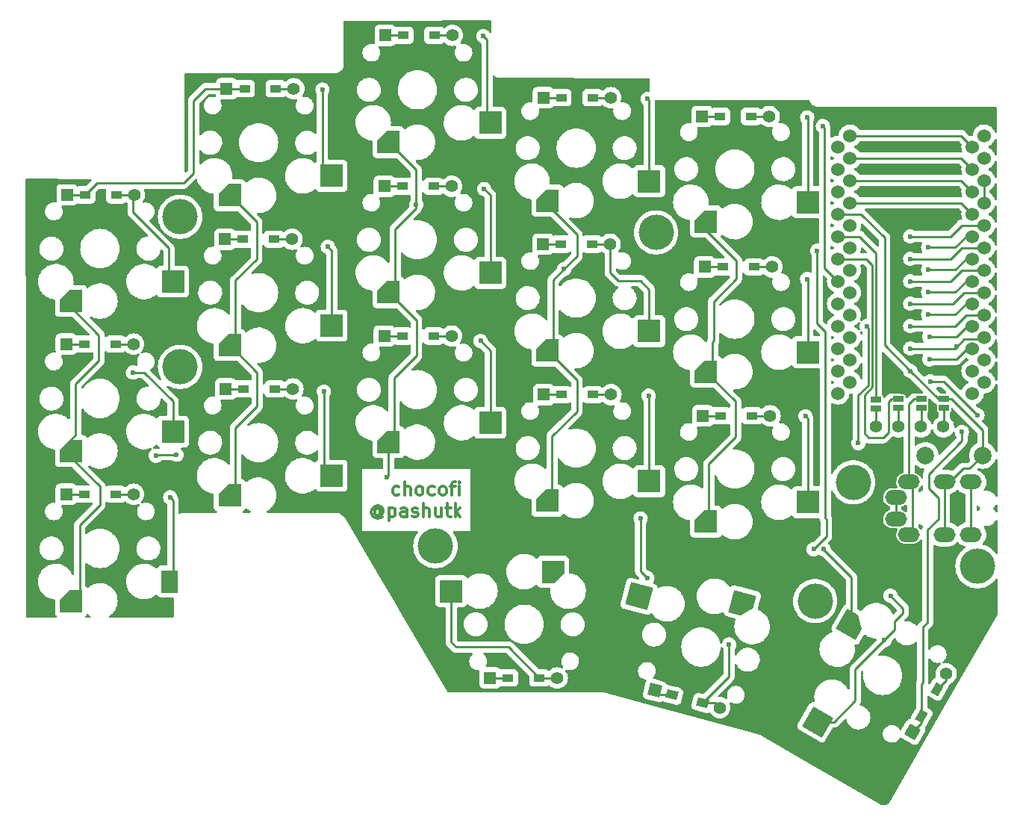
<source format=gtl>
G04 #@! TF.GenerationSoftware,KiCad,Pcbnew,(6.0.0-rc1-307-gc186d1f319)*
G04 #@! TF.CreationDate,2022-03-27T09:47:18+01:00*
G04 #@! TF.ProjectId,chocofi,63686f63-6f66-4692-9e6b-696361645f70,2.1*
G04 #@! TF.SameCoordinates,Original*
G04 #@! TF.FileFunction,Copper,L1,Top*
G04 #@! TF.FilePolarity,Positive*
%FSLAX46Y46*%
G04 Gerber Fmt 4.6, Leading zero omitted, Abs format (unit mm)*
G04 Created by KiCad (PCBNEW (6.0.0-rc1-307-gc186d1f319)) date 2022-03-27 09:47:18*
%MOMM*%
%LPD*%
G01*
G04 APERTURE LIST*
G04 Aperture macros list*
%AMRotRect*
0 Rectangle, with rotation*
0 The origin of the aperture is its center*
0 $1 length*
0 $2 width*
0 $3 Rotation angle, in degrees counterclockwise*
0 Add horizontal line*
21,1,$1,$2,0,0,$3*%
%AMOutline5P*
0 Free polygon, 5 corners , with rotation*
0 The origin of the aperture is its center*
0 number of corners: always 5*
0 $1 to $10 corner X, Y*
0 $11 Rotation angle, in degrees counterclockwise*
0 create outline with 5 corners*
4,1,5,$1,$2,$3,$4,$5,$6,$7,$8,$9,$10,$1,$2,$11*%
%AMOutline6P*
0 Free polygon, 6 corners , with rotation*
0 The origin of the aperture is its center*
0 number of corners: always 6*
0 $1 to $12 corner X, Y*
0 $13 Rotation angle, in degrees counterclockwise*
0 create outline with 6 corners*
4,1,6,$1,$2,$3,$4,$5,$6,$7,$8,$9,$10,$11,$12,$1,$2,$13*%
%AMOutline7P*
0 Free polygon, 7 corners , with rotation*
0 The origin of the aperture is its center*
0 number of corners: always 7*
0 $1 to $14 corner X, Y*
0 $15 Rotation angle, in degrees counterclockwise*
0 create outline with 7 corners*
4,1,7,$1,$2,$3,$4,$5,$6,$7,$8,$9,$10,$11,$12,$13,$14,$1,$2,$15*%
%AMOutline8P*
0 Free polygon, 8 corners , with rotation*
0 The origin of the aperture is its center*
0 number of corners: always 8*
0 $1 to $16 corner X, Y*
0 $17 Rotation angle, in degrees counterclockwise*
0 create outline with 8 corners*
4,1,8,$1,$2,$3,$4,$5,$6,$7,$8,$9,$10,$11,$12,$13,$14,$15,$16,$1,$2,$17*%
G04 Aperture macros list end*
%ADD10C,0.300000*%
G04 #@! TA.AperFunction,NonConductor*
%ADD11C,0.300000*%
G04 #@! TD*
G04 #@! TA.AperFunction,ComponentPad*
%ADD12R,1.397000X1.397000*%
G04 #@! TD*
G04 #@! TA.AperFunction,SMDPad,CuDef*
%ADD13R,1.300000X0.950000*%
G04 #@! TD*
G04 #@! TA.AperFunction,ComponentPad*
%ADD14C,1.397000*%
G04 #@! TD*
G04 #@! TA.AperFunction,SMDPad,CuDef*
%ADD15RotRect,1.300000X0.950000X345.000000*%
G04 #@! TD*
G04 #@! TA.AperFunction,ComponentPad*
%ADD16RotRect,1.397000X1.397000X345.000000*%
G04 #@! TD*
G04 #@! TA.AperFunction,ComponentPad*
%ADD17RotRect,1.397000X1.397000X60.000000*%
G04 #@! TD*
G04 #@! TA.AperFunction,SMDPad,CuDef*
%ADD18RotRect,1.300000X0.950000X60.000000*%
G04 #@! TD*
G04 #@! TA.AperFunction,ComponentPad*
%ADD19O,2.500000X1.700000*%
G04 #@! TD*
G04 #@! TA.AperFunction,SMDPad,CuDef*
%ADD20Outline5P,-1.300000X0.130000X-0.130000X1.300000X1.300000X1.300000X1.300000X-1.300000X-1.300000X-1.300000X0.000000*%
G04 #@! TD*
G04 #@! TA.AperFunction,SMDPad,CuDef*
%ADD21R,2.600000X2.600000*%
G04 #@! TD*
G04 #@! TA.AperFunction,SMDPad,CuDef*
%ADD22R,1.900000X2.600000*%
G04 #@! TD*
G04 #@! TA.AperFunction,SMDPad,CuDef*
%ADD23Outline5P,-1.300000X0.130000X-0.130000X1.300000X1.300000X1.300000X1.300000X-1.300000X-1.300000X-1.300000X180.000000*%
G04 #@! TD*
G04 #@! TA.AperFunction,SMDPad,CuDef*
%ADD24Outline5P,-1.300000X0.130000X-0.130000X1.300000X1.300000X1.300000X1.300000X-1.300000X-1.300000X-1.300000X165.000000*%
G04 #@! TD*
G04 #@! TA.AperFunction,SMDPad,CuDef*
%ADD25RotRect,2.600000X2.600000X165.000000*%
G04 #@! TD*
G04 #@! TA.AperFunction,SMDPad,CuDef*
%ADD26Outline5P,-1.300000X0.130000X-0.130000X1.300000X1.300000X1.300000X1.300000X-1.300000X-1.300000X-1.300000X240.000000*%
G04 #@! TD*
G04 #@! TA.AperFunction,SMDPad,CuDef*
%ADD27RotRect,2.600000X2.600000X240.000000*%
G04 #@! TD*
G04 #@! TA.AperFunction,ComponentPad*
%ADD28C,1.524000*%
G04 #@! TD*
G04 #@! TA.AperFunction,SMDPad,CuDef*
%ADD29R,1.143000X0.635000*%
G04 #@! TD*
G04 #@! TA.AperFunction,ComponentPad*
%ADD30C,2.000000*%
G04 #@! TD*
G04 #@! TA.AperFunction,ComponentPad*
%ADD31C,4.000000*%
G04 #@! TD*
G04 #@! TA.AperFunction,ViaPad*
%ADD32C,0.600000*%
G04 #@! TD*
G04 #@! TA.AperFunction,Conductor*
%ADD33C,0.250000*%
G04 #@! TD*
G04 APERTURE END LIST*
D10*
D11*
X119830714Y-98289642D02*
X119687857Y-98361071D01*
X119402142Y-98361071D01*
X119259285Y-98289642D01*
X119187857Y-98218214D01*
X119116428Y-98075357D01*
X119116428Y-97646785D01*
X119187857Y-97503928D01*
X119259285Y-97432500D01*
X119402142Y-97361071D01*
X119687857Y-97361071D01*
X119830714Y-97432500D01*
X120473571Y-98361071D02*
X120473571Y-96861071D01*
X121116428Y-98361071D02*
X121116428Y-97575357D01*
X121045000Y-97432500D01*
X120902142Y-97361071D01*
X120687857Y-97361071D01*
X120545000Y-97432500D01*
X120473571Y-97503928D01*
X122045000Y-98361071D02*
X121902142Y-98289642D01*
X121830714Y-98218214D01*
X121759285Y-98075357D01*
X121759285Y-97646785D01*
X121830714Y-97503928D01*
X121902142Y-97432500D01*
X122045000Y-97361071D01*
X122259285Y-97361071D01*
X122402142Y-97432500D01*
X122473571Y-97503928D01*
X122545000Y-97646785D01*
X122545000Y-98075357D01*
X122473571Y-98218214D01*
X122402142Y-98289642D01*
X122259285Y-98361071D01*
X122045000Y-98361071D01*
X123830714Y-98289642D02*
X123687857Y-98361071D01*
X123402142Y-98361071D01*
X123259285Y-98289642D01*
X123187857Y-98218214D01*
X123116428Y-98075357D01*
X123116428Y-97646785D01*
X123187857Y-97503928D01*
X123259285Y-97432500D01*
X123402142Y-97361071D01*
X123687857Y-97361071D01*
X123830714Y-97432500D01*
X124687857Y-98361071D02*
X124545000Y-98289642D01*
X124473571Y-98218214D01*
X124402142Y-98075357D01*
X124402142Y-97646785D01*
X124473571Y-97503928D01*
X124545000Y-97432500D01*
X124687857Y-97361071D01*
X124902142Y-97361071D01*
X125045000Y-97432500D01*
X125116428Y-97503928D01*
X125187857Y-97646785D01*
X125187857Y-98075357D01*
X125116428Y-98218214D01*
X125045000Y-98289642D01*
X124902142Y-98361071D01*
X124687857Y-98361071D01*
X125616428Y-97361071D02*
X126187857Y-97361071D01*
X125830714Y-98361071D02*
X125830714Y-97075357D01*
X125902142Y-96932500D01*
X126045000Y-96861071D01*
X126187857Y-96861071D01*
X126687857Y-98361071D02*
X126687857Y-97361071D01*
X126687857Y-96861071D02*
X126616428Y-96932500D01*
X126687857Y-97003928D01*
X126759285Y-96932500D01*
X126687857Y-96861071D01*
X126687857Y-97003928D01*
X117687857Y-100061785D02*
X117616428Y-99990357D01*
X117473571Y-99918928D01*
X117330714Y-99918928D01*
X117187857Y-99990357D01*
X117116428Y-100061785D01*
X117045000Y-100204642D01*
X117045000Y-100347500D01*
X117116428Y-100490357D01*
X117187857Y-100561785D01*
X117330714Y-100633214D01*
X117473571Y-100633214D01*
X117616428Y-100561785D01*
X117687857Y-100490357D01*
X117687857Y-99918928D02*
X117687857Y-100490357D01*
X117759285Y-100561785D01*
X117830714Y-100561785D01*
X117973571Y-100490357D01*
X118045000Y-100347500D01*
X118045000Y-99990357D01*
X117902142Y-99776071D01*
X117687857Y-99633214D01*
X117402142Y-99561785D01*
X117116428Y-99633214D01*
X116902142Y-99776071D01*
X116759285Y-99990357D01*
X116687857Y-100276071D01*
X116759285Y-100561785D01*
X116902142Y-100776071D01*
X117116428Y-100918928D01*
X117402142Y-100990357D01*
X117687857Y-100918928D01*
X117902142Y-100776071D01*
X118687857Y-99776071D02*
X118687857Y-101276071D01*
X118687857Y-99847500D02*
X118830714Y-99776071D01*
X119116428Y-99776071D01*
X119259285Y-99847500D01*
X119330714Y-99918928D01*
X119402142Y-100061785D01*
X119402142Y-100490357D01*
X119330714Y-100633214D01*
X119259285Y-100704642D01*
X119116428Y-100776071D01*
X118830714Y-100776071D01*
X118687857Y-100704642D01*
X120687857Y-100776071D02*
X120687857Y-99990357D01*
X120616428Y-99847500D01*
X120473571Y-99776071D01*
X120187857Y-99776071D01*
X120045000Y-99847500D01*
X120687857Y-100704642D02*
X120545000Y-100776071D01*
X120187857Y-100776071D01*
X120045000Y-100704642D01*
X119973571Y-100561785D01*
X119973571Y-100418928D01*
X120045000Y-100276071D01*
X120187857Y-100204642D01*
X120545000Y-100204642D01*
X120687857Y-100133214D01*
X121330714Y-100704642D02*
X121473571Y-100776071D01*
X121759285Y-100776071D01*
X121902142Y-100704642D01*
X121973571Y-100561785D01*
X121973571Y-100490357D01*
X121902142Y-100347500D01*
X121759285Y-100276071D01*
X121545000Y-100276071D01*
X121402142Y-100204642D01*
X121330714Y-100061785D01*
X121330714Y-99990357D01*
X121402142Y-99847500D01*
X121545000Y-99776071D01*
X121759285Y-99776071D01*
X121902142Y-99847500D01*
X122616428Y-100776071D02*
X122616428Y-99276071D01*
X123259285Y-100776071D02*
X123259285Y-99990357D01*
X123187857Y-99847500D01*
X123045000Y-99776071D01*
X122830714Y-99776071D01*
X122687857Y-99847500D01*
X122616428Y-99918928D01*
X124616428Y-99776071D02*
X124616428Y-100776071D01*
X123973571Y-99776071D02*
X123973571Y-100561785D01*
X124045000Y-100704642D01*
X124187857Y-100776071D01*
X124402142Y-100776071D01*
X124545000Y-100704642D01*
X124616428Y-100633214D01*
X125116428Y-99776071D02*
X125687857Y-99776071D01*
X125330714Y-99276071D02*
X125330714Y-100561785D01*
X125402142Y-100704642D01*
X125545000Y-100776071D01*
X125687857Y-100776071D01*
X126187857Y-100776071D02*
X126187857Y-99276071D01*
X126330714Y-100204642D02*
X126759285Y-100776071D01*
X126759285Y-99776071D02*
X126187857Y-100347500D01*
D12*
X82194400Y-64312800D03*
D13*
X84229400Y-64312800D03*
D14*
X89814400Y-64312800D03*
D13*
X87779400Y-64312800D03*
D12*
X100279200Y-52273200D03*
D13*
X102314200Y-52273200D03*
X105864200Y-52273200D03*
D14*
X107899200Y-52273200D03*
D12*
X118262400Y-46228000D03*
D13*
X120297400Y-46228000D03*
D14*
X125882400Y-46228000D03*
D13*
X123847400Y-46228000D03*
X138229800Y-53289200D03*
D12*
X136194800Y-53289200D03*
D14*
X143814800Y-53289200D03*
D13*
X141779800Y-53289200D03*
X156213000Y-55422800D03*
D12*
X154178000Y-55422800D03*
D13*
X159763000Y-55422800D03*
D14*
X161798000Y-55422800D03*
D12*
X82092800Y-81229200D03*
D13*
X84127800Y-81229200D03*
D14*
X89712800Y-81229200D03*
D13*
X87677800Y-81229200D03*
D12*
X100076000Y-69342000D03*
D13*
X102111000Y-69342000D03*
D14*
X107696000Y-69342000D03*
D13*
X105661000Y-69342000D03*
D12*
X118160800Y-63347600D03*
D13*
X120195800Y-63347600D03*
X123745800Y-63347600D03*
D14*
X125780800Y-63347600D03*
D12*
X136144000Y-69900800D03*
D13*
X138179000Y-69900800D03*
D14*
X143764000Y-69900800D03*
D13*
X141729000Y-69900800D03*
D12*
X154482800Y-72491600D03*
D13*
X156517800Y-72491600D03*
D14*
X162102800Y-72491600D03*
D13*
X160067800Y-72491600D03*
D12*
X82092800Y-98247200D03*
D13*
X84127800Y-98247200D03*
D14*
X89712800Y-98247200D03*
D13*
X87677800Y-98247200D03*
D12*
X100177600Y-86309200D03*
D13*
X102212600Y-86309200D03*
X105762600Y-86309200D03*
D14*
X107797600Y-86309200D03*
D13*
X120195800Y-80314800D03*
D12*
X118160800Y-80314800D03*
D13*
X123745800Y-80314800D03*
D14*
X125780800Y-80314800D03*
D12*
X136245600Y-86969600D03*
D13*
X138280600Y-86969600D03*
X141830600Y-86969600D03*
D14*
X143865600Y-86969600D03*
D13*
X156314600Y-89357200D03*
D12*
X154279600Y-89357200D03*
D14*
X161899600Y-89357200D03*
D13*
X159864600Y-89357200D03*
D12*
X130149600Y-119075200D03*
D13*
X132184600Y-119075200D03*
X135734600Y-119075200D03*
D14*
X137769600Y-119075200D03*
D15*
X150799764Y-121001192D03*
D16*
X148834105Y-120474495D03*
D14*
X156194459Y-122446697D03*
D15*
X154228800Y-121920000D03*
D17*
X178053166Y-125194992D03*
D18*
X179070666Y-123432630D03*
X180845666Y-120358240D03*
D14*
X181863166Y-118595878D03*
D19*
X176160000Y-101061000D03*
X176160000Y-98611000D03*
X184660000Y-102811000D03*
X184660000Y-96861000D03*
X181660000Y-96861000D03*
X181660000Y-102811000D03*
X177660000Y-96861000D03*
X177660000Y-102811000D03*
D20*
X82635000Y-76350000D03*
D21*
X94185000Y-74150000D03*
D20*
X100635000Y-64350000D03*
D21*
X112185000Y-62150000D03*
D20*
X118635000Y-58350000D03*
D21*
X130185000Y-56150000D03*
D20*
X136635000Y-64970000D03*
D21*
X148185000Y-62770000D03*
D20*
X154635000Y-67350000D03*
D21*
X166185000Y-65150000D03*
D20*
X82635000Y-93350000D03*
D21*
X94185000Y-91150000D03*
D20*
X100635000Y-81350000D03*
D21*
X112185000Y-79150000D03*
D20*
X118635000Y-75350000D03*
D21*
X130185000Y-73150000D03*
D20*
X136635000Y-81970000D03*
D21*
X148185000Y-79770000D03*
D20*
X154635000Y-84350000D03*
D21*
X166185000Y-82150000D03*
D20*
X82635000Y-110350000D03*
D22*
X93810000Y-108150000D03*
D20*
X100635000Y-98350000D03*
D21*
X112185000Y-96150000D03*
D20*
X118635000Y-92350000D03*
D21*
X130185000Y-90150000D03*
D20*
X136635000Y-98975000D03*
D21*
X148185000Y-96775000D03*
D20*
X154635000Y-101350000D03*
D21*
X166185000Y-99150000D03*
D23*
X137285000Y-107040000D03*
D21*
X125735000Y-109240000D03*
D24*
X158763380Y-110680374D03*
D25*
X147037535Y-109816051D03*
D26*
X171144649Y-112978767D03*
D27*
X167274905Y-124081360D03*
D28*
X169620000Y-58870400D03*
X186166400Y-57600400D03*
X186166400Y-60140400D03*
X169620000Y-61410400D03*
X186166400Y-62680400D03*
X169620000Y-63950400D03*
X186166400Y-65220400D03*
X169620000Y-66490400D03*
X169620000Y-69030400D03*
X186166400Y-67760400D03*
X169620000Y-71570400D03*
X186166400Y-70300400D03*
X169620000Y-74110400D03*
X186166400Y-72840400D03*
X169620000Y-76650400D03*
X186166400Y-75380400D03*
X186166400Y-77920400D03*
X169620000Y-79190400D03*
X186166400Y-80460400D03*
X169620000Y-81730400D03*
X186166400Y-83000400D03*
X169620000Y-84270400D03*
X186166400Y-85540400D03*
X169620000Y-86810400D03*
X170946400Y-85540400D03*
X184860000Y-86810400D03*
X170946400Y-83000400D03*
X184860000Y-84270400D03*
X184860000Y-81730400D03*
X170946400Y-80460400D03*
X184860000Y-79190400D03*
X170946400Y-77920400D03*
X184860000Y-76650400D03*
X170946400Y-75380400D03*
X184860000Y-74110400D03*
X170946400Y-72840400D03*
X184860000Y-71570400D03*
X170946400Y-70300400D03*
X170946400Y-67760400D03*
X184860000Y-69030400D03*
X184860000Y-66490400D03*
X170946400Y-65220400D03*
X184860000Y-63950400D03*
X170946400Y-62680400D03*
X170946400Y-60140400D03*
X184860000Y-61410400D03*
X184860000Y-58870400D03*
X170946400Y-57600400D03*
D29*
X179070000Y-87448020D03*
X179070000Y-88448780D03*
D14*
X173930000Y-90608400D03*
X176470000Y-90608400D03*
X179010000Y-90608400D03*
X181550000Y-90608400D03*
D29*
X176470000Y-87468020D03*
X176470000Y-88468780D03*
X173930000Y-87498020D03*
X173930000Y-88498780D03*
X181640000Y-87438420D03*
X181640000Y-88439180D03*
D30*
X186003000Y-93853000D03*
X179503000Y-93853000D03*
D31*
X171323000Y-96901000D03*
X185420000Y-106426000D03*
X95000000Y-66802000D03*
X148971000Y-68580000D03*
X123952000Y-104140000D03*
X167005000Y-110363000D03*
X95000000Y-83820000D03*
D32*
X177800000Y-74110400D03*
X167894000Y-56515000D03*
X177800000Y-76650400D03*
X94185000Y-74150000D03*
X171907200Y-92456000D03*
X172855490Y-79190400D03*
X177800000Y-79190400D03*
X112185000Y-62150000D03*
X111150400Y-52374800D03*
X183032400Y-81534000D03*
X177800000Y-81730400D03*
X183642000Y-91186000D03*
X129387600Y-46329600D03*
X130185000Y-56150000D03*
X148031200Y-53441600D03*
X148185000Y-62770000D03*
X166116000Y-55524400D03*
X166185000Y-65150000D03*
X94185000Y-91150000D03*
X89662000Y-84455000D03*
X112185000Y-79150000D03*
X111760000Y-70205600D03*
X130185000Y-73150000D03*
X129489200Y-63652400D03*
X148185000Y-79770000D03*
X166185000Y-82150000D03*
X166116000Y-73863200D03*
X94185000Y-108150000D03*
X93878400Y-98602800D03*
X112185000Y-96150000D03*
X111302800Y-86614000D03*
X130185000Y-90150000D03*
X129082800Y-80873600D03*
X148185000Y-96775000D03*
X148132800Y-87071200D03*
X166185000Y-99150000D03*
X165912800Y-89408000D03*
X125735000Y-109240000D03*
X147037535Y-109816051D03*
X157251400Y-115290600D03*
X174866300Y-114795300D03*
X175549905Y-109748640D03*
X177800000Y-84268400D03*
X179832000Y-70256400D03*
X94589600Y-93776800D03*
X179832000Y-72796400D03*
X167233600Y-70662800D03*
X166830000Y-104495600D03*
X82635000Y-110350000D03*
X92252800Y-93878400D03*
X82635000Y-93350000D03*
X82635000Y-76350000D03*
X100635000Y-64350000D03*
X179832000Y-75336400D03*
X100635000Y-81350000D03*
X100635000Y-98350000D03*
X179832000Y-77876400D03*
X137285000Y-107040000D03*
X118635000Y-58350000D03*
X118635000Y-92350000D03*
X118635000Y-75350000D03*
X118480000Y-96334500D03*
X121767600Y-65430400D03*
X158763380Y-110680374D03*
X136635000Y-98975000D03*
X136635000Y-64970000D03*
X147980400Y-107746800D03*
X179959000Y-80416400D03*
X136635000Y-81970000D03*
X147218400Y-100990400D03*
X138531600Y-72745600D03*
X171144649Y-112978767D03*
X154635000Y-101350000D03*
X154635000Y-67350000D03*
X154635000Y-84350000D03*
X179959000Y-82956400D03*
X167970000Y-104480000D03*
X185420000Y-89281000D03*
X180086000Y-85471000D03*
X177800000Y-71570400D03*
X177800000Y-69030400D03*
D33*
X96520000Y-53644800D02*
X97891600Y-52273200D01*
X118262400Y-46228000D02*
X120297400Y-46228000D01*
X154178000Y-55422800D02*
X156213000Y-55422800D01*
X138229800Y-53289200D02*
X136194800Y-53289200D01*
X85550200Y-62992000D02*
X84229400Y-64312800D01*
X167894000Y-56515000D02*
X168097200Y-56718200D01*
X183598000Y-72840400D02*
X182328000Y-74110400D01*
X168097200Y-72587600D02*
X169620000Y-74110400D01*
X102314200Y-52273200D02*
X100279200Y-52273200D01*
X96520000Y-53644800D02*
X96520000Y-61849000D01*
X95377000Y-62992000D02*
X85550200Y-62992000D01*
X97891600Y-52273200D02*
X100279200Y-52273200D01*
X96520000Y-61849000D02*
X95377000Y-62992000D01*
X186166400Y-72840400D02*
X183598000Y-72840400D01*
X168097200Y-56718200D02*
X168097200Y-72587600D01*
X84229400Y-64312800D02*
X82194400Y-64312800D01*
X182328000Y-74110400D02*
X177800000Y-74110400D01*
X186166400Y-75380400D02*
X183852000Y-75380400D01*
X182582000Y-76650400D02*
X177800000Y-76650400D01*
X138179000Y-69900800D02*
X136144000Y-69900800D01*
X183852000Y-75380400D02*
X182582000Y-76650400D01*
X102111000Y-69342000D02*
X100076000Y-69342000D01*
X120195800Y-63347600D02*
X118160800Y-63347600D01*
X84127800Y-81229200D02*
X82092800Y-81229200D01*
X156517800Y-72491600D02*
X154482800Y-72491600D01*
X89662000Y-66294000D02*
X89662000Y-64465200D01*
X93726000Y-70358000D02*
X89662000Y-66294000D01*
X93726000Y-73691000D02*
X93726000Y-70358000D01*
X94185000Y-74150000D02*
X93726000Y-73691000D01*
X89662000Y-64465200D02*
X89814400Y-64312800D01*
X87779400Y-64312800D02*
X89814400Y-64312800D01*
X156314600Y-89357200D02*
X154279600Y-89357200D01*
X173030470Y-79365380D02*
X172855490Y-79190400D01*
X182836000Y-79190400D02*
X177800000Y-79190400D01*
X171907200Y-87025482D02*
X173030470Y-85902212D01*
X84127800Y-98247200D02*
X82092800Y-98247200D01*
X184106000Y-77920400D02*
X182836000Y-79190400D01*
X138280600Y-86969600D02*
X136245600Y-86969600D01*
X171907200Y-92456000D02*
X171907200Y-87025482D01*
X186166400Y-77920400D02*
X184106000Y-77920400D01*
X120195800Y-80314800D02*
X118160800Y-80314800D01*
X173030470Y-85902212D02*
X173030470Y-79365380D01*
X102212600Y-86309200D02*
X100177600Y-86309200D01*
X111150400Y-61115400D02*
X112185000Y-62150000D01*
X105864200Y-52273200D02*
X107899200Y-52273200D01*
X111150400Y-52374800D02*
X111150400Y-61115400D01*
X185983401Y-80643399D02*
X186166400Y-80460400D01*
X183923001Y-80643399D02*
X185983401Y-80643399D01*
X177800000Y-81730400D02*
X182836000Y-81730400D01*
X180975000Y-101092000D02*
X179781200Y-102285800D01*
X180975000Y-98679000D02*
X180975000Y-101092000D01*
X179781200Y-102285800D02*
X179781200Y-112776000D01*
X179882800Y-95961200D02*
X179882800Y-97586800D01*
X150799764Y-121001192D02*
X149360802Y-121001192D01*
X179781200Y-112776000D02*
X179197000Y-113360200D01*
X182836000Y-81730400D02*
X183923001Y-80643399D01*
X179070666Y-124177492D02*
X178053166Y-125194992D01*
X179197000Y-119634000D02*
X179070666Y-119760334D01*
X179197000Y-113360200D02*
X179197000Y-119634000D01*
X149360802Y-121001192D02*
X148834105Y-120474495D01*
X183642000Y-92202000D02*
X179882800Y-95961200D01*
X179070666Y-123432630D02*
X179070666Y-124177492D01*
X179882800Y-97586800D02*
X180975000Y-98679000D01*
X132184600Y-119075200D02*
X130149600Y-119075200D01*
X179070666Y-119760334D02*
X179070666Y-123432630D01*
X183642000Y-91186000D02*
X183642000Y-92202000D01*
X129794000Y-46736000D02*
X129794000Y-55759000D01*
X129794000Y-55759000D02*
X130185000Y-56150000D01*
X129387600Y-46329600D02*
X129794000Y-46736000D01*
X123847400Y-46228000D02*
X125882400Y-46228000D01*
X148185000Y-53595400D02*
X148185000Y-62770000D01*
X148031200Y-53441600D02*
X148185000Y-53595400D01*
X141779800Y-53289200D02*
X143814800Y-53289200D01*
X166185000Y-55593400D02*
X166116000Y-55524400D01*
X159763000Y-55422800D02*
X161798000Y-55422800D01*
X166185000Y-65150000D02*
X166185000Y-55593400D01*
X87677800Y-81229200D02*
X89712800Y-81229200D01*
X94185000Y-87708000D02*
X94185000Y-91150000D01*
X90932000Y-84455000D02*
X94185000Y-87708000D01*
X89662000Y-84455000D02*
X90932000Y-84455000D01*
X111760000Y-70205600D02*
X112185000Y-70630600D01*
X105661000Y-69342000D02*
X107696000Y-69342000D01*
X112185000Y-70630600D02*
X112185000Y-79150000D01*
X130185000Y-64348200D02*
X130185000Y-73150000D01*
X123745800Y-63347600D02*
X125780800Y-63347600D01*
X129489200Y-63652400D02*
X130185000Y-64348200D01*
X143764000Y-69900800D02*
X143764000Y-73152000D01*
X148185000Y-75033000D02*
X148185000Y-79770000D01*
X144653000Y-74041000D02*
X147193000Y-74041000D01*
X147193000Y-74041000D02*
X148185000Y-75033000D01*
X143764000Y-73152000D02*
X144653000Y-74041000D01*
X141729000Y-69900800D02*
X143764000Y-69900800D01*
X166185000Y-73932200D02*
X166185000Y-82150000D01*
X166116000Y-73863200D02*
X166185000Y-73932200D01*
X160067800Y-72491600D02*
X162102800Y-72491600D01*
X94185000Y-98909400D02*
X94185000Y-108150000D01*
X87677800Y-98247200D02*
X89712800Y-98247200D01*
X93878400Y-98602800D02*
X94185000Y-98909400D01*
X111302800Y-95267800D02*
X112185000Y-96150000D01*
X111302800Y-86614000D02*
X111302800Y-95267800D01*
X105762600Y-86309200D02*
X107797600Y-86309200D01*
X123745800Y-80314800D02*
X125780800Y-80314800D01*
X130185000Y-81975800D02*
X130185000Y-90150000D01*
X129082800Y-80873600D02*
X130185000Y-81975800D01*
X148185000Y-87123400D02*
X148185000Y-96775000D01*
X141830600Y-86969600D02*
X143865600Y-86969600D01*
X148132800Y-87071200D02*
X148185000Y-87123400D01*
X166185000Y-89680200D02*
X166185000Y-99150000D01*
X165912800Y-89408000D02*
X166185000Y-89680200D01*
X159864600Y-89357200D02*
X161899600Y-89357200D01*
X126288800Y-115570000D02*
X125735000Y-115016200D01*
X135734600Y-119075200D02*
X137769600Y-119075200D01*
X125735000Y-115016200D02*
X125735000Y-109240000D01*
X135734600Y-119075200D02*
X132229400Y-115570000D01*
X132229400Y-115570000D02*
X126288800Y-115570000D01*
X157251400Y-118897400D02*
X157251400Y-115290600D01*
X154228800Y-121920000D02*
X155667762Y-121920000D01*
X155667762Y-121920000D02*
X156194459Y-122446697D01*
X154228800Y-121920000D02*
X157251400Y-118897400D01*
X171551600Y-118110000D02*
X174866300Y-114795300D01*
X171551600Y-121666000D02*
X171551600Y-118110000D01*
X174866300Y-114795300D02*
X176022000Y-113639600D01*
X181863166Y-118595878D02*
X181863166Y-119340740D01*
X169136240Y-124081360D02*
X171551600Y-121666000D01*
X176022000Y-112674400D02*
X176987200Y-111709200D01*
X176022000Y-113639600D02*
X176022000Y-112674400D01*
X176987200Y-111185935D02*
X175549905Y-109748640D01*
X167274905Y-124081360D02*
X169136240Y-124081360D01*
X176987200Y-111709200D02*
X176987200Y-111185935D01*
X181863166Y-119340740D02*
X180845666Y-120358240D01*
X172222000Y-66490400D02*
X169620000Y-66490400D01*
X186003000Y-93853000D02*
X184507600Y-95348400D01*
X186003000Y-90979920D02*
X186003000Y-93853000D01*
X183590000Y-60140400D02*
X184860000Y-61410400D01*
X180970020Y-87438420D02*
X177800000Y-84268400D01*
X170946400Y-60140400D02*
X183590000Y-60140400D01*
X182287400Y-96861000D02*
X181660000Y-96861000D01*
X177800000Y-84268400D02*
X174902010Y-81370410D01*
X184507600Y-95348400D02*
X183800000Y-95348400D01*
X174902010Y-69170410D02*
X172222000Y-66490400D01*
X181640000Y-87438420D02*
X182461500Y-87438420D01*
X186166400Y-62680400D02*
X186166400Y-65220400D01*
X183800000Y-95348400D02*
X182287400Y-96861000D01*
X181660000Y-96861000D02*
X181660000Y-102811000D01*
X182461500Y-87438420D02*
X186003000Y-90979920D01*
X174902010Y-81370410D02*
X174902010Y-69170410D01*
X181640000Y-87438420D02*
X180970020Y-87438420D01*
X177660000Y-96861000D02*
X177660000Y-88036520D01*
X177660000Y-88036520D02*
X178248500Y-87448020D01*
X178248500Y-87448020D02*
X179070000Y-87448020D01*
X177660000Y-96861000D02*
X178054000Y-97255000D01*
X178054000Y-102417000D02*
X177660000Y-102811000D01*
X183590000Y-65220400D02*
X184860000Y-66490400D01*
X178054000Y-97255000D02*
X178054000Y-102417000D01*
X170946400Y-65220400D02*
X183590000Y-65220400D01*
X177660000Y-102811000D02*
X178257400Y-102811000D01*
X178257400Y-102811000D02*
X178300000Y-102768400D01*
X184106000Y-69030400D02*
X182880000Y-70256400D01*
X184733000Y-69030400D02*
X184106000Y-69030400D01*
X182880000Y-70256400D02*
X179832000Y-70256400D01*
X179832000Y-70256400D02*
X179832000Y-70256400D01*
X182880000Y-72796400D02*
X179832000Y-72796400D01*
X184106000Y-71570400D02*
X182880000Y-72796400D01*
X184733000Y-71570400D02*
X184106000Y-71570400D01*
X179832000Y-72796400D02*
X179832000Y-72796400D01*
X82635000Y-92066200D02*
X82635000Y-93350000D01*
X92252800Y-93878400D02*
X92354400Y-93776800D01*
X85902800Y-97383600D02*
X85902800Y-99466400D01*
X82635000Y-93350000D02*
X82635000Y-94115800D01*
X85801200Y-80213200D02*
X85801200Y-83108800D01*
X85801200Y-83108800D02*
X83159600Y-85750400D01*
X85902800Y-99466400D02*
X83616800Y-101752400D01*
X82635000Y-76350000D02*
X82635000Y-77047000D01*
X83159600Y-85750400D02*
X83159600Y-91541600D01*
X168148000Y-79806800D02*
X167233600Y-78892400D01*
X83159600Y-91541600D02*
X82635000Y-92066200D01*
X82635000Y-94115800D02*
X85902800Y-97383600D01*
X83616800Y-109368200D02*
X82635000Y-110350000D01*
X168275000Y-103050600D02*
X168275000Y-101092000D01*
X83616800Y-101752400D02*
X83616800Y-109368200D01*
X168275000Y-101092000D02*
X168148000Y-100965000D01*
X167233600Y-78892400D02*
X167233600Y-70662800D01*
X82635000Y-77047000D02*
X85801200Y-80213200D01*
X168148000Y-100965000D02*
X168148000Y-79806800D01*
X166830000Y-104495600D02*
X168275000Y-103050600D01*
X92354400Y-93776800D02*
X94589600Y-93776800D01*
X182880000Y-75336400D02*
X179832000Y-75336400D01*
X184733000Y-74110400D02*
X184106000Y-74110400D01*
X184106000Y-74110400D02*
X182880000Y-75336400D01*
X179832000Y-75336400D02*
X179832000Y-75336400D01*
X101295200Y-97689800D02*
X100635000Y-98350000D01*
X101295200Y-74015600D02*
X101295200Y-80689800D01*
X101295200Y-80689800D02*
X100635000Y-81350000D01*
X103733600Y-84448600D02*
X103733600Y-88290400D01*
X101295200Y-90728800D02*
X101295200Y-97689800D01*
X100635000Y-81350000D02*
X103733600Y-84448600D01*
X100635000Y-64350000D02*
X103682800Y-67397800D01*
X103733600Y-88290400D02*
X101295200Y-90728800D01*
X103682800Y-71628000D02*
X101295200Y-74015600D01*
X103682800Y-67397800D02*
X103682800Y-71628000D01*
X182880000Y-77876400D02*
X179832000Y-77876400D01*
X184106000Y-76650400D02*
X182880000Y-77876400D01*
X184733000Y-76650400D02*
X184106000Y-76650400D01*
X179832000Y-77876400D02*
X179832000Y-77876400D01*
X119278400Y-85090000D02*
X119278400Y-91706600D01*
X118635000Y-75350000D02*
X121818400Y-78533400D01*
X118635000Y-96179500D02*
X118635000Y-92350000D01*
X121767600Y-65836800D02*
X119380000Y-68224400D01*
X119278400Y-91706600D02*
X118635000Y-92350000D01*
X121818400Y-82550000D02*
X119278400Y-85090000D01*
X121767600Y-65430400D02*
X121767600Y-65836800D01*
X118480000Y-96334500D02*
X118635000Y-96179500D01*
X118635000Y-58350000D02*
X121767600Y-61482600D01*
X119380000Y-68224400D02*
X119380000Y-74605000D01*
X119380000Y-74605000D02*
X118635000Y-75350000D01*
X121767600Y-61482600D02*
X121767600Y-65430400D01*
X121818400Y-78533400D02*
X121818400Y-82550000D01*
X179959000Y-80416400D02*
X179959000Y-80416400D01*
X147218400Y-106984800D02*
X147980400Y-107746800D01*
X137160000Y-91694000D02*
X137160000Y-98450000D01*
X138531600Y-72745600D02*
X137312400Y-73964800D01*
X140004800Y-88849200D02*
X137160000Y-91694000D01*
X136635000Y-65464200D02*
X140004800Y-68834000D01*
X184233000Y-79190400D02*
X183007000Y-80416400D01*
X140004800Y-68834000D02*
X140004800Y-71272400D01*
X184860000Y-79190400D02*
X184233000Y-79190400D01*
X136635000Y-81970000D02*
X140004800Y-85339800D01*
X140004800Y-85339800D02*
X140004800Y-88849200D01*
X137312400Y-73964800D02*
X137312400Y-81292600D01*
X140004800Y-71272400D02*
X138531600Y-72745600D01*
X183007000Y-80416400D02*
X179959000Y-80416400D01*
X137160000Y-98450000D02*
X136635000Y-98975000D01*
X137312400Y-81292600D02*
X136635000Y-81970000D01*
X136635000Y-64970000D02*
X136635000Y-65464200D01*
X147218400Y-100990400D02*
X147218400Y-106984800D01*
X183007000Y-82956400D02*
X179959000Y-82956400D01*
X184233000Y-81730400D02*
X183007000Y-82956400D01*
X184860000Y-81730400D02*
X184233000Y-81730400D01*
X179959000Y-82956400D02*
X179959000Y-82956400D01*
X154940000Y-101045000D02*
X154635000Y-101350000D01*
X167970000Y-104530000D02*
X171144649Y-107704649D01*
X167970000Y-104480000D02*
X167970000Y-104530000D01*
X158089600Y-73812400D02*
X155498800Y-76403200D01*
X154940000Y-94843600D02*
X154940000Y-101045000D01*
X154635000Y-84378600D02*
X157988000Y-87731600D01*
X154635000Y-68325800D02*
X158089600Y-71780400D01*
X157988000Y-91795600D02*
X154940000Y-94843600D01*
X155397200Y-80975200D02*
X155397200Y-83587800D01*
X154635000Y-84350000D02*
X154635000Y-84378600D01*
X155397200Y-83587800D02*
X154635000Y-84350000D01*
X171144649Y-107704649D02*
X171144649Y-112978767D01*
X157988000Y-87731600D02*
X157988000Y-91795600D01*
X155498800Y-76403200D02*
X155498800Y-80873600D01*
X158089600Y-71780400D02*
X158089600Y-73812400D01*
X155498800Y-80873600D02*
X155397200Y-80975200D01*
X154635000Y-67350000D02*
X154635000Y-68325800D01*
X184660000Y-96861000D02*
X184660000Y-102811000D01*
X183590000Y-62680400D02*
X184860000Y-63950400D01*
X170946400Y-62680400D02*
X183590000Y-62680400D01*
X180086000Y-85471000D02*
X181610000Y-85471000D01*
X181610000Y-85471000D02*
X185420000Y-89281000D01*
X175300000Y-87816520D02*
X175300000Y-91268400D01*
X173078000Y-91846400D02*
X172593000Y-91361400D01*
X172593000Y-91361400D02*
X172593000Y-86975400D01*
X175300000Y-91268400D02*
X174722000Y-91846400D01*
X175648500Y-87468020D02*
X175300000Y-87816520D01*
X186166400Y-70300400D02*
X183598000Y-70300400D01*
X174722000Y-91846400D02*
X173078000Y-91846400D01*
X172802000Y-71570400D02*
X169620000Y-71570400D01*
X173479990Y-86088410D02*
X173479990Y-72248390D01*
X176470000Y-87468020D02*
X175648500Y-87468020D01*
X173479990Y-72248390D02*
X172802000Y-71570400D01*
X172593000Y-86975400D02*
X173479990Y-86088410D01*
X183598000Y-70300400D02*
X182328000Y-71570400D01*
X182328000Y-71570400D02*
X177800000Y-71570400D01*
X172062000Y-69030400D02*
X169620000Y-69030400D01*
X173930000Y-70898400D02*
X172062000Y-69030400D01*
X183598000Y-67760400D02*
X182328000Y-69030400D01*
X186166400Y-67760400D02*
X183598000Y-67760400D01*
X182328000Y-69030400D02*
X177800000Y-69030400D01*
X173930000Y-87498020D02*
X173930000Y-70898400D01*
X173930000Y-88498780D02*
X173930000Y-90608400D01*
X176470000Y-88468780D02*
X176470000Y-90608400D01*
X181640000Y-88439180D02*
X181640000Y-90518400D01*
X181640000Y-90518400D02*
X181550000Y-90608400D01*
X179070000Y-88448780D02*
X179070000Y-90548400D01*
X179070000Y-90548400D02*
X179010000Y-90608400D01*
X176160000Y-101061000D02*
X176160000Y-98611000D01*
X183590000Y-57600400D02*
X184860000Y-58870400D01*
X170946400Y-57600400D02*
X183590000Y-57600400D01*
G04 #@! TA.AperFunction,NonConductor*
G36*
X183343527Y-58253902D02*
G01*
X183364501Y-58270805D01*
X183581874Y-58488178D01*
X183615900Y-58550490D01*
X183614486Y-58609884D01*
X183604022Y-58648937D01*
X183584647Y-58870400D01*
X183604022Y-59091863D01*
X183634249Y-59204671D01*
X183654401Y-59279877D01*
X183661560Y-59306596D01*
X183663883Y-59311578D01*
X183663885Y-59311583D01*
X183671250Y-59327377D01*
X183681912Y-59397569D01*
X183652933Y-59462382D01*
X183593513Y-59501238D01*
X183568924Y-59506068D01*
X183566049Y-59506340D01*
X183554181Y-59506900D01*
X172119404Y-59506900D01*
X172051283Y-59486898D01*
X172016191Y-59453171D01*
X171926536Y-59325130D01*
X171926534Y-59325127D01*
X171923377Y-59320619D01*
X171766181Y-59163423D01*
X171761673Y-59160266D01*
X171761670Y-59160264D01*
X171651731Y-59083284D01*
X171584077Y-59035912D01*
X171579095Y-59033589D01*
X171579090Y-59033586D01*
X171474027Y-58984595D01*
X171420742Y-58937678D01*
X171401281Y-58869401D01*
X171421823Y-58801441D01*
X171474027Y-58756205D01*
X171579090Y-58707214D01*
X171579095Y-58707211D01*
X171584077Y-58704888D01*
X171685905Y-58633587D01*
X171761670Y-58580536D01*
X171761673Y-58580534D01*
X171766181Y-58577377D01*
X171923377Y-58420181D01*
X171939857Y-58396646D01*
X172016191Y-58287629D01*
X172071648Y-58243301D01*
X172119404Y-58233900D01*
X183275406Y-58233900D01*
X183343527Y-58253902D01*
G37*
G04 #@! TD.AperFunction*
G04 #@! TA.AperFunction,NonConductor*
G36*
X187541695Y-57932670D02*
G01*
X187596442Y-57977872D01*
X187618096Y-58048292D01*
X187620790Y-59702152D01*
X187600899Y-59770305D01*
X187547319Y-59816885D01*
X187477062Y-59827104D01*
X187412433Y-59797716D01*
X187373083Y-59734968D01*
X187366263Y-59709514D01*
X187366262Y-59709512D01*
X187364840Y-59704204D01*
X187349590Y-59671501D01*
X187273214Y-59507711D01*
X187273211Y-59507706D01*
X187270888Y-59502724D01*
X187247183Y-59468869D01*
X187146536Y-59325130D01*
X187146534Y-59325127D01*
X187143377Y-59320619D01*
X186986181Y-59163423D01*
X186981673Y-59160266D01*
X186981670Y-59160264D01*
X186871731Y-59083284D01*
X186804077Y-59035912D01*
X186799095Y-59033589D01*
X186799090Y-59033586D01*
X186694027Y-58984595D01*
X186640742Y-58937678D01*
X186621281Y-58869401D01*
X186641823Y-58801441D01*
X186694027Y-58756205D01*
X186799090Y-58707214D01*
X186799095Y-58707211D01*
X186804077Y-58704888D01*
X186905905Y-58633587D01*
X186981670Y-58580536D01*
X186981673Y-58580534D01*
X186986181Y-58577377D01*
X187143377Y-58420181D01*
X187159857Y-58396646D01*
X187267731Y-58242585D01*
X187267732Y-58242583D01*
X187270888Y-58238076D01*
X187273211Y-58233094D01*
X187273214Y-58233089D01*
X187362517Y-58041578D01*
X187362518Y-58041577D01*
X187364840Y-58036596D01*
X187366262Y-58031291D01*
X187366264Y-58031284D01*
X187370389Y-58015887D01*
X187407340Y-57955264D01*
X187471200Y-57924242D01*
X187541695Y-57932670D01*
G37*
G04 #@! TD.AperFunction*
G04 #@! TA.AperFunction,NonConductor*
G36*
X168928970Y-59937529D02*
G01*
X168982323Y-59974888D01*
X168987305Y-59977211D01*
X168987310Y-59977214D01*
X169092373Y-60026205D01*
X169145658Y-60073122D01*
X169165119Y-60141399D01*
X169144577Y-60209359D01*
X169092373Y-60254595D01*
X168987311Y-60303586D01*
X168987306Y-60303589D01*
X168982324Y-60305912D01*
X168977816Y-60309069D01*
X168977810Y-60309072D01*
X168928970Y-60343270D01*
X168861696Y-60365958D01*
X168792836Y-60348673D01*
X168744252Y-60296903D01*
X168730700Y-60240057D01*
X168730700Y-60040743D01*
X168750702Y-59972622D01*
X168804358Y-59926129D01*
X168874632Y-59916025D01*
X168928970Y-59937529D01*
G37*
G04 #@! TD.AperFunction*
G04 #@! TA.AperFunction,NonConductor*
G36*
X183343527Y-60793902D02*
G01*
X183364501Y-60810805D01*
X183581874Y-61028178D01*
X183615900Y-61090490D01*
X183614486Y-61149884D01*
X183604022Y-61188937D01*
X183584647Y-61410400D01*
X183604022Y-61631863D01*
X183661560Y-61846596D01*
X183663883Y-61851578D01*
X183663885Y-61851583D01*
X183671250Y-61867377D01*
X183681912Y-61937569D01*
X183652933Y-62002382D01*
X183593513Y-62041238D01*
X183568924Y-62046068D01*
X183566049Y-62046340D01*
X183554181Y-62046900D01*
X172119404Y-62046900D01*
X172051283Y-62026898D01*
X172016191Y-61993171D01*
X171926536Y-61865130D01*
X171926534Y-61865127D01*
X171923377Y-61860619D01*
X171766181Y-61703423D01*
X171761673Y-61700266D01*
X171761670Y-61700264D01*
X171625010Y-61604574D01*
X171584077Y-61575912D01*
X171579095Y-61573589D01*
X171579090Y-61573586D01*
X171474027Y-61524595D01*
X171420742Y-61477678D01*
X171401281Y-61409401D01*
X171421823Y-61341441D01*
X171474027Y-61296205D01*
X171579090Y-61247214D01*
X171579095Y-61247211D01*
X171584077Y-61244888D01*
X171693076Y-61168566D01*
X171761670Y-61120536D01*
X171761673Y-61120534D01*
X171766181Y-61117377D01*
X171923377Y-60960181D01*
X171930993Y-60949305D01*
X172016191Y-60827629D01*
X172071648Y-60783301D01*
X172119404Y-60773900D01*
X183275406Y-60773900D01*
X183343527Y-60793902D01*
G37*
G04 #@! TD.AperFunction*
G04 #@! TA.AperFunction,NonConductor*
G36*
X187545811Y-60457324D02*
G01*
X187600557Y-60502528D01*
X187622209Y-60572944D01*
X187624953Y-62257687D01*
X187605062Y-62325840D01*
X187551482Y-62372420D01*
X187481224Y-62382639D01*
X187416596Y-62353251D01*
X187377246Y-62290504D01*
X187366262Y-62249511D01*
X187364840Y-62244204D01*
X187362517Y-62239222D01*
X187273214Y-62047711D01*
X187273211Y-62047706D01*
X187270888Y-62042724D01*
X187259807Y-62026898D01*
X187146536Y-61865130D01*
X187146534Y-61865127D01*
X187143377Y-61860619D01*
X186986181Y-61703423D01*
X186981673Y-61700266D01*
X186981670Y-61700264D01*
X186845010Y-61604574D01*
X186804077Y-61575912D01*
X186799095Y-61573589D01*
X186799090Y-61573586D01*
X186694027Y-61524595D01*
X186640742Y-61477678D01*
X186621281Y-61409401D01*
X186641823Y-61341441D01*
X186694027Y-61296205D01*
X186799090Y-61247214D01*
X186799095Y-61247211D01*
X186804077Y-61244888D01*
X186913076Y-61168566D01*
X186981670Y-61120536D01*
X186981673Y-61120534D01*
X186986181Y-61117377D01*
X187143377Y-60960181D01*
X187150993Y-60949305D01*
X187267731Y-60782585D01*
X187267732Y-60782583D01*
X187270888Y-60778076D01*
X187273211Y-60773094D01*
X187273214Y-60773089D01*
X187362517Y-60581578D01*
X187362518Y-60581577D01*
X187364840Y-60576596D01*
X187366263Y-60571286D01*
X187366265Y-60571280D01*
X187374503Y-60540537D01*
X187411455Y-60479915D01*
X187475316Y-60448894D01*
X187545811Y-60457324D01*
G37*
G04 #@! TD.AperFunction*
G04 #@! TA.AperFunction,NonConductor*
G36*
X168928970Y-62477529D02*
G01*
X168982323Y-62514888D01*
X168987305Y-62517211D01*
X168987310Y-62517214D01*
X169092373Y-62566205D01*
X169145658Y-62613122D01*
X169165119Y-62681399D01*
X169144577Y-62749359D01*
X169092373Y-62794595D01*
X168987311Y-62843586D01*
X168987306Y-62843589D01*
X168982324Y-62845912D01*
X168977816Y-62849069D01*
X168977810Y-62849072D01*
X168928970Y-62883270D01*
X168861696Y-62905958D01*
X168792836Y-62888673D01*
X168744252Y-62836903D01*
X168730700Y-62780057D01*
X168730700Y-62580743D01*
X168750702Y-62512622D01*
X168804358Y-62466129D01*
X168874632Y-62456025D01*
X168928970Y-62477529D01*
G37*
G04 #@! TD.AperFunction*
G04 #@! TA.AperFunction,NonConductor*
G36*
X183343527Y-63333902D02*
G01*
X183364501Y-63350805D01*
X183581874Y-63568178D01*
X183615900Y-63630490D01*
X183614486Y-63689884D01*
X183610734Y-63703889D01*
X183604022Y-63728937D01*
X183584647Y-63950400D01*
X183604022Y-64171863D01*
X183633844Y-64283160D01*
X183658390Y-64374764D01*
X183661560Y-64386596D01*
X183663883Y-64391578D01*
X183663885Y-64391583D01*
X183671250Y-64407377D01*
X183681912Y-64477569D01*
X183652933Y-64542382D01*
X183593513Y-64581238D01*
X183568924Y-64586068D01*
X183566049Y-64586340D01*
X183554181Y-64586900D01*
X172119404Y-64586900D01*
X172051283Y-64566898D01*
X172016191Y-64533171D01*
X171926536Y-64405130D01*
X171926534Y-64405127D01*
X171923377Y-64400619D01*
X171766181Y-64243423D01*
X171761673Y-64240266D01*
X171761670Y-64240264D01*
X171663983Y-64171863D01*
X171584077Y-64115912D01*
X171579095Y-64113589D01*
X171579090Y-64113586D01*
X171474027Y-64064595D01*
X171420742Y-64017678D01*
X171401281Y-63949401D01*
X171421823Y-63881441D01*
X171474027Y-63836205D01*
X171579090Y-63787214D01*
X171579095Y-63787211D01*
X171584077Y-63784888D01*
X171699755Y-63703889D01*
X171761670Y-63660536D01*
X171761673Y-63660534D01*
X171766181Y-63657377D01*
X171923377Y-63500181D01*
X171931841Y-63488094D01*
X172016191Y-63367629D01*
X172071648Y-63323301D01*
X172119404Y-63313900D01*
X183275406Y-63313900D01*
X183343527Y-63333902D01*
G37*
G04 #@! TD.AperFunction*
G04 #@! TA.AperFunction,NonConductor*
G36*
X187549922Y-62981977D02*
G01*
X187604668Y-63027180D01*
X187626321Y-63097598D01*
X187626812Y-63399385D01*
X187629115Y-64813222D01*
X187609224Y-64881375D01*
X187555644Y-64927955D01*
X187485386Y-64938174D01*
X187420758Y-64908786D01*
X187381409Y-64846039D01*
X187364840Y-64784204D01*
X187347981Y-64748050D01*
X187273214Y-64587711D01*
X187273211Y-64587706D01*
X187270888Y-64582724D01*
X187265398Y-64574883D01*
X187146536Y-64405130D01*
X187146534Y-64405127D01*
X187143377Y-64400619D01*
X186986181Y-64243423D01*
X186981673Y-64240266D01*
X186981670Y-64240264D01*
X186883983Y-64171863D01*
X186853629Y-64150609D01*
X186809301Y-64095152D01*
X186799900Y-64047396D01*
X186799900Y-63853404D01*
X186819902Y-63785283D01*
X186853629Y-63750191D01*
X186981670Y-63660536D01*
X186981673Y-63660534D01*
X186986181Y-63657377D01*
X187143377Y-63500181D01*
X187151841Y-63488094D01*
X187267731Y-63322585D01*
X187267732Y-63322583D01*
X187270888Y-63318076D01*
X187273211Y-63313094D01*
X187273214Y-63313089D01*
X187362517Y-63121578D01*
X187362518Y-63121577D01*
X187364840Y-63116596D01*
X187366262Y-63111289D01*
X187366266Y-63111278D01*
X187378615Y-63065191D01*
X187415566Y-63004569D01*
X187479427Y-62973547D01*
X187549922Y-62981977D01*
G37*
G04 #@! TD.AperFunction*
G04 #@! TA.AperFunction,NonConductor*
G36*
X168928970Y-65017529D02*
G01*
X168982323Y-65054888D01*
X168987305Y-65057211D01*
X168987310Y-65057214D01*
X169092373Y-65106205D01*
X169145658Y-65153122D01*
X169165119Y-65221399D01*
X169144577Y-65289359D01*
X169092373Y-65334595D01*
X168987311Y-65383586D01*
X168987306Y-65383589D01*
X168982324Y-65385912D01*
X168977816Y-65389069D01*
X168977810Y-65389072D01*
X168928970Y-65423270D01*
X168861696Y-65445958D01*
X168792836Y-65428673D01*
X168744252Y-65376903D01*
X168730700Y-65320057D01*
X168730700Y-65120743D01*
X168750702Y-65052622D01*
X168804358Y-65006129D01*
X168874632Y-64996025D01*
X168928970Y-65017529D01*
G37*
G04 #@! TD.AperFunction*
G04 #@! TA.AperFunction,NonConductor*
G36*
X187554033Y-65506628D02*
G01*
X187608780Y-65551831D01*
X187630433Y-65622250D01*
X187633278Y-67368757D01*
X187613387Y-67436910D01*
X187559807Y-67483490D01*
X187489550Y-67493709D01*
X187424921Y-67464321D01*
X187385571Y-67401573D01*
X187366263Y-67329514D01*
X187366262Y-67329512D01*
X187364840Y-67324204D01*
X187351681Y-67295985D01*
X187273214Y-67127711D01*
X187273211Y-67127706D01*
X187270888Y-67122724D01*
X187266894Y-67117020D01*
X187146536Y-66945130D01*
X187146534Y-66945127D01*
X187143377Y-66940619D01*
X186986181Y-66783423D01*
X186981673Y-66780266D01*
X186981670Y-66780264D01*
X186888790Y-66715229D01*
X186804077Y-66655912D01*
X186799095Y-66653589D01*
X186799090Y-66653586D01*
X186694027Y-66604595D01*
X186640742Y-66557678D01*
X186621281Y-66489401D01*
X186641823Y-66421441D01*
X186694027Y-66376205D01*
X186799090Y-66327214D01*
X186799095Y-66327211D01*
X186804077Y-66324888D01*
X186934008Y-66233909D01*
X186981670Y-66200536D01*
X186981673Y-66200534D01*
X186986181Y-66197377D01*
X187143377Y-66040181D01*
X187146714Y-66035416D01*
X187267731Y-65862585D01*
X187267732Y-65862583D01*
X187270888Y-65858076D01*
X187273211Y-65853094D01*
X187273214Y-65853089D01*
X187362517Y-65661578D01*
X187362518Y-65661577D01*
X187364840Y-65656596D01*
X187382727Y-65589843D01*
X187419678Y-65529221D01*
X187483538Y-65498200D01*
X187554033Y-65506628D01*
G37*
G04 #@! TD.AperFunction*
G04 #@! TA.AperFunction,NonConductor*
G36*
X168928970Y-67557529D02*
G01*
X168982323Y-67594888D01*
X168987305Y-67597211D01*
X168987310Y-67597214D01*
X169092373Y-67646205D01*
X169145658Y-67693122D01*
X169165119Y-67761399D01*
X169144577Y-67829359D01*
X169092373Y-67874595D01*
X168987311Y-67923586D01*
X168987306Y-67923589D01*
X168982324Y-67925912D01*
X168977816Y-67929069D01*
X168977810Y-67929072D01*
X168928970Y-67963270D01*
X168861696Y-67985958D01*
X168792836Y-67968673D01*
X168744252Y-67916903D01*
X168730700Y-67860057D01*
X168730700Y-67660743D01*
X168750702Y-67592622D01*
X168804358Y-67546129D01*
X168874632Y-67536025D01*
X168928970Y-67557529D01*
G37*
G04 #@! TD.AperFunction*
G04 #@! TA.AperFunction,NonConductor*
G36*
X187558147Y-68031282D02*
G01*
X187612893Y-68076485D01*
X187634546Y-68146901D01*
X187637412Y-69906786D01*
X187637441Y-69924292D01*
X187617550Y-69992445D01*
X187563970Y-70039025D01*
X187493712Y-70049244D01*
X187429084Y-70019856D01*
X187389734Y-69957109D01*
X187366262Y-69869511D01*
X187364840Y-69864204D01*
X187362517Y-69859222D01*
X187273214Y-69667711D01*
X187273211Y-69667706D01*
X187270888Y-69662724D01*
X187267731Y-69658215D01*
X187146536Y-69485130D01*
X187146534Y-69485127D01*
X187143377Y-69480619D01*
X186986181Y-69323423D01*
X186981673Y-69320266D01*
X186981670Y-69320264D01*
X186863208Y-69237316D01*
X186804077Y-69195912D01*
X186799095Y-69193589D01*
X186799090Y-69193586D01*
X186704627Y-69149538D01*
X186694027Y-69144595D01*
X186640742Y-69097678D01*
X186621281Y-69029401D01*
X186641823Y-68961441D01*
X186694027Y-68916205D01*
X186699687Y-68913566D01*
X186720448Y-68903885D01*
X186799090Y-68867214D01*
X186799095Y-68867211D01*
X186804077Y-68864888D01*
X186905905Y-68793587D01*
X186981670Y-68740536D01*
X186981673Y-68740534D01*
X186986181Y-68737377D01*
X187143377Y-68580181D01*
X187146714Y-68575416D01*
X187267731Y-68402585D01*
X187267732Y-68402583D01*
X187270888Y-68398076D01*
X187273211Y-68393094D01*
X187273214Y-68393089D01*
X187362517Y-68201578D01*
X187362518Y-68201577D01*
X187364840Y-68196596D01*
X187366263Y-68191286D01*
X187366266Y-68191278D01*
X187386840Y-68114496D01*
X187423791Y-68053874D01*
X187487652Y-68022852D01*
X187558147Y-68031282D01*
G37*
G04 #@! TD.AperFunction*
G04 #@! TA.AperFunction,NonConductor*
G36*
X172415454Y-67581996D02*
G01*
X172430650Y-67594954D01*
X174231605Y-69395909D01*
X174265631Y-69458221D01*
X174268510Y-69485004D01*
X174268510Y-70036816D01*
X174248508Y-70104937D01*
X174194852Y-70151430D01*
X174124578Y-70161534D01*
X174059998Y-70132040D01*
X174053415Y-70125911D01*
X173413910Y-69486405D01*
X172565652Y-68638147D01*
X172558112Y-68629861D01*
X172554000Y-68623382D01*
X172504348Y-68576756D01*
X172501507Y-68574002D01*
X172481770Y-68554265D01*
X172478573Y-68551785D01*
X172469551Y-68544080D01*
X172443100Y-68519241D01*
X172437321Y-68513814D01*
X172430375Y-68509995D01*
X172430372Y-68509993D01*
X172419566Y-68504052D01*
X172403047Y-68493201D01*
X172399710Y-68490613D01*
X172387041Y-68480786D01*
X172379772Y-68477641D01*
X172379768Y-68477638D01*
X172346463Y-68463226D01*
X172335813Y-68458009D01*
X172297060Y-68436705D01*
X172277437Y-68431667D01*
X172258734Y-68425263D01*
X172247420Y-68420367D01*
X172247419Y-68420367D01*
X172240145Y-68417219D01*
X172232314Y-68415979D01*
X172232312Y-68415978D01*
X172220738Y-68414144D01*
X172156586Y-68383730D01*
X172119060Y-68323461D01*
X172120076Y-68252472D01*
X172126258Y-68236445D01*
X172142515Y-68201583D01*
X172142517Y-68201578D01*
X172144840Y-68196596D01*
X172146335Y-68191019D01*
X172175299Y-68082921D01*
X172202378Y-67981863D01*
X172221753Y-67760400D01*
X172216034Y-67695030D01*
X172230023Y-67625426D01*
X172279423Y-67574433D01*
X172348549Y-67558243D01*
X172415454Y-67581996D01*
G37*
G04 #@! TD.AperFunction*
G04 #@! TA.AperFunction,NonConductor*
G36*
X168928970Y-70097529D02*
G01*
X168982323Y-70134888D01*
X168987305Y-70137211D01*
X168987310Y-70137214D01*
X169077783Y-70179402D01*
X169091166Y-70185642D01*
X169092373Y-70186205D01*
X169145658Y-70233122D01*
X169165119Y-70301399D01*
X169144577Y-70369359D01*
X169092373Y-70414595D01*
X168987311Y-70463586D01*
X168987306Y-70463589D01*
X168982324Y-70465912D01*
X168977816Y-70469069D01*
X168977810Y-70469072D01*
X168928970Y-70503270D01*
X168861696Y-70525958D01*
X168792836Y-70508673D01*
X168744252Y-70456903D01*
X168730700Y-70400057D01*
X168730700Y-70200743D01*
X168750702Y-70132622D01*
X168804358Y-70086129D01*
X168874632Y-70076025D01*
X168928970Y-70097529D01*
G37*
G04 #@! TD.AperFunction*
G04 #@! TA.AperFunction,NonConductor*
G36*
X172430063Y-70294368D02*
G01*
X172857308Y-70721613D01*
X172891334Y-70783925D01*
X172886269Y-70854740D01*
X172843722Y-70911576D01*
X172780066Y-70936149D01*
X172778034Y-70936341D01*
X172766181Y-70936900D01*
X172249217Y-70936900D01*
X172181096Y-70916898D01*
X172134603Y-70863242D01*
X172124499Y-70792968D01*
X172135023Y-70757649D01*
X172142515Y-70741583D01*
X172142517Y-70741578D01*
X172144840Y-70736596D01*
X172152489Y-70708052D01*
X172172868Y-70631996D01*
X172202378Y-70521863D01*
X172213333Y-70396646D01*
X172215447Y-70372481D01*
X172241310Y-70306363D01*
X172298814Y-70264724D01*
X172369701Y-70260783D01*
X172430063Y-70294368D01*
G37*
G04 #@! TD.AperFunction*
G04 #@! TA.AperFunction,NonConductor*
G36*
X187562258Y-70555934D02*
G01*
X187617005Y-70601137D01*
X187638658Y-70671555D01*
X187639666Y-71290502D01*
X187641603Y-72479827D01*
X187621712Y-72547980D01*
X187568132Y-72594560D01*
X187497874Y-72604779D01*
X187433246Y-72575391D01*
X187393896Y-72512643D01*
X187392918Y-72508990D01*
X187364840Y-72404204D01*
X187352580Y-72377912D01*
X187273214Y-72207711D01*
X187273211Y-72207706D01*
X187270888Y-72202724D01*
X187267731Y-72198215D01*
X187146536Y-72025130D01*
X187146534Y-72025127D01*
X187143377Y-72020619D01*
X186986181Y-71863423D01*
X186981673Y-71860266D01*
X186981670Y-71860264D01*
X186861410Y-71776057D01*
X186804077Y-71735912D01*
X186799095Y-71733589D01*
X186799090Y-71733586D01*
X186706991Y-71690640D01*
X186694027Y-71684595D01*
X186640742Y-71637678D01*
X186621281Y-71569401D01*
X186641823Y-71501441D01*
X186694027Y-71456205D01*
X186799090Y-71407214D01*
X186799095Y-71407211D01*
X186804077Y-71404888D01*
X186934728Y-71313405D01*
X186981670Y-71280536D01*
X186981673Y-71280534D01*
X186986181Y-71277377D01*
X187143377Y-71120181D01*
X187146714Y-71115416D01*
X187267731Y-70942585D01*
X187267732Y-70942583D01*
X187270888Y-70938076D01*
X187273211Y-70933094D01*
X187273214Y-70933089D01*
X187362517Y-70741578D01*
X187362518Y-70741577D01*
X187364840Y-70736596D01*
X187390951Y-70639149D01*
X187427903Y-70578527D01*
X187491764Y-70547505D01*
X187562258Y-70555934D01*
G37*
G04 #@! TD.AperFunction*
G04 #@! TA.AperFunction,NonConductor*
G36*
X187566370Y-73080587D02*
G01*
X187621117Y-73125790D01*
X187642770Y-73196209D01*
X187644315Y-74144913D01*
X187645618Y-74944204D01*
X187645766Y-75035362D01*
X187625875Y-75103515D01*
X187572295Y-75150095D01*
X187502038Y-75160314D01*
X187437409Y-75130926D01*
X187398059Y-75068178D01*
X187366263Y-74949514D01*
X187366262Y-74949512D01*
X187364840Y-74944204D01*
X187357747Y-74928993D01*
X187273214Y-74747711D01*
X187273211Y-74747706D01*
X187270888Y-74742724D01*
X187267731Y-74738215D01*
X187146536Y-74565130D01*
X187146534Y-74565127D01*
X187143377Y-74560619D01*
X186986181Y-74403423D01*
X186981673Y-74400266D01*
X186981670Y-74400264D01*
X186854072Y-74310919D01*
X186804077Y-74275912D01*
X186799095Y-74273589D01*
X186799090Y-74273586D01*
X186708617Y-74231398D01*
X186694027Y-74224595D01*
X186640742Y-74177678D01*
X186621281Y-74109401D01*
X186641823Y-74041441D01*
X186694027Y-73996205D01*
X186799090Y-73947214D01*
X186799095Y-73947211D01*
X186804077Y-73944888D01*
X186922093Y-73862252D01*
X186981670Y-73820536D01*
X186981673Y-73820534D01*
X186986181Y-73817377D01*
X187143377Y-73660181D01*
X187152425Y-73647260D01*
X187267731Y-73482585D01*
X187267732Y-73482583D01*
X187270888Y-73478076D01*
X187273211Y-73473094D01*
X187273214Y-73473089D01*
X187362517Y-73281578D01*
X187362518Y-73281577D01*
X187364840Y-73276596D01*
X187366988Y-73268582D01*
X187395063Y-73163803D01*
X187432015Y-73103180D01*
X187495876Y-73072159D01*
X187566370Y-73080587D01*
G37*
G04 #@! TD.AperFunction*
G04 #@! TA.AperFunction,NonConductor*
G36*
X187570482Y-75605239D02*
G01*
X187625229Y-75650442D01*
X187646882Y-75720861D01*
X187648045Y-76434416D01*
X187649900Y-77572834D01*
X187649929Y-77590897D01*
X187630038Y-77659050D01*
X187576458Y-77705630D01*
X187506201Y-77715849D01*
X187441572Y-77686461D01*
X187402222Y-77623714D01*
X187366262Y-77489511D01*
X187364840Y-77484204D01*
X187358301Y-77470181D01*
X187273214Y-77287711D01*
X187273211Y-77287706D01*
X187270888Y-77282724D01*
X187267731Y-77278215D01*
X187146536Y-77105130D01*
X187146534Y-77105127D01*
X187143377Y-77100619D01*
X186986181Y-76943423D01*
X186981673Y-76940266D01*
X186981670Y-76940264D01*
X186847181Y-76846094D01*
X186804077Y-76815912D01*
X186799095Y-76813589D01*
X186799090Y-76813586D01*
X186694027Y-76764595D01*
X186640742Y-76717678D01*
X186621281Y-76649401D01*
X186641823Y-76581441D01*
X186694027Y-76536205D01*
X186799090Y-76487214D01*
X186799095Y-76487211D01*
X186804077Y-76484888D01*
X186932983Y-76394627D01*
X186981670Y-76360536D01*
X186981673Y-76360534D01*
X186986181Y-76357377D01*
X187143377Y-76200181D01*
X187149041Y-76192093D01*
X187267731Y-76022585D01*
X187267732Y-76022583D01*
X187270888Y-76018076D01*
X187273211Y-76013094D01*
X187273214Y-76013089D01*
X187362517Y-75821578D01*
X187362518Y-75821577D01*
X187364840Y-75816596D01*
X187370034Y-75797214D01*
X187395040Y-75703889D01*
X187399176Y-75688453D01*
X187436127Y-75627832D01*
X187499987Y-75596811D01*
X187570482Y-75605239D01*
G37*
G04 #@! TD.AperFunction*
G04 #@! TA.AperFunction,NonConductor*
G36*
X172555527Y-72223902D02*
G01*
X172576501Y-72240805D01*
X172809585Y-72473889D01*
X172843611Y-72536201D01*
X172846490Y-72562984D01*
X172846490Y-78264896D01*
X172826488Y-78333017D01*
X172772832Y-78379510D01*
X172733661Y-78390206D01*
X172715255Y-78392140D01*
X172687779Y-78395028D01*
X172687778Y-78395028D01*
X172680778Y-78395764D01*
X172509069Y-78454218D01*
X172483494Y-78469952D01*
X172360585Y-78545566D01*
X172360582Y-78545568D01*
X172354578Y-78549262D01*
X172340973Y-78562585D01*
X172298596Y-78604083D01*
X172235931Y-78637453D01*
X172165172Y-78631647D01*
X172108785Y-78588507D01*
X172084673Y-78521730D01*
X172096245Y-78460808D01*
X172142515Y-78361583D01*
X172142517Y-78361578D01*
X172144840Y-78356596D01*
X172202378Y-78141863D01*
X172221753Y-77920400D01*
X172202378Y-77698937D01*
X172159210Y-77537833D01*
X172146263Y-77489514D01*
X172146262Y-77489511D01*
X172144840Y-77484204D01*
X172138301Y-77470181D01*
X172053214Y-77287711D01*
X172053211Y-77287706D01*
X172050888Y-77282724D01*
X172047731Y-77278215D01*
X171926536Y-77105130D01*
X171926534Y-77105127D01*
X171923377Y-77100619D01*
X171766181Y-76943423D01*
X171761673Y-76940266D01*
X171761670Y-76940264D01*
X171627181Y-76846094D01*
X171584077Y-76815912D01*
X171579095Y-76813589D01*
X171579090Y-76813586D01*
X171474027Y-76764595D01*
X171420742Y-76717678D01*
X171401281Y-76649401D01*
X171421823Y-76581441D01*
X171474027Y-76536205D01*
X171579090Y-76487214D01*
X171579095Y-76487211D01*
X171584077Y-76484888D01*
X171712983Y-76394627D01*
X171761670Y-76360536D01*
X171761673Y-76360534D01*
X171766181Y-76357377D01*
X171923377Y-76200181D01*
X171929041Y-76192093D01*
X172047731Y-76022585D01*
X172047732Y-76022583D01*
X172050888Y-76018076D01*
X172053211Y-76013094D01*
X172053214Y-76013089D01*
X172142517Y-75821578D01*
X172142518Y-75821577D01*
X172144840Y-75816596D01*
X172150034Y-75797214D01*
X172177469Y-75694825D01*
X172202378Y-75601863D01*
X172221753Y-75380400D01*
X172202378Y-75158937D01*
X172155302Y-74983247D01*
X172146263Y-74949514D01*
X172146262Y-74949512D01*
X172144840Y-74944204D01*
X172137747Y-74928993D01*
X172053214Y-74747711D01*
X172053211Y-74747706D01*
X172050888Y-74742724D01*
X172047731Y-74738215D01*
X171926536Y-74565130D01*
X171926534Y-74565127D01*
X171923377Y-74560619D01*
X171766181Y-74403423D01*
X171761673Y-74400266D01*
X171761670Y-74400264D01*
X171634072Y-74310919D01*
X171584077Y-74275912D01*
X171579095Y-74273589D01*
X171579090Y-74273586D01*
X171488617Y-74231398D01*
X171474027Y-74224595D01*
X171420742Y-74177678D01*
X171401281Y-74109401D01*
X171421823Y-74041441D01*
X171474027Y-73996205D01*
X171579090Y-73947214D01*
X171579095Y-73947211D01*
X171584077Y-73944888D01*
X171702093Y-73862252D01*
X171761670Y-73820536D01*
X171761673Y-73820534D01*
X171766181Y-73817377D01*
X171923377Y-73660181D01*
X171932425Y-73647260D01*
X172047731Y-73482585D01*
X172047732Y-73482583D01*
X172050888Y-73478076D01*
X172053211Y-73473094D01*
X172053214Y-73473089D01*
X172142517Y-73281578D01*
X172142518Y-73281577D01*
X172144840Y-73276596D01*
X172146988Y-73268582D01*
X172175063Y-73163803D01*
X172202378Y-73061863D01*
X172221753Y-72840400D01*
X172202378Y-72618937D01*
X172158817Y-72456365D01*
X172146263Y-72409514D01*
X172146262Y-72409512D01*
X172144840Y-72404204D01*
X172141045Y-72396064D01*
X172135023Y-72383151D01*
X172124361Y-72312960D01*
X172153340Y-72248147D01*
X172212759Y-72209290D01*
X172249217Y-72203900D01*
X172487406Y-72203900D01*
X172555527Y-72223902D01*
G37*
G04 #@! TD.AperFunction*
G04 #@! TA.AperFunction,NonConductor*
G36*
X168075612Y-73462370D02*
G01*
X168082195Y-73468499D01*
X168341874Y-73728178D01*
X168375900Y-73790490D01*
X168374486Y-73849884D01*
X168368515Y-73872169D01*
X168364022Y-73888937D01*
X168344647Y-74110400D01*
X168364022Y-74331863D01*
X168400732Y-74468866D01*
X168414329Y-74519608D01*
X168421560Y-74546596D01*
X168423882Y-74551577D01*
X168423883Y-74551578D01*
X168513186Y-74743089D01*
X168513189Y-74743094D01*
X168515512Y-74748076D01*
X168518668Y-74752583D01*
X168518669Y-74752585D01*
X168639740Y-74925492D01*
X168643023Y-74930181D01*
X168800219Y-75087377D01*
X168804727Y-75090534D01*
X168804730Y-75090536D01*
X168855664Y-75126200D01*
X168982323Y-75214888D01*
X168987305Y-75217211D01*
X168987310Y-75217214D01*
X169092373Y-75266205D01*
X169145658Y-75313122D01*
X169165119Y-75381399D01*
X169144577Y-75449359D01*
X169092373Y-75494595D01*
X168987311Y-75543586D01*
X168987306Y-75543589D01*
X168982324Y-75545912D01*
X168977817Y-75549068D01*
X168977815Y-75549069D01*
X168804730Y-75670264D01*
X168804727Y-75670266D01*
X168800219Y-75673423D01*
X168643023Y-75830619D01*
X168639866Y-75835127D01*
X168639864Y-75835130D01*
X168543646Y-75972544D01*
X168515512Y-76012724D01*
X168513189Y-76017706D01*
X168513186Y-76017711D01*
X168429412Y-76197366D01*
X168421560Y-76214204D01*
X168420138Y-76219512D01*
X168420137Y-76219514D01*
X168403963Y-76279877D01*
X168364022Y-76428937D01*
X168344647Y-76650400D01*
X168364022Y-76871863D01*
X168421560Y-77086596D01*
X168423882Y-77091577D01*
X168423883Y-77091578D01*
X168513186Y-77283089D01*
X168513189Y-77283094D01*
X168515512Y-77288076D01*
X168518668Y-77292583D01*
X168518669Y-77292585D01*
X168638582Y-77463838D01*
X168643023Y-77470181D01*
X168800219Y-77627377D01*
X168804727Y-77630534D01*
X168804730Y-77630536D01*
X168866059Y-77673479D01*
X168982323Y-77754888D01*
X168987305Y-77757211D01*
X168987310Y-77757214D01*
X169092373Y-77806205D01*
X169145658Y-77853122D01*
X169165119Y-77921399D01*
X169144577Y-77989359D01*
X169092373Y-78034595D01*
X168987311Y-78083586D01*
X168987306Y-78083589D01*
X168982324Y-78085912D01*
X168977817Y-78089068D01*
X168977815Y-78089069D01*
X168804730Y-78210264D01*
X168804727Y-78210266D01*
X168800219Y-78213423D01*
X168643023Y-78370619D01*
X168639866Y-78375127D01*
X168639864Y-78375130D01*
X168537214Y-78521730D01*
X168515512Y-78552724D01*
X168513189Y-78557706D01*
X168513186Y-78557711D01*
X168428099Y-78740181D01*
X168421560Y-78754204D01*
X168420138Y-78759511D01*
X168387121Y-78882731D01*
X168350169Y-78943353D01*
X168286308Y-78974375D01*
X168215814Y-78965946D01*
X168176319Y-78939214D01*
X167904005Y-78666900D01*
X167869979Y-78604588D01*
X167867100Y-78577805D01*
X167867100Y-73557594D01*
X167887102Y-73489473D01*
X167940758Y-73442980D01*
X168011032Y-73432876D01*
X168075612Y-73462370D01*
G37*
G04 #@! TD.AperFunction*
G04 #@! TA.AperFunction,NonConductor*
G36*
X172024956Y-78742768D02*
G01*
X172081792Y-78785315D01*
X172106603Y-78851835D01*
X172099325Y-78903918D01*
X172064687Y-78999085D01*
X172041953Y-79179040D01*
X172059653Y-79359560D01*
X172097890Y-79474504D01*
X172099440Y-79479162D01*
X172101963Y-79550113D01*
X172065727Y-79611166D01*
X172002235Y-79642935D01*
X171931646Y-79635335D01*
X171890787Y-79608029D01*
X171766181Y-79483423D01*
X171761673Y-79480266D01*
X171761670Y-79480264D01*
X171644230Y-79398032D01*
X171584077Y-79355912D01*
X171579095Y-79353589D01*
X171579090Y-79353586D01*
X171474027Y-79304595D01*
X171420742Y-79257678D01*
X171401281Y-79189401D01*
X171421823Y-79121441D01*
X171474027Y-79076205D01*
X171579090Y-79027214D01*
X171579095Y-79027211D01*
X171584077Y-79024888D01*
X171752744Y-78906786D01*
X171761670Y-78900536D01*
X171761673Y-78900534D01*
X171766181Y-78897377D01*
X171891829Y-78771729D01*
X171954141Y-78737703D01*
X172024956Y-78742768D01*
G37*
G04 #@! TD.AperFunction*
G04 #@! TA.AperFunction,NonConductor*
G36*
X172301997Y-79781188D02*
G01*
X172336872Y-79817302D01*
X172342768Y-79821160D01*
X172348193Y-79825648D01*
X172346794Y-79827339D01*
X172386015Y-79873370D01*
X172396970Y-79924757D01*
X172396970Y-80008100D01*
X172376968Y-80076221D01*
X172323312Y-80122714D01*
X172253038Y-80132818D01*
X172188458Y-80103324D01*
X172149263Y-80040711D01*
X172146263Y-80029514D01*
X172146262Y-80029512D01*
X172144840Y-80024204D01*
X172141756Y-80017589D01*
X172097165Y-79921965D01*
X172086504Y-79851773D01*
X172115484Y-79786961D01*
X172174904Y-79748104D01*
X172245898Y-79747541D01*
X172301997Y-79781188D01*
G37*
G04 #@! TD.AperFunction*
G04 #@! TA.AperFunction,NonConductor*
G36*
X187574595Y-78129892D02*
G01*
X187629342Y-78175095D01*
X187650995Y-78245513D01*
X187652557Y-79204317D01*
X187654091Y-80146432D01*
X187634200Y-80214585D01*
X187580620Y-80261165D01*
X187510362Y-80271384D01*
X187445734Y-80241996D01*
X187406384Y-80179248D01*
X187405655Y-80176525D01*
X187375038Y-80062264D01*
X187366263Y-80029514D01*
X187366262Y-80029512D01*
X187364840Y-80024204D01*
X187361962Y-80018032D01*
X187273214Y-79827711D01*
X187273211Y-79827706D01*
X187270888Y-79822724D01*
X187267731Y-79818215D01*
X187146536Y-79645130D01*
X187146534Y-79645127D01*
X187143377Y-79640619D01*
X186986181Y-79483423D01*
X186981673Y-79480266D01*
X186981670Y-79480264D01*
X186864230Y-79398032D01*
X186804077Y-79355912D01*
X186799095Y-79353589D01*
X186799090Y-79353586D01*
X186694027Y-79304595D01*
X186640742Y-79257678D01*
X186621281Y-79189401D01*
X186641823Y-79121441D01*
X186694027Y-79076205D01*
X186799090Y-79027214D01*
X186799095Y-79027211D01*
X186804077Y-79024888D01*
X186972744Y-78906786D01*
X186981670Y-78900536D01*
X186981673Y-78900534D01*
X186986181Y-78897377D01*
X187143377Y-78740181D01*
X187177967Y-78690782D01*
X187267731Y-78562585D01*
X187267732Y-78562583D01*
X187270888Y-78558076D01*
X187273211Y-78553094D01*
X187273214Y-78553089D01*
X187362517Y-78361578D01*
X187362518Y-78361577D01*
X187364840Y-78356596D01*
X187403288Y-78213107D01*
X187440240Y-78152485D01*
X187504101Y-78121463D01*
X187574595Y-78129892D01*
G37*
G04 #@! TD.AperFunction*
G04 #@! TA.AperFunction,NonConductor*
G36*
X167027012Y-79582171D02*
G01*
X167033592Y-79588296D01*
X167257529Y-79812234D01*
X167477596Y-80032301D01*
X167511621Y-80094613D01*
X167514500Y-80121396D01*
X167514500Y-80215500D01*
X167494498Y-80283621D01*
X167440842Y-80330114D01*
X167388500Y-80341500D01*
X166944500Y-80341500D01*
X166876379Y-80321498D01*
X166829886Y-80267842D01*
X166818500Y-80215500D01*
X166818500Y-79677395D01*
X166838502Y-79609274D01*
X166892158Y-79562781D01*
X166962432Y-79552677D01*
X167027012Y-79582171D01*
G37*
G04 #@! TD.AperFunction*
G04 #@! TA.AperFunction,NonConductor*
G36*
X168972367Y-80290171D02*
G01*
X168973053Y-80288982D01*
X168977816Y-80291732D01*
X168982323Y-80294888D01*
X168987305Y-80297211D01*
X168987310Y-80297214D01*
X169077783Y-80339402D01*
X169092159Y-80346105D01*
X169092373Y-80346205D01*
X169145658Y-80393122D01*
X169165119Y-80461399D01*
X169144577Y-80529359D01*
X169092373Y-80574595D01*
X168987311Y-80623586D01*
X168987306Y-80623589D01*
X168982324Y-80625912D01*
X168977817Y-80629068D01*
X168973054Y-80631818D01*
X168972157Y-80630265D01*
X168912509Y-80650387D01*
X168843647Y-80633109D01*
X168795058Y-80581344D01*
X168781500Y-80524487D01*
X168781500Y-80396314D01*
X168801502Y-80328193D01*
X168855158Y-80281700D01*
X168925432Y-80271596D01*
X168972367Y-80290171D01*
G37*
G04 #@! TD.AperFunction*
G04 #@! TA.AperFunction,NonConductor*
G36*
X172320570Y-80796873D02*
G01*
X172375317Y-80842076D01*
X172396970Y-80912700D01*
X172396970Y-82548100D01*
X172376968Y-82616221D01*
X172323312Y-82662714D01*
X172253038Y-82672818D01*
X172188458Y-82643324D01*
X172149263Y-82580711D01*
X172146263Y-82569514D01*
X172146262Y-82569511D01*
X172144840Y-82564204D01*
X172141123Y-82556232D01*
X172053214Y-82367711D01*
X172053211Y-82367706D01*
X172050888Y-82362724D01*
X172047731Y-82358215D01*
X171926536Y-82185130D01*
X171926534Y-82185127D01*
X171923377Y-82180619D01*
X171766181Y-82023423D01*
X171761673Y-82020266D01*
X171761670Y-82020264D01*
X171662615Y-81950905D01*
X171584077Y-81895912D01*
X171579095Y-81893589D01*
X171579090Y-81893586D01*
X171474027Y-81844595D01*
X171420742Y-81797678D01*
X171401281Y-81729401D01*
X171421823Y-81661441D01*
X171474027Y-81616205D01*
X171579090Y-81567214D01*
X171579095Y-81567211D01*
X171584077Y-81564888D01*
X171721419Y-81468720D01*
X171761670Y-81440536D01*
X171761673Y-81440534D01*
X171766181Y-81437377D01*
X171923377Y-81280181D01*
X171931673Y-81268334D01*
X172047731Y-81102585D01*
X172047732Y-81102583D01*
X172050888Y-81098076D01*
X172053211Y-81093094D01*
X172053214Y-81093089D01*
X172142517Y-80901578D01*
X172142518Y-80901577D01*
X172144840Y-80896596D01*
X172149263Y-80880089D01*
X172186215Y-80819466D01*
X172250075Y-80788445D01*
X172320570Y-80796873D01*
G37*
G04 #@! TD.AperFunction*
G04 #@! TA.AperFunction,NonConductor*
G36*
X187578707Y-80654545D02*
G01*
X187633454Y-80699748D01*
X187655107Y-80770167D01*
X187655931Y-81275903D01*
X187658246Y-82696868D01*
X187658254Y-82701967D01*
X187638363Y-82770120D01*
X187584783Y-82816700D01*
X187514526Y-82826919D01*
X187449897Y-82797531D01*
X187410547Y-82734784D01*
X187403636Y-82708990D01*
X187364840Y-82564204D01*
X187361123Y-82556232D01*
X187273214Y-82367711D01*
X187273211Y-82367706D01*
X187270888Y-82362724D01*
X187267731Y-82358215D01*
X187146536Y-82185130D01*
X187146534Y-82185127D01*
X187143377Y-82180619D01*
X186986181Y-82023423D01*
X186981673Y-82020266D01*
X186981670Y-82020264D01*
X186882615Y-81950905D01*
X186804077Y-81895912D01*
X186799095Y-81893589D01*
X186799090Y-81893586D01*
X186694027Y-81844595D01*
X186640742Y-81797678D01*
X186621281Y-81729401D01*
X186641823Y-81661441D01*
X186694027Y-81616205D01*
X186799090Y-81567214D01*
X186799095Y-81567211D01*
X186804077Y-81564888D01*
X186941419Y-81468720D01*
X186981670Y-81440536D01*
X186981673Y-81440534D01*
X186986181Y-81437377D01*
X187143377Y-81280181D01*
X187151673Y-81268334D01*
X187267731Y-81102585D01*
X187267732Y-81102583D01*
X187270888Y-81098076D01*
X187273211Y-81093094D01*
X187273214Y-81093089D01*
X187362517Y-80901578D01*
X187362518Y-80901577D01*
X187364840Y-80896596D01*
X187369310Y-80879916D01*
X187407400Y-80737761D01*
X187444352Y-80677138D01*
X187508213Y-80646117D01*
X187578707Y-80654545D01*
G37*
G04 #@! TD.AperFunction*
G04 #@! TA.AperFunction,NonConductor*
G36*
X168972367Y-82830171D02*
G01*
X168973053Y-82828982D01*
X168977811Y-82831729D01*
X168982323Y-82834888D01*
X168987305Y-82837211D01*
X168987310Y-82837214D01*
X169077783Y-82879402D01*
X169084310Y-82882445D01*
X169092373Y-82886205D01*
X169145658Y-82933122D01*
X169165119Y-83001399D01*
X169144577Y-83069359D01*
X169092373Y-83114595D01*
X168987311Y-83163586D01*
X168987306Y-83163589D01*
X168982324Y-83165912D01*
X168977817Y-83169068D01*
X168973054Y-83171818D01*
X168972157Y-83170265D01*
X168912509Y-83190387D01*
X168843647Y-83173109D01*
X168795058Y-83121344D01*
X168781500Y-83064487D01*
X168781500Y-82936314D01*
X168801502Y-82868193D01*
X168855158Y-82821700D01*
X168925432Y-82811596D01*
X168972367Y-82830171D01*
G37*
G04 #@! TD.AperFunction*
G04 #@! TA.AperFunction,NonConductor*
G36*
X172320570Y-83336873D02*
G01*
X172375317Y-83382076D01*
X172396970Y-83452700D01*
X172396970Y-85088100D01*
X172376968Y-85156221D01*
X172323312Y-85202714D01*
X172253038Y-85212818D01*
X172188458Y-85183324D01*
X172149263Y-85120711D01*
X172146263Y-85109514D01*
X172146262Y-85109512D01*
X172144840Y-85104204D01*
X172141979Y-85098068D01*
X172053214Y-84907711D01*
X172053211Y-84907706D01*
X172050888Y-84902724D01*
X172045691Y-84895302D01*
X171926536Y-84725130D01*
X171926534Y-84725127D01*
X171923377Y-84720619D01*
X171766181Y-84563423D01*
X171761673Y-84560266D01*
X171761670Y-84560264D01*
X171656158Y-84486384D01*
X171584077Y-84435912D01*
X171579095Y-84433589D01*
X171579090Y-84433586D01*
X171474027Y-84384595D01*
X171420742Y-84337678D01*
X171401281Y-84269401D01*
X171421823Y-84201441D01*
X171474027Y-84156205D01*
X171475576Y-84155483D01*
X171507932Y-84140395D01*
X171579090Y-84107214D01*
X171579095Y-84107211D01*
X171584077Y-84104888D01*
X171708300Y-84017906D01*
X171761670Y-83980536D01*
X171761673Y-83980534D01*
X171766181Y-83977377D01*
X171923377Y-83820181D01*
X171926722Y-83815405D01*
X172047731Y-83642585D01*
X172047732Y-83642583D01*
X172050888Y-83638076D01*
X172053211Y-83633094D01*
X172053214Y-83633089D01*
X172142517Y-83441578D01*
X172142518Y-83441577D01*
X172144840Y-83436596D01*
X172147527Y-83426570D01*
X172149263Y-83420089D01*
X172186215Y-83359466D01*
X172250075Y-83328445D01*
X172320570Y-83336873D01*
G37*
G04 #@! TD.AperFunction*
G04 #@! TA.AperFunction,NonConductor*
G36*
X187582819Y-83179198D02*
G01*
X187637566Y-83224401D01*
X187659219Y-83294820D01*
X187662416Y-85257502D01*
X187642525Y-85325655D01*
X187588945Y-85372235D01*
X187518688Y-85382454D01*
X187454059Y-85353066D01*
X187414709Y-85290318D01*
X187414637Y-85290047D01*
X187367871Y-85115517D01*
X187366263Y-85109514D01*
X187366262Y-85109512D01*
X187364840Y-85104204D01*
X187361979Y-85098068D01*
X187273214Y-84907711D01*
X187273211Y-84907706D01*
X187270888Y-84902724D01*
X187265691Y-84895302D01*
X187146536Y-84725130D01*
X187146534Y-84725127D01*
X187143377Y-84720619D01*
X186986181Y-84563423D01*
X186981673Y-84560266D01*
X186981670Y-84560264D01*
X186876158Y-84486384D01*
X186804077Y-84435912D01*
X186799095Y-84433589D01*
X186799090Y-84433586D01*
X186694027Y-84384595D01*
X186640742Y-84337678D01*
X186621281Y-84269401D01*
X186641823Y-84201441D01*
X186694027Y-84156205D01*
X186695576Y-84155483D01*
X186727932Y-84140395D01*
X186799090Y-84107214D01*
X186799095Y-84107211D01*
X186804077Y-84104888D01*
X186928300Y-84017906D01*
X186981670Y-83980536D01*
X186981673Y-83980534D01*
X186986181Y-83977377D01*
X187143377Y-83820181D01*
X187146722Y-83815405D01*
X187267731Y-83642585D01*
X187267732Y-83642583D01*
X187270888Y-83638076D01*
X187273211Y-83633094D01*
X187273214Y-83633089D01*
X187362517Y-83441578D01*
X187362518Y-83441577D01*
X187364840Y-83436596D01*
X187367527Y-83426570D01*
X187396582Y-83318134D01*
X187411513Y-83262413D01*
X187448464Y-83201791D01*
X187512324Y-83170770D01*
X187582819Y-83179198D01*
G37*
G04 #@! TD.AperFunction*
G04 #@! TA.AperFunction,NonConductor*
G36*
X168972367Y-85370171D02*
G01*
X168973053Y-85368982D01*
X168977814Y-85371731D01*
X168982323Y-85374888D01*
X168987305Y-85377211D01*
X168987310Y-85377214D01*
X169092373Y-85426205D01*
X169145658Y-85473122D01*
X169165119Y-85541399D01*
X169144577Y-85609359D01*
X169092373Y-85654595D01*
X168987311Y-85703586D01*
X168987306Y-85703589D01*
X168982324Y-85705912D01*
X168977817Y-85709068D01*
X168973054Y-85711818D01*
X168972157Y-85710265D01*
X168912509Y-85730387D01*
X168843647Y-85713109D01*
X168795058Y-85661344D01*
X168781500Y-85604487D01*
X168781500Y-85476314D01*
X168801502Y-85408193D01*
X168855158Y-85361700D01*
X168925432Y-85351596D01*
X168972367Y-85370171D01*
G37*
G04 #@! TD.AperFunction*
G04 #@! TA.AperFunction,NonConductor*
G36*
X183343527Y-65873902D02*
G01*
X183364501Y-65890805D01*
X183581874Y-66108178D01*
X183615900Y-66170490D01*
X183614486Y-66229884D01*
X183604022Y-66268937D01*
X183584647Y-66490400D01*
X183604022Y-66711863D01*
X183661560Y-66926596D01*
X183663883Y-66931578D01*
X183663885Y-66931583D01*
X183671405Y-66947710D01*
X183682066Y-67017901D01*
X183653086Y-67082714D01*
X183593666Y-67121570D01*
X183565116Y-67126711D01*
X183562111Y-67126900D01*
X183558144Y-67126900D01*
X183554193Y-67127399D01*
X183554144Y-67127405D01*
X183542307Y-67128338D01*
X183510490Y-67129338D01*
X183506029Y-67129478D01*
X183498110Y-67129727D01*
X183480454Y-67134856D01*
X183478658Y-67135378D01*
X183459306Y-67139386D01*
X183452235Y-67140280D01*
X183439203Y-67141926D01*
X183431834Y-67144843D01*
X183431832Y-67144844D01*
X183398097Y-67158200D01*
X183386869Y-67162045D01*
X183344407Y-67174382D01*
X183337585Y-67178416D01*
X183337579Y-67178419D01*
X183326968Y-67184694D01*
X183309218Y-67193390D01*
X183297756Y-67197928D01*
X183297751Y-67197931D01*
X183290383Y-67200848D01*
X183280589Y-67207964D01*
X183254625Y-67226827D01*
X183244707Y-67233343D01*
X183235137Y-67239003D01*
X183206637Y-67255858D01*
X183192313Y-67270182D01*
X183177281Y-67283021D01*
X183160893Y-67294928D01*
X183136674Y-67324204D01*
X183132712Y-67328993D01*
X183124722Y-67337773D01*
X182102500Y-68359995D01*
X182040188Y-68394021D01*
X182013405Y-68396900D01*
X178347338Y-68396900D01*
X178279824Y-68377285D01*
X178246583Y-68356190D01*
X178156666Y-68299127D01*
X178120124Y-68286115D01*
X177992425Y-68240643D01*
X177992420Y-68240642D01*
X177985790Y-68238281D01*
X177978802Y-68237448D01*
X177978799Y-68237447D01*
X177855698Y-68222768D01*
X177805680Y-68216804D01*
X177798677Y-68217540D01*
X177798676Y-68217540D01*
X177632288Y-68235028D01*
X177632286Y-68235029D01*
X177625288Y-68235764D01*
X177453579Y-68294218D01*
X177391109Y-68332650D01*
X177305095Y-68385566D01*
X177305092Y-68385568D01*
X177299088Y-68389262D01*
X177294053Y-68394193D01*
X177294050Y-68394195D01*
X177174856Y-68510919D01*
X177169493Y-68516171D01*
X177071235Y-68668638D01*
X177068826Y-68675258D01*
X177068824Y-68675261D01*
X177013298Y-68827818D01*
X177009197Y-68839085D01*
X176986463Y-69019040D01*
X177004163Y-69199560D01*
X177061418Y-69371673D01*
X177065065Y-69377695D01*
X177065066Y-69377697D01*
X177130902Y-69486405D01*
X177155380Y-69526824D01*
X177160269Y-69531887D01*
X177160270Y-69531888D01*
X177216234Y-69589840D01*
X177281382Y-69657302D01*
X177328689Y-69688259D01*
X177424698Y-69751085D01*
X177433159Y-69756622D01*
X177439763Y-69759078D01*
X177439765Y-69759079D01*
X177596558Y-69817390D01*
X177596560Y-69817390D01*
X177603168Y-69819848D01*
X177686995Y-69831033D01*
X177775980Y-69842907D01*
X177775984Y-69842907D01*
X177782961Y-69843838D01*
X177789972Y-69843200D01*
X177789976Y-69843200D01*
X177932459Y-69830232D01*
X177963600Y-69827398D01*
X177970302Y-69825220D01*
X177970304Y-69825220D01*
X178129409Y-69773524D01*
X178129412Y-69773523D01*
X178136108Y-69771347D01*
X178286540Y-69681671D01*
X178351058Y-69663900D01*
X179020836Y-69663900D01*
X179088957Y-69683902D01*
X179135450Y-69737558D01*
X179145554Y-69807832D01*
X179126748Y-69858152D01*
X179103235Y-69894638D01*
X179100826Y-69901258D01*
X179100824Y-69901261D01*
X179057002Y-70021662D01*
X179041197Y-70065085D01*
X179018463Y-70245040D01*
X179036163Y-70425560D01*
X179093418Y-70597673D01*
X179097065Y-70603695D01*
X179097066Y-70603697D01*
X179120153Y-70641818D01*
X179180573Y-70741583D01*
X179183023Y-70745629D01*
X179201202Y-70814258D01*
X179179392Y-70881822D01*
X179124516Y-70926868D01*
X179075247Y-70936900D01*
X178347338Y-70936900D01*
X178279824Y-70917285D01*
X178233117Y-70887644D01*
X178156666Y-70839127D01*
X178123828Y-70827434D01*
X177992425Y-70780643D01*
X177992420Y-70780642D01*
X177985790Y-70778281D01*
X177978802Y-70777448D01*
X177978799Y-70777447D01*
X177854748Y-70762655D01*
X177805680Y-70756804D01*
X177798677Y-70757540D01*
X177798676Y-70757540D01*
X177632288Y-70775028D01*
X177632286Y-70775029D01*
X177625288Y-70775764D01*
X177453579Y-70834218D01*
X177406364Y-70863265D01*
X177305095Y-70925566D01*
X177305092Y-70925568D01*
X177299088Y-70929262D01*
X177294053Y-70934193D01*
X177294050Y-70934195D01*
X177175881Y-71049915D01*
X177169493Y-71056171D01*
X177071235Y-71208638D01*
X177068826Y-71215258D01*
X177068824Y-71215261D01*
X177013341Y-71367699D01*
X177009197Y-71379085D01*
X176986463Y-71559040D01*
X177004163Y-71739560D01*
X177061418Y-71911673D01*
X177065065Y-71917695D01*
X177065066Y-71917697D01*
X177146183Y-72051637D01*
X177155380Y-72066824D01*
X177160269Y-72071887D01*
X177160270Y-72071888D01*
X177210274Y-72123668D01*
X177281382Y-72197302D01*
X177313729Y-72218469D01*
X177411076Y-72282171D01*
X177433159Y-72296622D01*
X177439763Y-72299078D01*
X177439765Y-72299079D01*
X177596558Y-72357390D01*
X177596560Y-72357390D01*
X177603168Y-72359848D01*
X177686995Y-72371033D01*
X177775980Y-72382907D01*
X177775984Y-72382907D01*
X177782961Y-72383838D01*
X177789972Y-72383200D01*
X177789976Y-72383200D01*
X177932459Y-72370232D01*
X177963600Y-72367398D01*
X177970302Y-72365220D01*
X177970304Y-72365220D01*
X178129409Y-72313524D01*
X178129412Y-72313523D01*
X178136108Y-72311347D01*
X178260335Y-72237293D01*
X178286541Y-72221671D01*
X178351058Y-72203900D01*
X179020836Y-72203900D01*
X179088957Y-72223902D01*
X179135450Y-72277558D01*
X179145554Y-72347832D01*
X179126748Y-72398152D01*
X179103235Y-72434638D01*
X179100826Y-72441258D01*
X179100824Y-72441261D01*
X179052005Y-72575391D01*
X179041197Y-72605085D01*
X179018463Y-72785040D01*
X179036163Y-72965560D01*
X179093418Y-73137673D01*
X179097065Y-73143695D01*
X179097066Y-73143697D01*
X179109243Y-73163803D01*
X179180570Y-73281578D01*
X179183023Y-73285629D01*
X179201202Y-73354258D01*
X179179392Y-73421822D01*
X179124516Y-73466868D01*
X179075247Y-73476900D01*
X178347338Y-73476900D01*
X178279824Y-73457285D01*
X178236672Y-73429900D01*
X178156666Y-73379127D01*
X178111775Y-73363142D01*
X177992425Y-73320643D01*
X177992420Y-73320642D01*
X177985790Y-73318281D01*
X177978802Y-73317448D01*
X177978799Y-73317447D01*
X177855698Y-73302768D01*
X177805680Y-73296804D01*
X177798677Y-73297540D01*
X177798676Y-73297540D01*
X177632288Y-73315028D01*
X177632286Y-73315029D01*
X177625288Y-73315764D01*
X177453579Y-73374218D01*
X177405940Y-73403526D01*
X177305095Y-73465566D01*
X177305092Y-73465568D01*
X177299088Y-73469262D01*
X177294053Y-73474193D01*
X177294050Y-73474195D01*
X177174525Y-73591243D01*
X177169493Y-73596171D01*
X177071235Y-73748638D01*
X177068826Y-73755258D01*
X177068824Y-73755261D01*
X177021687Y-73884770D01*
X177009197Y-73919085D01*
X176986463Y-74099040D01*
X177004163Y-74279560D01*
X177061418Y-74451673D01*
X177065065Y-74457695D01*
X177065066Y-74457697D01*
X177151167Y-74599867D01*
X177155380Y-74606824D01*
X177160269Y-74611887D01*
X177160270Y-74611888D01*
X177222886Y-74676728D01*
X177281382Y-74737302D01*
X177355929Y-74786084D01*
X177411076Y-74822171D01*
X177433159Y-74836622D01*
X177439763Y-74839078D01*
X177439765Y-74839079D01*
X177596558Y-74897390D01*
X177596560Y-74897390D01*
X177603168Y-74899848D01*
X177686995Y-74911033D01*
X177775980Y-74922907D01*
X177775984Y-74922907D01*
X177782961Y-74923838D01*
X177789972Y-74923200D01*
X177789976Y-74923200D01*
X177932459Y-74910232D01*
X177963600Y-74907398D01*
X177970302Y-74905220D01*
X177970304Y-74905220D01*
X178129409Y-74853524D01*
X178129412Y-74853523D01*
X178136108Y-74851347D01*
X178244014Y-74787022D01*
X178286541Y-74761671D01*
X178351058Y-74743900D01*
X179020836Y-74743900D01*
X179088957Y-74763902D01*
X179135450Y-74817558D01*
X179145554Y-74887832D01*
X179126748Y-74938152D01*
X179103235Y-74974638D01*
X179100826Y-74981258D01*
X179100824Y-74981261D01*
X179047981Y-75126445D01*
X179041197Y-75145085D01*
X179018463Y-75325040D01*
X179036163Y-75505560D01*
X179093418Y-75677673D01*
X179097065Y-75683695D01*
X179097066Y-75683697D01*
X179127127Y-75733333D01*
X179180570Y-75821578D01*
X179183023Y-75825629D01*
X179201202Y-75894258D01*
X179179392Y-75961822D01*
X179124516Y-76006868D01*
X179075247Y-76016900D01*
X178347338Y-76016900D01*
X178279824Y-75997285D01*
X178223943Y-75961822D01*
X178156666Y-75919127D01*
X178095068Y-75897193D01*
X177992425Y-75860643D01*
X177992420Y-75860642D01*
X177985790Y-75858281D01*
X177978802Y-75857448D01*
X177978799Y-75857447D01*
X177855698Y-75842768D01*
X177805680Y-75836804D01*
X177798677Y-75837540D01*
X177798676Y-75837540D01*
X177632288Y-75855028D01*
X177632286Y-75855029D01*
X177625288Y-75855764D01*
X177453579Y-75914218D01*
X177424875Y-75931877D01*
X177305095Y-76005566D01*
X177305092Y-76005568D01*
X177299088Y-76009262D01*
X177294053Y-76014193D01*
X177294050Y-76014195D01*
X177177786Y-76128050D01*
X177169493Y-76136171D01*
X177071235Y-76288638D01*
X177068826Y-76295258D01*
X177068824Y-76295261D01*
X177011606Y-76452466D01*
X177009197Y-76459085D01*
X176986463Y-76639040D01*
X177004163Y-76819560D01*
X177061418Y-76991673D01*
X177065065Y-76997695D01*
X177065066Y-76997697D01*
X177151720Y-77140780D01*
X177155380Y-77146824D01*
X177160269Y-77151887D01*
X177160270Y-77151888D01*
X177202294Y-77195405D01*
X177281382Y-77277302D01*
X177304737Y-77292585D01*
X177420205Y-77368145D01*
X177433159Y-77376622D01*
X177439763Y-77379078D01*
X177439765Y-77379079D01*
X177596558Y-77437390D01*
X177596560Y-77437390D01*
X177603168Y-77439848D01*
X177686995Y-77451033D01*
X177775980Y-77462907D01*
X177775984Y-77462907D01*
X177782961Y-77463838D01*
X177789972Y-77463200D01*
X177789976Y-77463200D01*
X177932459Y-77450232D01*
X177963600Y-77447398D01*
X177970302Y-77445220D01*
X177970304Y-77445220D01*
X178129409Y-77393524D01*
X178129412Y-77393523D01*
X178136108Y-77391347D01*
X178286540Y-77301671D01*
X178351058Y-77283900D01*
X179020836Y-77283900D01*
X179088957Y-77303902D01*
X179135450Y-77357558D01*
X179145554Y-77427832D01*
X179126748Y-77478152D01*
X179103235Y-77514638D01*
X179100826Y-77521258D01*
X179100824Y-77521261D01*
X179047381Y-77668094D01*
X179041197Y-77685085D01*
X179018463Y-77865040D01*
X179036163Y-78045560D01*
X179093418Y-78217673D01*
X179097065Y-78223695D01*
X179097066Y-78223697D01*
X179120488Y-78262371D01*
X179180573Y-78361583D01*
X179183023Y-78365629D01*
X179201202Y-78434258D01*
X179179392Y-78501822D01*
X179124516Y-78546868D01*
X179075247Y-78556900D01*
X178347338Y-78556900D01*
X178279824Y-78537285D01*
X178217131Y-78497499D01*
X178156666Y-78459127D01*
X178106987Y-78441437D01*
X177992425Y-78400643D01*
X177992420Y-78400642D01*
X177985790Y-78398281D01*
X177978802Y-78397448D01*
X177978799Y-78397447D01*
X177853179Y-78382468D01*
X177805680Y-78376804D01*
X177798677Y-78377540D01*
X177798676Y-78377540D01*
X177632288Y-78395028D01*
X177632286Y-78395029D01*
X177625288Y-78395764D01*
X177453579Y-78454218D01*
X177428004Y-78469952D01*
X177305095Y-78545566D01*
X177305092Y-78545568D01*
X177299088Y-78549262D01*
X177294053Y-78554193D01*
X177294050Y-78554195D01*
X177216646Y-78629995D01*
X177169493Y-78676171D01*
X177071235Y-78828638D01*
X177068826Y-78835258D01*
X177068824Y-78835261D01*
X177047634Y-78893480D01*
X177009197Y-78999085D01*
X176986463Y-79179040D01*
X177004163Y-79359560D01*
X177061418Y-79531673D01*
X177065065Y-79537695D01*
X177065066Y-79537697D01*
X177149670Y-79677395D01*
X177155380Y-79686824D01*
X177160269Y-79691887D01*
X177160270Y-79691888D01*
X177199746Y-79732766D01*
X177281382Y-79817302D01*
X177313729Y-79838469D01*
X177416290Y-79905583D01*
X177433159Y-79916622D01*
X177439763Y-79919078D01*
X177439765Y-79919079D01*
X177596558Y-79977390D01*
X177596560Y-79977390D01*
X177603168Y-79979848D01*
X177686995Y-79991033D01*
X177775980Y-80002907D01*
X177775984Y-80002907D01*
X177782961Y-80003838D01*
X177789972Y-80003200D01*
X177789976Y-80003200D01*
X177932459Y-79990232D01*
X177963600Y-79987398D01*
X177970302Y-79985220D01*
X177970304Y-79985220D01*
X178129409Y-79933524D01*
X178129412Y-79933523D01*
X178136108Y-79931347D01*
X178242216Y-79868094D01*
X178286541Y-79841671D01*
X178351058Y-79823900D01*
X179147836Y-79823900D01*
X179215957Y-79843902D01*
X179262450Y-79897558D01*
X179272554Y-79967832D01*
X179253748Y-80018152D01*
X179230235Y-80054638D01*
X179227826Y-80061258D01*
X179227824Y-80061261D01*
X179183489Y-80183071D01*
X179168197Y-80225085D01*
X179145463Y-80405040D01*
X179163163Y-80585560D01*
X179220418Y-80757673D01*
X179224065Y-80763695D01*
X179224066Y-80763697D01*
X179240582Y-80790968D01*
X179307570Y-80901578D01*
X179310023Y-80905629D01*
X179328202Y-80974258D01*
X179306392Y-81041822D01*
X179251516Y-81086868D01*
X179202247Y-81096900D01*
X178347338Y-81096900D01*
X178279824Y-81077285D01*
X178223943Y-81041822D01*
X178156666Y-80999127D01*
X178127463Y-80988728D01*
X177992425Y-80940643D01*
X177992420Y-80940642D01*
X177985790Y-80938281D01*
X177978802Y-80937448D01*
X177978799Y-80937447D01*
X177848844Y-80921951D01*
X177805680Y-80916804D01*
X177798677Y-80917540D01*
X177798676Y-80917540D01*
X177632288Y-80935028D01*
X177632286Y-80935029D01*
X177625288Y-80935764D01*
X177512212Y-80974258D01*
X177462157Y-80991298D01*
X177453579Y-80994218D01*
X177394588Y-81030510D01*
X177305095Y-81085566D01*
X177305092Y-81085568D01*
X177299088Y-81089262D01*
X177294053Y-81094193D01*
X177294050Y-81094195D01*
X177174525Y-81211243D01*
X177169493Y-81216171D01*
X177100074Y-81323889D01*
X177076424Y-81360587D01*
X177071235Y-81368638D01*
X177068826Y-81375258D01*
X177068824Y-81375261D01*
X177015488Y-81521800D01*
X177009197Y-81539085D01*
X176986463Y-81719040D01*
X177004163Y-81899560D01*
X177061418Y-82071673D01*
X177065065Y-82077695D01*
X177065066Y-82077697D01*
X177146603Y-82212331D01*
X177155380Y-82226824D01*
X177160269Y-82231887D01*
X177160270Y-82231888D01*
X177212944Y-82286433D01*
X177281382Y-82357302D01*
X177319250Y-82382082D01*
X177423761Y-82450472D01*
X177433159Y-82456622D01*
X177439763Y-82459078D01*
X177439765Y-82459079D01*
X177596558Y-82517390D01*
X177596560Y-82517390D01*
X177603168Y-82519848D01*
X177685165Y-82530789D01*
X177775980Y-82542907D01*
X177775984Y-82542907D01*
X177782961Y-82543838D01*
X177789972Y-82543200D01*
X177789976Y-82543200D01*
X177932459Y-82530232D01*
X177963600Y-82527398D01*
X177970302Y-82525220D01*
X177970304Y-82525220D01*
X178129409Y-82473524D01*
X178129412Y-82473523D01*
X178136108Y-82471347D01*
X178282798Y-82383902D01*
X178286541Y-82381671D01*
X178351058Y-82363900D01*
X179147836Y-82363900D01*
X179215957Y-82383902D01*
X179262450Y-82437558D01*
X179272554Y-82507832D01*
X179253748Y-82558152D01*
X179230235Y-82594638D01*
X179227826Y-82601258D01*
X179227824Y-82601261D01*
X179174878Y-82746730D01*
X179168197Y-82765085D01*
X179145463Y-82945040D01*
X179163163Y-83125560D01*
X179220418Y-83297673D01*
X179224065Y-83303695D01*
X179224066Y-83303697D01*
X179310685Y-83446722D01*
X179314380Y-83452824D01*
X179319269Y-83457887D01*
X179319270Y-83457888D01*
X179364747Y-83504980D01*
X179440382Y-83583302D01*
X179472631Y-83604405D01*
X179561992Y-83662881D01*
X179592159Y-83682622D01*
X179598763Y-83685078D01*
X179598765Y-83685079D01*
X179755558Y-83743390D01*
X179755560Y-83743390D01*
X179762168Y-83745848D01*
X179845995Y-83757033D01*
X179934980Y-83768907D01*
X179934984Y-83768907D01*
X179941961Y-83769838D01*
X179948972Y-83769200D01*
X179948976Y-83769200D01*
X180091459Y-83756232D01*
X180122600Y-83753398D01*
X180129302Y-83751220D01*
X180129304Y-83751220D01*
X180288409Y-83699524D01*
X180288412Y-83699523D01*
X180295108Y-83697347D01*
X180414658Y-83626081D01*
X180445541Y-83607671D01*
X180510058Y-83589900D01*
X182928233Y-83589900D01*
X182939416Y-83590427D01*
X182946909Y-83592102D01*
X182954835Y-83591853D01*
X182954836Y-83591853D01*
X183014986Y-83589962D01*
X183018945Y-83589900D01*
X183046856Y-83589900D01*
X183050791Y-83589403D01*
X183050856Y-83589395D01*
X183062693Y-83588462D01*
X183094951Y-83587448D01*
X183098970Y-83587322D01*
X183106889Y-83587073D01*
X183126343Y-83581421D01*
X183145700Y-83577413D01*
X183157930Y-83575868D01*
X183157931Y-83575868D01*
X183165797Y-83574874D01*
X183173168Y-83571955D01*
X183173170Y-83571955D01*
X183206912Y-83558596D01*
X183218142Y-83554751D01*
X183252983Y-83544629D01*
X183252984Y-83544629D01*
X183260593Y-83542418D01*
X183267412Y-83538385D01*
X183267417Y-83538383D01*
X183278028Y-83532107D01*
X183295776Y-83523412D01*
X183314617Y-83515952D01*
X183325154Y-83508297D01*
X183350387Y-83489964D01*
X183360307Y-83483448D01*
X183391535Y-83464980D01*
X183391538Y-83464978D01*
X183398362Y-83460942D01*
X183412683Y-83446621D01*
X183427717Y-83433780D01*
X183431150Y-83431286D01*
X183444107Y-83421872D01*
X183449157Y-83415768D01*
X183449162Y-83415763D01*
X183472293Y-83387802D01*
X183480283Y-83379021D01*
X184031162Y-82828143D01*
X184093474Y-82794118D01*
X184164290Y-82799183D01*
X184192526Y-82814025D01*
X184217810Y-82831729D01*
X184217818Y-82831734D01*
X184222323Y-82834888D01*
X184227305Y-82837211D01*
X184227310Y-82837214D01*
X184317783Y-82879402D01*
X184324310Y-82882445D01*
X184332373Y-82886205D01*
X184385658Y-82933122D01*
X184405119Y-83001399D01*
X184384577Y-83069359D01*
X184332373Y-83114595D01*
X184227311Y-83163586D01*
X184227306Y-83163589D01*
X184222324Y-83165912D01*
X184217817Y-83169068D01*
X184217815Y-83169069D01*
X184044730Y-83290264D01*
X184044727Y-83290266D01*
X184040219Y-83293423D01*
X183883023Y-83450619D01*
X183879866Y-83455127D01*
X183879864Y-83455130D01*
X183760163Y-83626081D01*
X183755512Y-83632724D01*
X183753189Y-83637706D01*
X183753186Y-83637711D01*
X183670029Y-83816042D01*
X183661560Y-83834204D01*
X183604022Y-84048937D01*
X183584647Y-84270400D01*
X183604022Y-84491863D01*
X183661560Y-84706596D01*
X183663882Y-84711577D01*
X183663883Y-84711578D01*
X183753186Y-84903089D01*
X183753189Y-84903094D01*
X183755512Y-84908076D01*
X183758668Y-84912583D01*
X183758669Y-84912585D01*
X183877940Y-85082921D01*
X183883023Y-85090181D01*
X184040219Y-85247377D01*
X184044727Y-85250534D01*
X184044730Y-85250536D01*
X184090637Y-85282680D01*
X184222323Y-85374888D01*
X184227305Y-85377211D01*
X184227310Y-85377214D01*
X184332373Y-85426205D01*
X184385658Y-85473122D01*
X184405119Y-85541399D01*
X184384577Y-85609359D01*
X184332373Y-85654595D01*
X184227311Y-85703586D01*
X184227306Y-85703589D01*
X184222324Y-85705912D01*
X184217817Y-85709068D01*
X184217815Y-85709069D01*
X184044730Y-85830264D01*
X184044727Y-85830266D01*
X184040219Y-85833423D01*
X183883023Y-85990619D01*
X183879866Y-85995127D01*
X183879864Y-85995130D01*
X183763872Y-86160784D01*
X183755512Y-86172724D01*
X183753189Y-86177706D01*
X183753186Y-86177711D01*
X183715220Y-86259130D01*
X183661560Y-86374204D01*
X183661351Y-86374985D01*
X183620113Y-86430987D01*
X183553790Y-86456321D01*
X183484299Y-86441777D01*
X183454716Y-86419812D01*
X182856925Y-85822020D01*
X182113652Y-85078747D01*
X182106112Y-85070461D01*
X182102000Y-85063982D01*
X182080530Y-85043820D01*
X182052349Y-85017357D01*
X182049507Y-85014602D01*
X182029770Y-84994865D01*
X182026573Y-84992385D01*
X182017551Y-84984680D01*
X181998877Y-84967144D01*
X181985321Y-84954414D01*
X181978375Y-84950595D01*
X181978372Y-84950593D01*
X181967566Y-84944652D01*
X181951047Y-84933801D01*
X181943167Y-84927689D01*
X181935041Y-84921386D01*
X181927772Y-84918241D01*
X181927768Y-84918238D01*
X181894463Y-84903826D01*
X181883813Y-84898609D01*
X181845060Y-84877305D01*
X181825437Y-84872267D01*
X181806734Y-84865863D01*
X181795420Y-84860967D01*
X181795419Y-84860967D01*
X181788145Y-84857819D01*
X181780322Y-84856580D01*
X181780312Y-84856577D01*
X181744476Y-84850901D01*
X181732856Y-84848495D01*
X181697711Y-84839472D01*
X181697710Y-84839472D01*
X181690030Y-84837500D01*
X181669776Y-84837500D01*
X181650065Y-84835949D01*
X181642786Y-84834796D01*
X181630057Y-84832780D01*
X181622165Y-84833526D01*
X181586039Y-84836941D01*
X181574181Y-84837500D01*
X180633338Y-84837500D01*
X180565824Y-84817885D01*
X180521238Y-84789590D01*
X180442666Y-84739727D01*
X180391838Y-84721628D01*
X180278425Y-84681243D01*
X180278420Y-84681242D01*
X180271790Y-84678881D01*
X180264802Y-84678048D01*
X180264799Y-84678047D01*
X180118960Y-84660657D01*
X180091680Y-84657404D01*
X180084677Y-84658140D01*
X180084676Y-84658140D01*
X179918288Y-84675628D01*
X179918286Y-84675629D01*
X179911288Y-84676364D01*
X179739579Y-84734818D01*
X179693455Y-84763194D01*
X179591095Y-84826166D01*
X179591092Y-84826168D01*
X179585088Y-84829862D01*
X179563604Y-84850901D01*
X179508596Y-84904768D01*
X179445931Y-84938138D01*
X179375172Y-84932332D01*
X179331344Y-84903839D01*
X178634421Y-84206916D01*
X178600395Y-84144604D01*
X178598301Y-84131865D01*
X178593397Y-84088145D01*
X178554955Y-83977755D01*
X178536064Y-83923506D01*
X178536062Y-83923503D01*
X178533745Y-83916848D01*
X178523602Y-83900615D01*
X178441359Y-83768998D01*
X178437626Y-83763024D01*
X178432664Y-83758027D01*
X178314778Y-83639315D01*
X178314774Y-83639312D01*
X178309815Y-83634318D01*
X178300834Y-83628618D01*
X178235506Y-83587160D01*
X178156666Y-83537127D01*
X177985790Y-83476281D01*
X177936007Y-83470345D01*
X177870733Y-83442418D01*
X177861830Y-83434326D01*
X175572415Y-81144910D01*
X175538389Y-81082598D01*
X175535510Y-81055815D01*
X175535510Y-69249173D01*
X175536037Y-69237989D01*
X175537711Y-69230501D01*
X175535572Y-69162442D01*
X175535510Y-69158485D01*
X175535510Y-69130554D01*
X175535004Y-69126548D01*
X175534071Y-69114702D01*
X175533728Y-69103767D01*
X175532683Y-69070520D01*
X175527032Y-69051068D01*
X175523024Y-69031716D01*
X175521478Y-69019478D01*
X175521477Y-69019476D01*
X175520484Y-69011613D01*
X175504204Y-68970496D01*
X175500369Y-68959295D01*
X175488028Y-68916816D01*
X175483995Y-68909997D01*
X175483993Y-68909992D01*
X175477717Y-68899381D01*
X175469020Y-68881631D01*
X175461562Y-68862793D01*
X175451356Y-68848745D01*
X175435582Y-68827035D01*
X175429063Y-68817111D01*
X175410588Y-68785870D01*
X175410584Y-68785865D01*
X175406552Y-68779047D01*
X175392228Y-68764723D01*
X175379386Y-68749688D01*
X175378547Y-68748533D01*
X175367482Y-68733303D01*
X175333416Y-68705121D01*
X175324637Y-68697132D01*
X172725652Y-66098147D01*
X172718112Y-66089861D01*
X172714000Y-66083382D01*
X172701614Y-66071751D01*
X172665648Y-66010538D01*
X172668485Y-65939598D01*
X172709225Y-65881454D01*
X172774933Y-65854565D01*
X172787866Y-65853900D01*
X183275406Y-65853900D01*
X183343527Y-65873902D01*
G37*
G04 #@! TD.AperFunction*
G04 #@! TA.AperFunction,NonConductor*
G36*
X181363527Y-86124502D02*
G01*
X181384501Y-86141405D01*
X181832921Y-86589825D01*
X181866947Y-86652137D01*
X181861882Y-86722952D01*
X181819335Y-86779788D01*
X181752815Y-86804599D01*
X181743826Y-86804920D01*
X181284615Y-86804920D01*
X181216494Y-86784918D01*
X181195520Y-86768015D01*
X180747100Y-86319595D01*
X180713074Y-86257283D01*
X180718139Y-86186468D01*
X180760686Y-86129632D01*
X180827206Y-86104821D01*
X180836195Y-86104500D01*
X181295406Y-86104500D01*
X181363527Y-86124502D01*
G37*
G04 #@! TD.AperFunction*
G04 #@! TA.AperFunction,NonConductor*
G36*
X174772012Y-82136770D02*
G01*
X174778594Y-82142898D01*
X175873106Y-83237411D01*
X176964750Y-84329055D01*
X176998776Y-84391367D01*
X177001054Y-84405853D01*
X177001726Y-84412708D01*
X177004163Y-84437560D01*
X177061418Y-84609673D01*
X177065065Y-84615695D01*
X177065066Y-84615697D01*
X177151671Y-84758699D01*
X177155380Y-84764824D01*
X177160269Y-84769887D01*
X177160270Y-84769888D01*
X177194696Y-84805537D01*
X177281382Y-84895302D01*
X177295848Y-84904768D01*
X177420737Y-84986493D01*
X177433159Y-84994622D01*
X177439763Y-84997078D01*
X177439765Y-84997079D01*
X177596558Y-85055390D01*
X177596560Y-85055390D01*
X177603168Y-85057848D01*
X177610153Y-85058780D01*
X177610157Y-85058781D01*
X177645087Y-85063441D01*
X177665187Y-85066123D01*
X177730063Y-85094958D01*
X177737617Y-85101921D01*
X179235121Y-86599425D01*
X179269147Y-86661737D01*
X179264082Y-86732552D01*
X179221535Y-86789388D01*
X179155015Y-86814199D01*
X179146026Y-86814520D01*
X178327268Y-86814520D01*
X178316085Y-86813993D01*
X178308592Y-86812318D01*
X178300666Y-86812567D01*
X178300665Y-86812567D01*
X178240502Y-86814458D01*
X178236544Y-86814520D01*
X178208644Y-86814520D01*
X178204654Y-86815024D01*
X178192820Y-86815956D01*
X178148611Y-86817346D01*
X178140995Y-86819559D01*
X178140993Y-86819559D01*
X178129152Y-86822999D01*
X178109793Y-86827008D01*
X178108483Y-86827174D01*
X178089703Y-86829546D01*
X178082337Y-86832462D01*
X178082331Y-86832464D01*
X178048598Y-86845820D01*
X178037368Y-86849665D01*
X178003512Y-86859501D01*
X177994907Y-86862001D01*
X177988084Y-86866036D01*
X177977466Y-86872315D01*
X177959713Y-86881012D01*
X177957213Y-86882002D01*
X177940883Y-86888468D01*
X177923615Y-86901014D01*
X177905112Y-86914457D01*
X177895195Y-86920971D01*
X177857138Y-86943478D01*
X177842817Y-86957799D01*
X177827784Y-86970639D01*
X177811393Y-86982548D01*
X177789794Y-87008657D01*
X177783212Y-87016613D01*
X177775222Y-87025394D01*
X177457095Y-87343520D01*
X177394783Y-87377545D01*
X177323967Y-87372480D01*
X177267132Y-87329933D01*
X177242321Y-87263413D01*
X177242000Y-87254424D01*
X177242000Y-87130772D01*
X177237220Y-87106741D01*
X177232788Y-87084459D01*
X177232788Y-87084458D01*
X177230367Y-87072289D01*
X177186052Y-87005968D01*
X177119731Y-86961653D01*
X177107562Y-86959232D01*
X177107561Y-86959232D01*
X177067316Y-86951227D01*
X177061248Y-86950020D01*
X176875101Y-86950020D01*
X176814400Y-86934435D01*
X176795968Y-86924302D01*
X176705060Y-86874325D01*
X176550030Y-86834520D01*
X175727263Y-86834520D01*
X175716079Y-86833993D01*
X175708591Y-86832319D01*
X175700668Y-86832568D01*
X175640533Y-86834458D01*
X175636575Y-86834520D01*
X175608644Y-86834520D01*
X175604729Y-86835015D01*
X175604725Y-86835015D01*
X175604667Y-86835023D01*
X175604638Y-86835026D01*
X175592796Y-86835959D01*
X175548610Y-86837347D01*
X175531244Y-86842392D01*
X175529158Y-86842998D01*
X175509806Y-86847006D01*
X175497568Y-86848552D01*
X175497566Y-86848553D01*
X175489703Y-86849546D01*
X175448586Y-86865826D01*
X175437385Y-86869661D01*
X175394906Y-86882002D01*
X175388087Y-86886035D01*
X175388082Y-86886037D01*
X175377471Y-86892313D01*
X175359721Y-86901010D01*
X175340883Y-86908468D01*
X175334467Y-86913129D01*
X175334466Y-86913130D01*
X175305125Y-86934448D01*
X175295201Y-86940967D01*
X175263960Y-86959442D01*
X175263955Y-86959446D01*
X175257137Y-86963478D01*
X175242813Y-86977802D01*
X175227781Y-86990641D01*
X175211393Y-87002548D01*
X175183746Y-87035968D01*
X175183212Y-87036613D01*
X175175222Y-87045393D01*
X174917095Y-87303520D01*
X174854783Y-87337546D01*
X174783968Y-87332481D01*
X174727132Y-87289934D01*
X174702321Y-87223414D01*
X174702000Y-87214425D01*
X174702000Y-87160772D01*
X174697924Y-87140281D01*
X174692788Y-87114459D01*
X174692788Y-87114458D01*
X174690367Y-87102289D01*
X174646052Y-87035968D01*
X174635739Y-87029077D01*
X174635736Y-87029074D01*
X174619497Y-87018223D01*
X174573970Y-86963746D01*
X174563500Y-86913459D01*
X174563500Y-82231994D01*
X174583502Y-82163873D01*
X174637158Y-82117380D01*
X174707432Y-82107276D01*
X174772012Y-82136770D01*
G37*
G04 #@! TD.AperFunction*
G04 #@! TA.AperFunction,NonConductor*
G36*
X180050512Y-87415270D02*
G01*
X180057095Y-87421399D01*
X180466363Y-87830667D01*
X180473907Y-87838957D01*
X180478020Y-87845438D01*
X180525251Y-87889790D01*
X180527687Y-87892078D01*
X180530529Y-87894833D01*
X180550250Y-87914554D01*
X180553445Y-87917032D01*
X180562467Y-87924738D01*
X180594699Y-87955006D01*
X180601648Y-87958826D01*
X180612452Y-87964766D01*
X180628976Y-87975619D01*
X180644979Y-87988033D01*
X180685563Y-88005596D01*
X180696193Y-88010803D01*
X180734960Y-88032115D01*
X180742637Y-88034086D01*
X180742642Y-88034088D01*
X180754578Y-88037152D01*
X180773286Y-88043557D01*
X180774140Y-88043926D01*
X180791877Y-88051602D01*
X180790511Y-88054758D01*
X180837208Y-88084756D01*
X180866714Y-88149331D01*
X180868000Y-88167287D01*
X180868000Y-88776428D01*
X180869207Y-88782496D01*
X180873740Y-88805283D01*
X180879633Y-88834911D01*
X180923948Y-88901232D01*
X180934261Y-88908123D01*
X180934264Y-88908126D01*
X180950503Y-88918977D01*
X180996030Y-88973454D01*
X181006500Y-89023741D01*
X181006500Y-89450950D01*
X180986498Y-89519071D01*
X180944797Y-89558833D01*
X180944195Y-89559114D01*
X180771191Y-89680252D01*
X180621852Y-89829591D01*
X180500714Y-90002595D01*
X180498393Y-90007573D01*
X180498391Y-90007576D01*
X180424509Y-90166016D01*
X180411458Y-90194005D01*
X180410036Y-90199313D01*
X180410035Y-90199315D01*
X180401707Y-90230396D01*
X180364755Y-90291019D01*
X180300894Y-90322040D01*
X180230400Y-90313612D01*
X180175653Y-90268409D01*
X180158293Y-90230396D01*
X180149965Y-90199315D01*
X180149964Y-90199313D01*
X180148542Y-90194005D01*
X180135491Y-90166016D01*
X180061609Y-90007576D01*
X180061607Y-90007573D01*
X180059286Y-90002595D01*
X179938148Y-89829591D01*
X179788809Y-89680252D01*
X179784295Y-89677091D01*
X179757228Y-89658138D01*
X179712900Y-89602681D01*
X179703500Y-89554926D01*
X179703500Y-89033341D01*
X179723502Y-88965220D01*
X179759497Y-88928577D01*
X179775736Y-88917726D01*
X179775739Y-88917723D01*
X179786052Y-88910832D01*
X179830367Y-88844511D01*
X179834201Y-88825239D01*
X179840793Y-88792096D01*
X179842000Y-88786028D01*
X179842000Y-88111532D01*
X179835644Y-88079580D01*
X179832788Y-88065219D01*
X179832788Y-88065218D01*
X179830367Y-88053049D01*
X179823475Y-88042734D01*
X179823473Y-88042730D01*
X179807217Y-88018402D01*
X179786002Y-87950650D01*
X179807217Y-87878398D01*
X179823473Y-87854070D01*
X179823475Y-87854066D01*
X179830367Y-87843751D01*
X179833579Y-87827606D01*
X179840793Y-87791336D01*
X179842000Y-87785268D01*
X179842000Y-87510494D01*
X179862002Y-87442373D01*
X179915658Y-87395880D01*
X179985932Y-87385776D01*
X180050512Y-87415270D01*
G37*
G04 #@! TD.AperFunction*
G04 #@! TA.AperFunction,NonConductor*
G36*
X92381487Y-92642153D02*
G01*
X92432680Y-92692156D01*
X92434385Y-92696705D01*
X92439769Y-92703888D01*
X92439769Y-92703889D01*
X92441094Y-92705657D01*
X92521739Y-92813261D01*
X92626335Y-92891652D01*
X92668849Y-92948509D01*
X92673875Y-93019327D01*
X92639815Y-93081621D01*
X92577484Y-93115611D01*
X92508503Y-93111176D01*
X92496048Y-93106741D01*
X92438590Y-93086281D01*
X92431602Y-93085448D01*
X92431599Y-93085447D01*
X92308498Y-93070768D01*
X92258480Y-93064804D01*
X92251477Y-93065540D01*
X92251476Y-93065540D01*
X92085088Y-93083028D01*
X92085086Y-93083029D01*
X92078088Y-93083764D01*
X92071425Y-93086032D01*
X92064541Y-93087546D01*
X92064130Y-93085678D01*
X92002726Y-93088293D01*
X91941421Y-93052486D01*
X91909206Y-92989218D01*
X91916311Y-92918578D01*
X91960479Y-92862993D01*
X91969477Y-92857208D01*
X92037879Y-92817237D01*
X92037880Y-92817236D01*
X92041582Y-92815073D01*
X92245847Y-92654909D01*
X92311793Y-92628618D01*
X92381487Y-92642153D01*
G37*
G04 #@! TD.AperFunction*
G04 #@! TA.AperFunction,NonConductor*
G36*
X187586932Y-85703850D02*
G01*
X187641679Y-85749053D01*
X187663332Y-85819471D01*
X187667289Y-88248788D01*
X187675541Y-93315321D01*
X187655650Y-93383474D01*
X187602070Y-93430054D01*
X187531812Y-93440273D01*
X187467184Y-93410885D01*
X187433132Y-93363744D01*
X187426412Y-93347519D01*
X187375173Y-93223817D01*
X187353135Y-93170611D01*
X187353133Y-93170607D01*
X187351240Y-93166037D01*
X187345170Y-93156132D01*
X187229759Y-92967798D01*
X187229755Y-92967792D01*
X187227176Y-92963584D01*
X187072969Y-92783031D01*
X186892416Y-92628824D01*
X186888208Y-92626245D01*
X186888202Y-92626241D01*
X186696665Y-92508867D01*
X186649034Y-92456219D01*
X186636500Y-92401434D01*
X186636500Y-91058683D01*
X186637027Y-91047499D01*
X186638701Y-91040011D01*
X186638317Y-91027777D01*
X186636562Y-90971953D01*
X186636500Y-90967995D01*
X186636500Y-90940064D01*
X186635994Y-90936058D01*
X186635061Y-90924212D01*
X186633922Y-90887957D01*
X186633673Y-90880030D01*
X186628022Y-90860578D01*
X186624014Y-90841226D01*
X186622467Y-90828983D01*
X186621474Y-90821123D01*
X186614416Y-90803295D01*
X186605200Y-90780017D01*
X186601355Y-90768790D01*
X186600143Y-90764619D01*
X186589018Y-90726327D01*
X186584984Y-90719505D01*
X186584981Y-90719499D01*
X186578706Y-90708888D01*
X186570010Y-90691138D01*
X186565472Y-90679676D01*
X186565469Y-90679671D01*
X186562552Y-90672303D01*
X186549901Y-90654890D01*
X186536573Y-90636545D01*
X186530057Y-90626627D01*
X186514421Y-90600189D01*
X186507542Y-90588557D01*
X186493218Y-90574233D01*
X186480376Y-90559198D01*
X186468472Y-90542813D01*
X186434406Y-90514631D01*
X186425627Y-90506642D01*
X185970502Y-90051517D01*
X185936476Y-89989205D01*
X185941541Y-89918390D01*
X185972704Y-89871177D01*
X186043266Y-89803982D01*
X186143643Y-89652902D01*
X186201897Y-89499550D01*
X186205555Y-89489920D01*
X186205556Y-89489918D01*
X186208055Y-89483338D01*
X186210061Y-89469065D01*
X186232748Y-89307639D01*
X186232748Y-89307636D01*
X186233299Y-89303717D01*
X186233489Y-89290121D01*
X186233561Y-89284962D01*
X186233561Y-89284957D01*
X186233616Y-89281000D01*
X186213397Y-89100745D01*
X186211080Y-89094091D01*
X186156064Y-88936106D01*
X186156062Y-88936103D01*
X186153745Y-88929448D01*
X186057626Y-88775624D01*
X186052664Y-88770627D01*
X185934778Y-88651915D01*
X185934774Y-88651912D01*
X185929815Y-88646918D01*
X185917777Y-88639278D01*
X185849760Y-88596114D01*
X185776666Y-88549727D01*
X185605790Y-88488881D01*
X185556007Y-88482945D01*
X185490733Y-88455018D01*
X185481830Y-88446926D01*
X185250588Y-88215684D01*
X185216562Y-88153372D01*
X185221627Y-88082557D01*
X185264174Y-88025721D01*
X185294580Y-88009273D01*
X185296196Y-88008840D01*
X185380469Y-87969543D01*
X185492690Y-87917214D01*
X185492695Y-87917211D01*
X185497677Y-87914888D01*
X185637458Y-87817012D01*
X185675270Y-87790536D01*
X185675273Y-87790534D01*
X185679781Y-87787377D01*
X185836977Y-87630181D01*
X185846882Y-87616036D01*
X185961331Y-87452585D01*
X185961332Y-87452583D01*
X185964488Y-87448076D01*
X185966811Y-87443094D01*
X185966814Y-87443089D01*
X186056117Y-87251578D01*
X186056118Y-87251577D01*
X186058440Y-87246596D01*
X186069400Y-87205695D01*
X186083063Y-87154704D01*
X186115978Y-87031863D01*
X186125427Y-86923857D01*
X186151290Y-86857738D01*
X186208794Y-86816099D01*
X186239967Y-86809317D01*
X186269600Y-86806724D01*
X186387863Y-86796378D01*
X186540745Y-86755413D01*
X186597286Y-86740263D01*
X186597288Y-86740262D01*
X186602596Y-86738840D01*
X186624605Y-86728577D01*
X186799090Y-86647214D01*
X186799095Y-86647211D01*
X186804077Y-86644888D01*
X186939272Y-86550223D01*
X186981670Y-86520536D01*
X186981673Y-86520534D01*
X186986181Y-86517377D01*
X187143377Y-86360181D01*
X187160997Y-86335018D01*
X187267731Y-86182585D01*
X187267732Y-86182583D01*
X187270888Y-86178076D01*
X187273211Y-86173094D01*
X187273214Y-86173089D01*
X187362517Y-85981578D01*
X187362518Y-85981577D01*
X187364840Y-85976596D01*
X187415625Y-85787065D01*
X187452577Y-85726443D01*
X187516438Y-85695421D01*
X187586932Y-85703850D01*
G37*
G04 #@! TD.AperFunction*
G04 #@! TA.AperFunction,NonConductor*
G36*
X180329600Y-90903188D02*
G01*
X180384347Y-90948391D01*
X180401707Y-90986404D01*
X180405107Y-90999091D01*
X180411458Y-91022795D01*
X180413780Y-91027776D01*
X180413781Y-91027777D01*
X180497717Y-91207777D01*
X180500714Y-91214205D01*
X180621852Y-91387209D01*
X180771191Y-91536548D01*
X180775699Y-91539705D01*
X180775702Y-91539707D01*
X180924250Y-91643721D01*
X180944194Y-91657686D01*
X180949176Y-91660009D01*
X180949181Y-91660012D01*
X181122682Y-91740916D01*
X181135605Y-91746942D01*
X181140913Y-91748364D01*
X181140915Y-91748365D01*
X181334291Y-91800180D01*
X181334293Y-91800180D01*
X181339606Y-91801604D01*
X181550000Y-91820011D01*
X181760394Y-91801604D01*
X181765707Y-91800180D01*
X181765709Y-91800180D01*
X181959085Y-91748365D01*
X181959087Y-91748364D01*
X181964395Y-91746942D01*
X181977318Y-91740916D01*
X182150819Y-91660012D01*
X182150824Y-91660009D01*
X182155806Y-91657686D01*
X182175750Y-91643721D01*
X182324298Y-91539707D01*
X182324301Y-91539705D01*
X182328809Y-91536548D01*
X182478148Y-91387209D01*
X182599286Y-91214205D01*
X182601609Y-91209223D01*
X182602208Y-91208186D01*
X182653592Y-91159194D01*
X182723306Y-91145760D01*
X182789216Y-91172149D01*
X182830396Y-91229982D01*
X182836724Y-91258894D01*
X182846163Y-91355160D01*
X182903418Y-91527273D01*
X182907065Y-91533295D01*
X182907066Y-91533297D01*
X182990276Y-91670694D01*
X183008500Y-91735965D01*
X183008500Y-91887406D01*
X182988498Y-91955527D01*
X182971595Y-91976501D01*
X181215186Y-93732909D01*
X181152874Y-93766935D01*
X181082058Y-93761870D01*
X181025223Y-93719323D01*
X181000479Y-93653699D01*
X180997535Y-93616289D01*
X180994476Y-93603544D01*
X180961360Y-93465609D01*
X180942105Y-93385406D01*
X180933309Y-93364171D01*
X180853135Y-93170611D01*
X180853133Y-93170607D01*
X180851240Y-93166037D01*
X180845170Y-93156132D01*
X180729759Y-92967798D01*
X180729755Y-92967792D01*
X180727176Y-92963584D01*
X180572969Y-92783031D01*
X180392416Y-92628824D01*
X180388208Y-92626245D01*
X180388202Y-92626241D01*
X180194183Y-92507346D01*
X180189963Y-92504760D01*
X180185393Y-92502867D01*
X180185389Y-92502865D01*
X179975167Y-92415789D01*
X179975165Y-92415788D01*
X179970594Y-92413895D01*
X179880065Y-92392161D01*
X179744524Y-92359620D01*
X179744518Y-92359619D01*
X179739711Y-92358465D01*
X179503000Y-92339835D01*
X179266289Y-92358465D01*
X179261482Y-92359619D01*
X179261476Y-92359620D01*
X179125935Y-92392161D01*
X179035406Y-92413895D01*
X179030835Y-92415788D01*
X179030833Y-92415789D01*
X178820611Y-92502865D01*
X178820607Y-92502867D01*
X178816037Y-92504760D01*
X178811817Y-92507346D01*
X178617798Y-92626241D01*
X178617792Y-92626245D01*
X178613584Y-92628824D01*
X178609822Y-92632037D01*
X178609818Y-92632040D01*
X178501330Y-92724697D01*
X178436541Y-92753728D01*
X178366341Y-92743123D01*
X178313018Y-92696248D01*
X178293500Y-92628886D01*
X178293500Y-91803849D01*
X178313502Y-91735728D01*
X178367158Y-91689235D01*
X178437432Y-91679131D01*
X178472750Y-91689654D01*
X178572065Y-91735965D01*
X178595605Y-91746942D01*
X178600913Y-91748364D01*
X178600915Y-91748365D01*
X178794291Y-91800180D01*
X178794293Y-91800180D01*
X178799606Y-91801604D01*
X179010000Y-91820011D01*
X179220394Y-91801604D01*
X179225707Y-91800180D01*
X179225709Y-91800180D01*
X179419085Y-91748365D01*
X179419087Y-91748364D01*
X179424395Y-91746942D01*
X179437318Y-91740916D01*
X179610819Y-91660012D01*
X179610824Y-91660009D01*
X179615806Y-91657686D01*
X179635750Y-91643721D01*
X179784298Y-91539707D01*
X179784301Y-91539705D01*
X179788809Y-91536548D01*
X179938148Y-91387209D01*
X180059286Y-91214205D01*
X180062284Y-91207777D01*
X180146219Y-91027777D01*
X180146220Y-91027776D01*
X180148542Y-91022795D01*
X180154894Y-90999091D01*
X180158293Y-90986404D01*
X180195245Y-90925781D01*
X180259106Y-90894760D01*
X180329600Y-90903188D01*
G37*
G04 #@! TD.AperFunction*
G04 #@! TA.AperFunction,NonConductor*
G36*
X182620512Y-88493790D02*
G01*
X182627095Y-88499919D01*
X185332595Y-91205419D01*
X185366621Y-91267731D01*
X185369500Y-91294514D01*
X185369500Y-92401434D01*
X185349498Y-92469555D01*
X185309335Y-92508867D01*
X185117798Y-92626241D01*
X185117792Y-92626245D01*
X185113584Y-92628824D01*
X184933031Y-92783031D01*
X184778824Y-92963584D01*
X184776245Y-92967792D01*
X184776241Y-92967798D01*
X184660830Y-93156132D01*
X184654760Y-93166037D01*
X184652867Y-93170607D01*
X184652865Y-93170611D01*
X184572691Y-93364171D01*
X184563895Y-93385406D01*
X184544640Y-93465609D01*
X184511525Y-93603544D01*
X184508465Y-93616289D01*
X184489835Y-93853000D01*
X184508465Y-94089711D01*
X184509619Y-94094518D01*
X184509620Y-94094524D01*
X184538664Y-94215500D01*
X184558899Y-94299782D01*
X184562060Y-94312950D01*
X184558513Y-94383858D01*
X184528636Y-94431459D01*
X184282100Y-94677995D01*
X184219788Y-94712021D01*
X184193005Y-94714900D01*
X183878763Y-94714900D01*
X183867579Y-94714373D01*
X183860091Y-94712699D01*
X183852168Y-94712948D01*
X183792033Y-94714838D01*
X183788075Y-94714900D01*
X183760144Y-94714900D01*
X183756229Y-94715395D01*
X183756225Y-94715395D01*
X183756167Y-94715403D01*
X183756138Y-94715406D01*
X183744296Y-94716339D01*
X183700110Y-94717727D01*
X183682744Y-94722772D01*
X183680658Y-94723378D01*
X183661306Y-94727386D01*
X183649068Y-94728932D01*
X183649066Y-94728933D01*
X183641203Y-94729926D01*
X183600086Y-94746206D01*
X183588885Y-94750041D01*
X183546406Y-94762382D01*
X183539587Y-94766415D01*
X183539582Y-94766417D01*
X183528971Y-94772693D01*
X183511221Y-94781390D01*
X183492383Y-94788848D01*
X183485967Y-94793509D01*
X183485966Y-94793510D01*
X183456625Y-94814828D01*
X183446701Y-94821347D01*
X183415460Y-94839822D01*
X183415455Y-94839826D01*
X183408637Y-94843858D01*
X183394313Y-94858182D01*
X183379281Y-94871021D01*
X183362893Y-94882928D01*
X183351496Y-94896705D01*
X183334712Y-94916993D01*
X183326722Y-94925773D01*
X182686599Y-95565896D01*
X182624287Y-95599922D01*
X182554513Y-95595240D01*
X182448708Y-95556835D01*
X182415175Y-95544663D01*
X182409926Y-95543714D01*
X182409923Y-95543713D01*
X182192392Y-95504377D01*
X182192385Y-95504376D01*
X182188308Y-95503639D01*
X182170586Y-95502803D01*
X182165644Y-95502570D01*
X182165637Y-95502570D01*
X182164156Y-95502500D01*
X181541594Y-95502500D01*
X181473473Y-95482498D01*
X181426980Y-95428842D01*
X181416876Y-95358568D01*
X181446370Y-95293988D01*
X181452499Y-95287405D01*
X184034247Y-92705657D01*
X184042537Y-92698113D01*
X184049018Y-92694000D01*
X184072385Y-92669117D01*
X184095658Y-92644333D01*
X184098413Y-92641491D01*
X184118135Y-92621769D01*
X184120612Y-92618576D01*
X184128317Y-92609555D01*
X184142086Y-92594892D01*
X184158586Y-92577321D01*
X184163867Y-92567715D01*
X184168346Y-92559568D01*
X184179202Y-92543041D01*
X184186757Y-92533302D01*
X184186758Y-92533300D01*
X184191614Y-92527040D01*
X184209174Y-92486460D01*
X184214391Y-92475812D01*
X184231875Y-92444009D01*
X184231876Y-92444007D01*
X184235695Y-92437060D01*
X184240733Y-92417437D01*
X184247137Y-92398734D01*
X184252033Y-92387420D01*
X184252033Y-92387419D01*
X184255181Y-92380145D01*
X184256420Y-92372322D01*
X184256423Y-92372312D01*
X184262099Y-92336476D01*
X184264505Y-92324856D01*
X184273528Y-92289711D01*
X184273528Y-92289710D01*
X184275500Y-92282030D01*
X184275500Y-92261776D01*
X184277051Y-92242065D01*
X184278980Y-92229886D01*
X184280220Y-92222057D01*
X184276059Y-92178038D01*
X184275500Y-92166181D01*
X184275500Y-91731620D01*
X184296552Y-91661893D01*
X184314935Y-91634224D01*
X184365643Y-91557902D01*
X184416711Y-91423466D01*
X184427555Y-91394920D01*
X184427556Y-91394918D01*
X184430055Y-91388338D01*
X184431035Y-91381366D01*
X184454748Y-91212639D01*
X184454748Y-91212636D01*
X184455299Y-91208717D01*
X184455469Y-91196513D01*
X184455561Y-91189962D01*
X184455561Y-91189957D01*
X184455616Y-91186000D01*
X184435397Y-91005745D01*
X184432145Y-90996407D01*
X184378064Y-90841106D01*
X184378062Y-90841103D01*
X184375745Y-90834448D01*
X184365963Y-90818794D01*
X184283359Y-90686598D01*
X184279626Y-90680624D01*
X184274664Y-90675627D01*
X184156778Y-90556915D01*
X184156774Y-90556912D01*
X184151815Y-90551918D01*
X184140697Y-90544862D01*
X184065538Y-90497165D01*
X183998666Y-90454727D01*
X183913335Y-90424342D01*
X183834425Y-90396243D01*
X183834420Y-90396242D01*
X183827790Y-90393881D01*
X183820802Y-90393048D01*
X183820799Y-90393047D01*
X183677543Y-90375965D01*
X183647680Y-90372404D01*
X183640677Y-90373140D01*
X183640676Y-90373140D01*
X183474288Y-90390628D01*
X183474286Y-90390629D01*
X183467288Y-90391364D01*
X183295579Y-90449818D01*
X183247589Y-90479342D01*
X183147095Y-90541166D01*
X183147092Y-90541168D01*
X183141088Y-90544862D01*
X183136053Y-90549793D01*
X183136050Y-90549795D01*
X183016525Y-90666843D01*
X183011493Y-90671771D01*
X182991749Y-90702407D01*
X182938037Y-90748830D01*
X182867751Y-90758845D01*
X182803207Y-90729270D01*
X182764899Y-90669496D01*
X182760319Y-90623169D01*
X182761132Y-90613876D01*
X182761132Y-90613875D01*
X182761611Y-90608400D01*
X182743204Y-90398006D01*
X182737298Y-90375965D01*
X182689965Y-90199315D01*
X182689964Y-90199313D01*
X182688542Y-90194005D01*
X182675491Y-90166016D01*
X182601609Y-90007576D01*
X182601607Y-90007573D01*
X182599286Y-90002595D01*
X182478148Y-89829591D01*
X182328809Y-89680252D01*
X182324295Y-89677091D01*
X182320085Y-89673558D01*
X182321459Y-89671921D01*
X182282907Y-89623705D01*
X182273500Y-89575933D01*
X182273500Y-89023741D01*
X182293502Y-88955620D01*
X182329497Y-88918977D01*
X182345736Y-88908126D01*
X182345739Y-88908123D01*
X182356052Y-88901232D01*
X182400367Y-88834911D01*
X182406261Y-88805283D01*
X182410793Y-88782496D01*
X182412000Y-88776428D01*
X182412000Y-88589014D01*
X182432002Y-88520893D01*
X182485658Y-88474400D01*
X182555932Y-88464296D01*
X182620512Y-88493790D01*
G37*
G04 #@! TD.AperFunction*
G04 #@! TA.AperFunction,NonConductor*
G36*
X178501330Y-94981303D02*
G01*
X178609818Y-95073960D01*
X178609822Y-95073963D01*
X178613584Y-95077176D01*
X178617792Y-95079755D01*
X178617798Y-95079759D01*
X178768640Y-95172195D01*
X178816037Y-95201240D01*
X178820607Y-95203133D01*
X178820611Y-95203135D01*
X179014549Y-95283466D01*
X179035406Y-95292105D01*
X179061956Y-95298479D01*
X179261476Y-95346380D01*
X179261482Y-95346381D01*
X179266289Y-95347535D01*
X179271226Y-95347924D01*
X179271235Y-95347925D01*
X179306169Y-95350675D01*
X179372510Y-95375960D01*
X179414650Y-95433099D01*
X179419208Y-95503949D01*
X179388131Y-95562539D01*
X179366214Y-95585879D01*
X179362395Y-95592825D01*
X179362393Y-95592828D01*
X179356452Y-95603634D01*
X179345601Y-95620153D01*
X179333186Y-95636159D01*
X179330041Y-95643428D01*
X179330038Y-95643432D01*
X179315626Y-95676737D01*
X179310409Y-95687387D01*
X179289105Y-95726140D01*
X179287134Y-95733815D01*
X179287134Y-95733816D01*
X179284067Y-95745762D01*
X179277663Y-95764466D01*
X179269619Y-95783055D01*
X179268380Y-95790878D01*
X179268377Y-95790888D01*
X179262701Y-95826724D01*
X179260295Y-95838344D01*
X179255786Y-95855907D01*
X179249300Y-95881170D01*
X179249300Y-95901424D01*
X179247749Y-95921134D01*
X179244580Y-95941143D01*
X179248207Y-95979507D01*
X179248741Y-95985161D01*
X179249300Y-95997019D01*
X179249300Y-96355395D01*
X179229298Y-96423516D01*
X179175642Y-96470009D01*
X179105368Y-96480113D01*
X179040788Y-96450619D01*
X179011639Y-96413771D01*
X178946131Y-96288467D01*
X178943274Y-96283002D01*
X178937587Y-96275928D01*
X178818050Y-96127254D01*
X178818050Y-96127253D01*
X178814185Y-96122447D01*
X178656370Y-95990024D01*
X178650972Y-95987056D01*
X178650967Y-95987053D01*
X178493288Y-95900369D01*
X178475838Y-95890776D01*
X178469969Y-95888914D01*
X178469966Y-95888913D01*
X178381402Y-95860819D01*
X178322517Y-95821156D01*
X178294425Y-95755954D01*
X178293500Y-95740717D01*
X178293500Y-95077114D01*
X178313502Y-95008993D01*
X178367158Y-94962500D01*
X178437432Y-94952396D01*
X178501330Y-94981303D01*
G37*
G04 #@! TD.AperFunction*
G04 #@! TA.AperFunction,NonConductor*
G36*
X179198392Y-97266976D02*
G01*
X179241173Y-97323636D01*
X179249300Y-97368155D01*
X179249300Y-97508033D01*
X179248773Y-97519216D01*
X179247098Y-97526709D01*
X179247347Y-97534635D01*
X179247347Y-97534636D01*
X179249238Y-97594786D01*
X179249300Y-97598745D01*
X179249300Y-97626656D01*
X179249797Y-97630590D01*
X179249797Y-97630591D01*
X179249805Y-97630656D01*
X179250738Y-97642493D01*
X179252127Y-97686689D01*
X179257778Y-97706139D01*
X179261787Y-97725500D01*
X179264326Y-97745598D01*
X179261668Y-97745934D01*
X179259675Y-97803936D01*
X179219263Y-97862309D01*
X179174072Y-97885306D01*
X179171870Y-97885684D01*
X178980734Y-97956198D01*
X178975773Y-97959150D01*
X178975772Y-97959150D01*
X178877923Y-98017364D01*
X178809153Y-98035004D01*
X178741762Y-98012663D01*
X178697149Y-97957436D01*
X178687500Y-97909079D01*
X178687500Y-97764692D01*
X178707502Y-97696571D01*
X178733865Y-97667049D01*
X178799020Y-97613910D01*
X178799023Y-97613907D01*
X178803800Y-97610011D01*
X178807729Y-97605262D01*
X178931189Y-97456025D01*
X178931191Y-97456021D01*
X178935118Y-97451275D01*
X178938048Y-97445855D01*
X178938052Y-97445850D01*
X179012464Y-97308227D01*
X179062459Y-97257818D01*
X179131770Y-97242440D01*
X179198392Y-97266976D01*
G37*
G04 #@! TD.AperFunction*
G04 #@! TA.AperFunction,NonConductor*
G36*
X187615580Y-94277901D02*
G01*
X187663958Y-94329863D01*
X187677286Y-94386056D01*
X187683815Y-98394627D01*
X187683817Y-98395605D01*
X187663926Y-98463758D01*
X187610346Y-98510338D01*
X187540089Y-98520557D01*
X187475460Y-98491169D01*
X187444811Y-98451539D01*
X187433979Y-98429574D01*
X187409201Y-98379329D01*
X187390796Y-98354681D01*
X187290758Y-98220715D01*
X187290758Y-98220714D01*
X187287305Y-98216091D01*
X187186745Y-98123134D01*
X187141943Y-98081719D01*
X187141940Y-98081717D01*
X187137703Y-98077800D01*
X187054796Y-98025490D01*
X186970288Y-97972169D01*
X186970283Y-97972167D01*
X186965404Y-97969088D01*
X186776180Y-97893595D01*
X186576366Y-97853849D01*
X186570592Y-97853773D01*
X186570588Y-97853773D01*
X186467452Y-97852424D01*
X186372655Y-97851183D01*
X186366958Y-97852162D01*
X186366957Y-97852162D01*
X186350581Y-97854976D01*
X186274861Y-97867987D01*
X186204338Y-97859810D01*
X186149430Y-97814803D01*
X186127571Y-97747255D01*
X186145701Y-97678613D01*
X186152435Y-97668594D01*
X186215568Y-97583740D01*
X186218754Y-97579458D01*
X186224725Y-97567715D01*
X186277204Y-97464496D01*
X186323240Y-97373949D01*
X186324921Y-97368537D01*
X186390024Y-97158871D01*
X186391607Y-97153773D01*
X186397287Y-97110917D01*
X186421198Y-96930511D01*
X186421198Y-96930506D01*
X186421898Y-96925226D01*
X186419764Y-96868369D01*
X186417478Y-96807486D01*
X186413249Y-96694842D01*
X186407563Y-96667740D01*
X186367002Y-96474428D01*
X186365907Y-96469209D01*
X186361302Y-96457549D01*
X186283185Y-96259744D01*
X186283184Y-96259742D01*
X186281224Y-96254779D01*
X186256077Y-96213337D01*
X186164390Y-96062243D01*
X186161623Y-96057683D01*
X186100334Y-95987053D01*
X186014023Y-95887588D01*
X186014021Y-95887586D01*
X186010523Y-95883555D01*
X185924103Y-95812695D01*
X185836373Y-95740760D01*
X185836367Y-95740756D01*
X185832245Y-95737376D01*
X185827609Y-95734737D01*
X185827606Y-95734735D01*
X185636529Y-95625968D01*
X185631886Y-95623325D01*
X185448708Y-95556835D01*
X185391500Y-95514790D01*
X185366104Y-95448491D01*
X185380584Y-95378987D01*
X185402604Y-95349301D01*
X185424541Y-95327364D01*
X185486853Y-95293338D01*
X185543049Y-95293940D01*
X185552463Y-95296200D01*
X185761476Y-95346380D01*
X185761482Y-95346381D01*
X185766289Y-95347535D01*
X186003000Y-95366165D01*
X186239711Y-95347535D01*
X186244518Y-95346381D01*
X186244524Y-95346380D01*
X186444044Y-95298479D01*
X186470594Y-95292105D01*
X186491451Y-95283466D01*
X186685389Y-95203135D01*
X186685393Y-95203133D01*
X186689963Y-95201240D01*
X186737360Y-95172195D01*
X186888202Y-95079759D01*
X186888208Y-95079755D01*
X186892416Y-95077176D01*
X187072969Y-94922969D01*
X187227176Y-94742416D01*
X187229755Y-94738208D01*
X187229759Y-94738202D01*
X187348654Y-94544183D01*
X187351240Y-94539963D01*
X187356830Y-94526469D01*
X187434877Y-94338045D01*
X187479425Y-94282764D01*
X187546789Y-94260343D01*
X187615580Y-94277901D01*
G37*
G04 #@! TD.AperFunction*
G04 #@! TA.AperFunction,NonConductor*
G36*
X185502012Y-99532615D02*
G01*
X185522396Y-99555118D01*
X185613479Y-99683997D01*
X185617613Y-99688024D01*
X185617618Y-99688030D01*
X185675147Y-99744072D01*
X185709985Y-99805933D01*
X185705848Y-99876809D01*
X185670303Y-99929058D01*
X185652478Y-99944690D01*
X185648911Y-99949215D01*
X185648906Y-99949220D01*
X185533802Y-100095229D01*
X185526351Y-100104681D01*
X185524650Y-100107913D01*
X185471298Y-100153702D01*
X185400977Y-100163473D01*
X185336537Y-100133674D01*
X185298437Y-100073767D01*
X185293500Y-100038842D01*
X185293500Y-99627839D01*
X185313502Y-99559718D01*
X185367158Y-99513225D01*
X185437432Y-99503121D01*
X185502012Y-99532615D01*
G37*
G04 #@! TD.AperFunction*
G04 #@! TA.AperFunction,NonConductor*
G36*
X177350237Y-99417188D02*
G01*
X177402483Y-99465260D01*
X177420500Y-99530189D01*
X177420500Y-100141448D01*
X177400498Y-100209569D01*
X177346842Y-100256062D01*
X177276568Y-100266166D01*
X177213510Y-100237971D01*
X177156370Y-100190024D01*
X177150972Y-100187056D01*
X177150967Y-100187053D01*
X176981233Y-100093742D01*
X176981234Y-100093742D01*
X176975838Y-100090776D01*
X176969969Y-100088914D01*
X176969966Y-100088913D01*
X176881402Y-100060819D01*
X176822517Y-100021156D01*
X176794425Y-99955954D01*
X176793500Y-99940717D01*
X176793500Y-99731460D01*
X176813502Y-99663339D01*
X176867158Y-99616846D01*
X176883081Y-99610838D01*
X176903175Y-99604771D01*
X176962251Y-99586935D01*
X177144151Y-99490218D01*
X177202734Y-99442439D01*
X177214864Y-99432546D01*
X177280296Y-99404992D01*
X177350237Y-99417188D01*
G37*
G04 #@! TD.AperFunction*
G04 #@! TA.AperFunction,NonConductor*
G36*
X187636239Y-99424029D02*
G01*
X187678174Y-99481317D01*
X187685654Y-99523878D01*
X187686013Y-99744072D01*
X187686661Y-100141448D01*
X187686677Y-100151405D01*
X187666786Y-100219558D01*
X187613206Y-100266138D01*
X187542949Y-100276357D01*
X187478320Y-100246969D01*
X187447671Y-100207339D01*
X187436989Y-100185678D01*
X187409201Y-100129329D01*
X187405397Y-100124234D01*
X187326547Y-100018642D01*
X187287305Y-99966091D01*
X187249064Y-99930741D01*
X187212621Y-99869818D01*
X187214901Y-99798858D01*
X187244916Y-99750074D01*
X187247186Y-99748186D01*
X187377458Y-99591551D01*
X187449723Y-99462514D01*
X187500456Y-99412855D01*
X187569988Y-99398507D01*
X187636239Y-99424029D01*
G37*
G04 #@! TD.AperFunction*
G04 #@! TA.AperFunction,NonConductor*
G36*
X102578601Y-99854899D02*
G01*
X102649258Y-99913977D01*
X102726675Y-99978707D01*
X102730316Y-99980991D01*
X102954967Y-100121915D01*
X103002045Y-100175058D01*
X103012917Y-100245217D01*
X102984133Y-100310117D01*
X102924830Y-100349152D01*
X102888011Y-100354652D01*
X102199113Y-100354652D01*
X102130992Y-100334650D01*
X102084499Y-100280994D01*
X102074395Y-100210720D01*
X102103889Y-100146140D01*
X102154884Y-100110670D01*
X102173295Y-100103768D01*
X102173296Y-100103767D01*
X102181705Y-100100615D01*
X102298261Y-100013261D01*
X102377671Y-99907305D01*
X102380231Y-99903889D01*
X102380231Y-99903888D01*
X102385615Y-99896705D01*
X102388018Y-99890295D01*
X102437519Y-99840906D01*
X102506911Y-99825893D01*
X102578601Y-99854899D01*
G37*
G04 #@! TD.AperFunction*
G04 #@! TA.AperFunction,NonConductor*
G36*
X183209124Y-97744127D02*
G01*
X183257487Y-97778533D01*
X183304583Y-97832805D01*
X183309477Y-97838445D01*
X183335832Y-97860055D01*
X183483627Y-97981240D01*
X183483633Y-97981244D01*
X183487755Y-97984624D01*
X183492391Y-97987263D01*
X183492394Y-97987265D01*
X183601422Y-98049327D01*
X183688114Y-98098675D01*
X183904825Y-98177337D01*
X183922920Y-98180609D01*
X183986395Y-98212413D01*
X184022598Y-98273485D01*
X184026500Y-98304598D01*
X184026500Y-101370590D01*
X184006498Y-101438711D01*
X183952842Y-101485204D01*
X183932159Y-101492547D01*
X183807128Y-101524999D01*
X183802262Y-101527191D01*
X183802259Y-101527192D01*
X183697783Y-101574255D01*
X183596925Y-101619688D01*
X183405681Y-101748441D01*
X183401824Y-101752120D01*
X183401822Y-101752122D01*
X183244650Y-101902057D01*
X183181553Y-101934604D01*
X183110876Y-101927873D01*
X183062513Y-101893467D01*
X183014029Y-101837595D01*
X183014027Y-101837593D01*
X183010523Y-101833555D01*
X182932723Y-101769763D01*
X182836373Y-101690760D01*
X182836367Y-101690756D01*
X182832245Y-101687376D01*
X182827609Y-101684737D01*
X182827606Y-101684735D01*
X182636529Y-101575968D01*
X182631886Y-101573325D01*
X182415175Y-101494663D01*
X182397080Y-101491391D01*
X182333605Y-101459587D01*
X182297402Y-101398515D01*
X182293500Y-101367402D01*
X182293500Y-98301410D01*
X182313502Y-98233289D01*
X182367158Y-98186796D01*
X182387841Y-98179453D01*
X182512872Y-98147001D01*
X182517738Y-98144809D01*
X182517741Y-98144808D01*
X182705202Y-98060363D01*
X182723075Y-98052312D01*
X182914319Y-97923559D01*
X182929498Y-97909079D01*
X183075350Y-97769943D01*
X183138447Y-97737396D01*
X183209124Y-97744127D01*
G37*
G04 #@! TD.AperFunction*
G04 #@! TA.AperFunction,NonConductor*
G36*
X178883503Y-101659073D02*
G01*
X178928803Y-101689342D01*
X178934106Y-101691620D01*
X178934109Y-101691622D01*
X179094427Y-101760500D01*
X179115987Y-101769763D01*
X179142309Y-101775719D01*
X179149901Y-101777437D01*
X179211928Y-101811980D01*
X179245432Y-101874573D01*
X179239778Y-101945344D01*
X179233575Y-101958195D01*
X179231586Y-101960759D01*
X179228436Y-101968039D01*
X179228435Y-101968040D01*
X179214026Y-102001337D01*
X179208809Y-102011987D01*
X179187505Y-102050740D01*
X179185534Y-102058415D01*
X179185534Y-102058416D01*
X179182467Y-102070362D01*
X179176063Y-102089066D01*
X179168019Y-102107655D01*
X179166780Y-102115478D01*
X179166777Y-102115488D01*
X179161101Y-102151324D01*
X179158696Y-102162939D01*
X179155496Y-102175405D01*
X179119185Y-102236414D01*
X179055654Y-102268106D01*
X178985075Y-102260419D01*
X178935256Y-102223029D01*
X178842493Y-102107655D01*
X178814185Y-102072447D01*
X178809466Y-102068487D01*
X178732508Y-102003911D01*
X178693182Y-101944801D01*
X178687500Y-101907390D01*
X178687500Y-101763838D01*
X178707502Y-101695717D01*
X178761158Y-101649224D01*
X178831432Y-101639120D01*
X178883503Y-101659073D01*
G37*
G04 #@! TD.AperFunction*
G04 #@! TA.AperFunction,NonConductor*
G36*
X187639082Y-101168954D02*
G01*
X187681018Y-101226243D01*
X187688497Y-101268801D01*
X187691769Y-103277981D01*
X187694402Y-104894434D01*
X187674511Y-104962587D01*
X187620931Y-105009167D01*
X187550673Y-105019386D01*
X187486045Y-104989998D01*
X187462018Y-104962154D01*
X187453432Y-104948625D01*
X187252233Y-104705418D01*
X187239228Y-104693205D01*
X187129155Y-104589840D01*
X187022140Y-104489346D01*
X186766779Y-104303816D01*
X186755593Y-104297666D01*
X186493648Y-104153660D01*
X186493647Y-104153659D01*
X186490179Y-104151753D01*
X186486510Y-104150300D01*
X186486505Y-104150298D01*
X186200372Y-104037010D01*
X186200371Y-104037010D01*
X186196702Y-104035557D01*
X186192887Y-104034577D01*
X186192867Y-104034571D01*
X186060343Y-104000545D01*
X185999337Y-103964231D01*
X185967648Y-103900699D01*
X185975338Y-103830120D01*
X186004706Y-103787334D01*
X186036350Y-103757147D01*
X186081135Y-103714424D01*
X186097568Y-103692338D01*
X186200851Y-103553520D01*
X186218754Y-103529458D01*
X186226142Y-103514928D01*
X186281417Y-103406209D01*
X186323240Y-103323949D01*
X186326488Y-103313491D01*
X186390024Y-103108871D01*
X186391607Y-103103773D01*
X186394720Y-103080289D01*
X186421198Y-102880511D01*
X186421198Y-102880506D01*
X186421898Y-102875226D01*
X186419764Y-102818369D01*
X186414042Y-102665976D01*
X186413249Y-102644842D01*
X186365907Y-102419209D01*
X186358105Y-102399452D01*
X186283185Y-102209744D01*
X186283184Y-102209742D01*
X186281224Y-102204779D01*
X186273367Y-102191830D01*
X186212577Y-102091653D01*
X186161623Y-102007683D01*
X186159719Y-102005488D01*
X186135990Y-101939349D01*
X186151950Y-101870170D01*
X186202777Y-101820600D01*
X186272335Y-101806380D01*
X186289579Y-101809043D01*
X186309052Y-101813449D01*
X186309054Y-101813449D01*
X186314692Y-101814725D01*
X186320463Y-101814952D01*
X186320465Y-101814952D01*
X186383470Y-101817427D01*
X186518263Y-101822723D01*
X186719883Y-101793490D01*
X186725347Y-101791635D01*
X186725352Y-101791634D01*
X186907327Y-101729862D01*
X186907332Y-101729860D01*
X186912799Y-101728004D01*
X187090551Y-101628458D01*
X187247186Y-101498186D01*
X187377458Y-101341551D01*
X187380282Y-101336508D01*
X187380285Y-101336504D01*
X187452563Y-101207442D01*
X187503300Y-101157780D01*
X187572831Y-101143433D01*
X187639082Y-101168954D01*
G37*
G04 #@! TD.AperFunction*
G04 #@! TA.AperFunction,NonConductor*
G36*
X84578601Y-111854899D02*
G01*
X84653289Y-111917347D01*
X84726675Y-111978707D01*
X84815204Y-112034241D01*
X84816833Y-112035263D01*
X84863911Y-112088406D01*
X84874783Y-112158565D01*
X84845999Y-112223465D01*
X84786697Y-112262500D01*
X84749877Y-112268000D01*
X84336582Y-112268000D01*
X84268461Y-112247998D01*
X84221968Y-112194342D01*
X84211864Y-112124068D01*
X84241358Y-112059488D01*
X84261017Y-112041174D01*
X84291080Y-112018643D01*
X84291081Y-112018642D01*
X84298261Y-112013261D01*
X84367665Y-111920656D01*
X84380231Y-111903889D01*
X84380231Y-111903888D01*
X84385615Y-111896705D01*
X84388018Y-111890295D01*
X84437519Y-111840906D01*
X84506911Y-111825893D01*
X84578601Y-111854899D01*
G37*
G04 #@! TD.AperFunction*
G04 #@! TA.AperFunction,NonConductor*
G36*
X84838971Y-62503465D02*
G01*
X84907039Y-62523646D01*
X84953391Y-62577424D01*
X84963310Y-62647724D01*
X84933648Y-62712227D01*
X84927735Y-62718560D01*
X84353900Y-63292395D01*
X84291588Y-63326421D01*
X84264805Y-63329300D01*
X83531266Y-63329300D01*
X83469084Y-63336055D01*
X83461689Y-63338827D01*
X83461686Y-63338828D01*
X83441024Y-63346574D01*
X83370216Y-63351756D01*
X83307848Y-63317834D01*
X83295970Y-63304156D01*
X83293491Y-63300848D01*
X83256161Y-63251039D01*
X83139605Y-63163685D01*
X83003216Y-63112555D01*
X82941034Y-63105800D01*
X81447766Y-63105800D01*
X81385584Y-63112555D01*
X81249195Y-63163685D01*
X81132639Y-63251039D01*
X81045285Y-63367595D01*
X80994155Y-63503984D01*
X80989494Y-63546890D01*
X80988036Y-63560316D01*
X80987400Y-63566166D01*
X80987400Y-65059434D01*
X80987770Y-65062839D01*
X80987770Y-65062841D01*
X80988387Y-65068526D01*
X80975857Y-65138408D01*
X80927535Y-65190422D01*
X80858763Y-65208055D01*
X80849964Y-65207441D01*
X80727384Y-65194557D01*
X80703170Y-65192012D01*
X80703169Y-65192012D01*
X80697042Y-65191368D01*
X80614104Y-65198916D01*
X80507136Y-65208650D01*
X80507133Y-65208651D01*
X80500997Y-65209209D01*
X80312150Y-65264790D01*
X80137697Y-65355992D01*
X80132897Y-65359852D01*
X80132896Y-65359852D01*
X80112159Y-65376525D01*
X79984280Y-65479342D01*
X79980321Y-65484060D01*
X79980320Y-65484061D01*
X79864365Y-65622250D01*
X79857743Y-65630142D01*
X79847139Y-65649431D01*
X79766502Y-65796111D01*
X79762908Y-65802648D01*
X79761044Y-65808523D01*
X79761043Y-65808526D01*
X79706649Y-65979999D01*
X79703385Y-65990288D01*
X79681441Y-66185917D01*
X79683903Y-66215233D01*
X79695195Y-66349699D01*
X79697914Y-66382082D01*
X79699613Y-66388007D01*
X79749493Y-66561960D01*
X79752174Y-66571311D01*
X79754993Y-66576796D01*
X79839339Y-66740916D01*
X79839342Y-66740921D01*
X79842157Y-66746398D01*
X79964433Y-66900672D01*
X79969127Y-66904666D01*
X79969127Y-66904667D01*
X80102177Y-67017901D01*
X80114346Y-67028258D01*
X80286185Y-67124296D01*
X80473406Y-67185127D01*
X80668876Y-67208436D01*
X80675011Y-67207964D01*
X80675013Y-67207964D01*
X80859010Y-67193806D01*
X80859015Y-67193805D01*
X80865151Y-67193333D01*
X80871081Y-67191677D01*
X80871083Y-67191677D01*
X81000715Y-67155483D01*
X81054755Y-67140395D01*
X81080216Y-67127534D01*
X81168943Y-67082714D01*
X81230465Y-67051637D01*
X81273646Y-67017901D01*
X81324074Y-66978502D01*
X81385590Y-66930441D01*
X81390704Y-66924517D01*
X81510195Y-66786084D01*
X81510195Y-66786083D01*
X81514219Y-66781422D01*
X81518867Y-66773241D01*
X81593980Y-66641018D01*
X81611454Y-66610258D01*
X81673591Y-66423466D01*
X81681892Y-66357755D01*
X81697822Y-66231666D01*
X81697823Y-66231656D01*
X81698264Y-66228163D01*
X81698657Y-66200000D01*
X81679447Y-66004084D01*
X81677666Y-65998185D01*
X81677665Y-65998180D01*
X81624331Y-65821530D01*
X81622550Y-65815631D01*
X81563700Y-65704951D01*
X81549381Y-65635416D01*
X81574928Y-65569176D01*
X81632233Y-65527263D01*
X81674952Y-65519800D01*
X82941034Y-65519800D01*
X83003216Y-65513045D01*
X83139605Y-65461915D01*
X83256161Y-65374561D01*
X83295970Y-65321444D01*
X83352829Y-65278929D01*
X83423648Y-65273903D01*
X83441024Y-65279026D01*
X83461686Y-65286772D01*
X83461689Y-65286773D01*
X83469084Y-65289545D01*
X83531266Y-65296300D01*
X84927534Y-65296300D01*
X84989716Y-65289545D01*
X85126105Y-65238415D01*
X85242661Y-65151061D01*
X85330015Y-65034505D01*
X85381145Y-64898116D01*
X85387900Y-64835934D01*
X85387900Y-64102394D01*
X85407902Y-64034273D01*
X85424805Y-64013299D01*
X85775699Y-63662405D01*
X85838011Y-63628379D01*
X85864794Y-63625500D01*
X86498305Y-63625500D01*
X86566426Y-63645502D01*
X86612919Y-63699158D01*
X86623568Y-63765108D01*
X86620900Y-63789666D01*
X86620900Y-64835934D01*
X86627655Y-64898116D01*
X86678785Y-65034505D01*
X86766139Y-65151061D01*
X86882695Y-65238415D01*
X87019084Y-65289545D01*
X87081266Y-65296300D01*
X88477534Y-65296300D01*
X88539716Y-65289545D01*
X88676105Y-65238415D01*
X88792661Y-65151061D01*
X88794957Y-65154124D01*
X88841500Y-65128709D01*
X88912315Y-65133774D01*
X88957378Y-65162735D01*
X88991595Y-65196952D01*
X89025621Y-65259264D01*
X89028500Y-65286047D01*
X89028500Y-66215233D01*
X89027973Y-66226416D01*
X89026298Y-66233909D01*
X89026547Y-66241835D01*
X89026547Y-66241836D01*
X89028438Y-66301986D01*
X89028500Y-66305945D01*
X89028500Y-66333856D01*
X89028997Y-66337790D01*
X89028997Y-66337791D01*
X89029005Y-66337856D01*
X89029938Y-66349693D01*
X89031327Y-66393889D01*
X89034167Y-66403664D01*
X89036978Y-66413339D01*
X89040987Y-66432700D01*
X89043526Y-66452797D01*
X89046445Y-66460168D01*
X89046445Y-66460170D01*
X89059804Y-66493912D01*
X89063649Y-66505142D01*
X89069096Y-66523891D01*
X89075982Y-66547593D01*
X89080015Y-66554412D01*
X89080017Y-66554417D01*
X89086293Y-66565028D01*
X89094988Y-66582776D01*
X89102448Y-66601617D01*
X89107110Y-66608033D01*
X89107110Y-66608034D01*
X89128436Y-66637387D01*
X89134952Y-66647307D01*
X89139449Y-66654910D01*
X89157458Y-66685362D01*
X89171779Y-66699683D01*
X89184619Y-66714716D01*
X89196528Y-66731107D01*
X89202634Y-66736158D01*
X89230605Y-66759298D01*
X89239384Y-66767288D01*
X91309284Y-68837189D01*
X91343309Y-68899499D01*
X91338244Y-68970314D01*
X91295697Y-69027150D01*
X91239247Y-69050832D01*
X91168721Y-69061624D01*
X91093882Y-69073076D01*
X90948339Y-69120647D01*
X90886325Y-69140916D01*
X90886323Y-69140917D01*
X90881406Y-69142524D01*
X90876820Y-69144911D01*
X90876816Y-69144913D01*
X90699313Y-69237316D01*
X90683125Y-69245743D01*
X90666746Y-69258041D01*
X90536011Y-69356199D01*
X90504365Y-69379959D01*
X90349927Y-69541570D01*
X90347013Y-69545842D01*
X90347012Y-69545843D01*
X90266479Y-69663900D01*
X90223958Y-69726234D01*
X90203017Y-69771347D01*
X90133600Y-69920893D01*
X90129840Y-69928993D01*
X90070102Y-70144401D01*
X90046348Y-70366673D01*
X90046645Y-70371825D01*
X90046645Y-70371829D01*
X90056066Y-70535204D01*
X90059216Y-70589840D01*
X90060353Y-70594886D01*
X90060354Y-70594892D01*
X90080240Y-70683132D01*
X90108360Y-70807909D01*
X90160403Y-70936077D01*
X90190509Y-71010218D01*
X90192460Y-71015024D01*
X90309259Y-71205621D01*
X90455618Y-71374583D01*
X90459593Y-71377883D01*
X90459596Y-71377886D01*
X90514498Y-71423466D01*
X90627608Y-71517372D01*
X90820610Y-71630153D01*
X90825430Y-71631993D01*
X90825435Y-71631996D01*
X90939863Y-71675691D01*
X91029440Y-71709897D01*
X91034508Y-71710928D01*
X91034511Y-71710929D01*
X91131393Y-71730640D01*
X91248490Y-71754464D01*
X91253663Y-71754654D01*
X91253666Y-71754654D01*
X91466714Y-71762466D01*
X91466718Y-71762466D01*
X91471878Y-71762655D01*
X91476998Y-71761999D01*
X91477000Y-71761999D01*
X91688476Y-71734908D01*
X91688477Y-71734908D01*
X91693604Y-71734251D01*
X91699271Y-71732551D01*
X91902760Y-71671501D01*
X91907713Y-71670015D01*
X91912352Y-71667742D01*
X91912358Y-71667740D01*
X92090443Y-71580497D01*
X92108457Y-71571672D01*
X92184583Y-71517372D01*
X92286230Y-71444868D01*
X92286235Y-71444864D01*
X92290442Y-71441863D01*
X92448783Y-71284074D01*
X92579227Y-71102542D01*
X92586343Y-71088145D01*
X92675976Y-70906786D01*
X92675977Y-70906784D01*
X92678270Y-70902144D01*
X92743253Y-70688259D01*
X92750903Y-70630153D01*
X92758428Y-70572998D01*
X92787151Y-70508071D01*
X92846416Y-70468980D01*
X92917408Y-70468135D01*
X92972445Y-70500350D01*
X93055595Y-70583500D01*
X93089621Y-70645812D01*
X93092500Y-70672595D01*
X93092500Y-72215500D01*
X93072498Y-72283621D01*
X93018842Y-72330114D01*
X92966500Y-72341500D01*
X92836866Y-72341500D01*
X92774684Y-72348255D01*
X92638295Y-72399385D01*
X92521739Y-72486739D01*
X92434385Y-72603295D01*
X92432153Y-72609249D01*
X92382825Y-72658466D01*
X92313434Y-72673479D01*
X92242761Y-72645315D01*
X92131545Y-72554285D01*
X92079523Y-72511705D01*
X92079516Y-72511700D01*
X92076205Y-72508990D01*
X91842704Y-72365901D01*
X91831348Y-72360916D01*
X91595873Y-72257549D01*
X91595869Y-72257548D01*
X91591945Y-72255825D01*
X91328566Y-72180800D01*
X91324324Y-72180196D01*
X91324318Y-72180195D01*
X91123834Y-72151662D01*
X91057443Y-72142213D01*
X90913589Y-72141460D01*
X90787877Y-72140802D01*
X90787871Y-72140802D01*
X90783591Y-72140780D01*
X90779347Y-72141339D01*
X90779343Y-72141339D01*
X90664807Y-72156418D01*
X90512078Y-72176525D01*
X90507938Y-72177658D01*
X90507936Y-72177658D01*
X90487594Y-72183223D01*
X90247928Y-72248788D01*
X90243980Y-72250472D01*
X89999982Y-72354546D01*
X89999978Y-72354548D01*
X89996030Y-72356232D01*
X89929475Y-72396064D01*
X89764725Y-72494664D01*
X89764721Y-72494667D01*
X89761043Y-72496868D01*
X89547318Y-72668094D01*
X89477858Y-72741290D01*
X89383806Y-72840400D01*
X89358808Y-72866742D01*
X89199002Y-73089136D01*
X89070857Y-73331161D01*
X89069385Y-73335184D01*
X89069383Y-73335188D01*
X88984953Y-73565901D01*
X88976743Y-73588337D01*
X88918404Y-73855907D01*
X88912739Y-73927889D01*
X88897944Y-74115875D01*
X88896917Y-74128918D01*
X88912682Y-74402320D01*
X88913507Y-74406525D01*
X88913508Y-74406533D01*
X88935208Y-74517135D01*
X88965405Y-74671053D01*
X88966792Y-74675103D01*
X88966793Y-74675108D01*
X89052112Y-74924302D01*
X89054112Y-74930144D01*
X89108433Y-75038150D01*
X89172656Y-75165843D01*
X89177160Y-75174799D01*
X89179586Y-75178328D01*
X89179589Y-75178334D01*
X89328244Y-75394627D01*
X89332274Y-75400490D01*
X89335161Y-75403663D01*
X89335162Y-75403664D01*
X89467470Y-75549069D01*
X89516582Y-75603043D01*
X89519877Y-75605798D01*
X89519878Y-75605799D01*
X89563357Y-75642153D01*
X89726675Y-75778707D01*
X89730316Y-75780991D01*
X89955024Y-75921951D01*
X89955028Y-75921953D01*
X89958664Y-75924234D01*
X90041912Y-75961822D01*
X90204345Y-76035164D01*
X90204349Y-76035166D01*
X90208257Y-76036930D01*
X90266955Y-76054317D01*
X90466723Y-76113491D01*
X90466727Y-76113492D01*
X90470836Y-76114709D01*
X90475070Y-76115357D01*
X90475075Y-76115358D01*
X90737298Y-76155483D01*
X90737300Y-76155483D01*
X90741540Y-76156132D01*
X90880912Y-76158322D01*
X91011071Y-76160367D01*
X91011077Y-76160367D01*
X91015362Y-76160434D01*
X91287235Y-76127534D01*
X91552127Y-76058041D01*
X91556087Y-76056401D01*
X91556092Y-76056399D01*
X91678813Y-76005566D01*
X91805136Y-75953241D01*
X91963598Y-75860643D01*
X92037879Y-75817237D01*
X92037880Y-75817236D01*
X92041582Y-75815073D01*
X92245847Y-75654909D01*
X92311793Y-75628618D01*
X92381487Y-75642153D01*
X92432680Y-75692156D01*
X92434385Y-75696705D01*
X92439769Y-75703888D01*
X92439769Y-75703889D01*
X92452489Y-75720861D01*
X92521739Y-75813261D01*
X92638295Y-75900615D01*
X92774684Y-75951745D01*
X92836866Y-75958500D01*
X95533134Y-75958500D01*
X95595316Y-75951745D01*
X95731705Y-75900615D01*
X95848261Y-75813261D01*
X95935615Y-75696705D01*
X95986745Y-75560316D01*
X95993500Y-75498134D01*
X95993500Y-75366673D01*
X97046348Y-75366673D01*
X97046645Y-75371825D01*
X97046645Y-75371829D01*
X97048481Y-75403664D01*
X97059216Y-75589840D01*
X97060353Y-75594886D01*
X97060354Y-75594892D01*
X97088743Y-75720861D01*
X97108360Y-75807909D01*
X97150302Y-75911200D01*
X97188620Y-76005566D01*
X97192460Y-76015024D01*
X97195165Y-76019439D01*
X97195166Y-76019440D01*
X97232924Y-76081055D01*
X97309259Y-76205621D01*
X97455618Y-76374583D01*
X97459593Y-76377883D01*
X97459596Y-76377886D01*
X97479761Y-76394627D01*
X97627608Y-76517372D01*
X97820610Y-76630153D01*
X97825430Y-76631993D01*
X97825435Y-76631996D01*
X97963597Y-76684754D01*
X98029440Y-76709897D01*
X98034508Y-76710928D01*
X98034511Y-76710929D01*
X98099573Y-76724166D01*
X98248490Y-76754464D01*
X98253663Y-76754654D01*
X98253666Y-76754654D01*
X98466714Y-76762466D01*
X98466718Y-76762466D01*
X98471878Y-76762655D01*
X98476998Y-76761999D01*
X98477000Y-76761999D01*
X98688476Y-76734908D01*
X98688477Y-76734908D01*
X98693604Y-76734251D01*
X98748845Y-76717678D01*
X98902760Y-76671501D01*
X98907713Y-76670015D01*
X98912352Y-76667742D01*
X98912358Y-76667740D01*
X99103819Y-76573944D01*
X99108457Y-76571672D01*
X99184583Y-76517372D01*
X99286230Y-76444868D01*
X99286235Y-76444864D01*
X99290442Y-76441863D01*
X99448783Y-76284074D01*
X99579227Y-76102542D01*
X99585450Y-76089952D01*
X99675976Y-75906786D01*
X99675977Y-75906784D01*
X99678270Y-75902144D01*
X99743253Y-75688259D01*
X99772431Y-75466634D01*
X99772999Y-75443411D01*
X99773977Y-75403362D01*
X99773977Y-75403359D01*
X99774059Y-75400000D01*
X99755743Y-75177214D01*
X99701285Y-74960411D01*
X99636941Y-74812429D01*
X99614210Y-74760150D01*
X99614208Y-74760147D01*
X99612150Y-74755413D01*
X99516024Y-74606824D01*
X99493538Y-74572066D01*
X99493536Y-74572063D01*
X99490730Y-74567726D01*
X99340286Y-74402390D01*
X99336235Y-74399191D01*
X99336231Y-74399187D01*
X99168914Y-74267048D01*
X99168910Y-74267046D01*
X99164859Y-74263846D01*
X99132066Y-74245743D01*
X99098482Y-74227204D01*
X98969159Y-74155814D01*
X98838092Y-74109401D01*
X98763315Y-74082921D01*
X98763312Y-74082920D01*
X98758443Y-74081196D01*
X98753354Y-74080289D01*
X98753352Y-74080289D01*
X98543458Y-74042901D01*
X98543452Y-74042900D01*
X98538369Y-74041995D01*
X98452707Y-74040948D01*
X98320017Y-74039327D01*
X98320015Y-74039327D01*
X98314848Y-74039264D01*
X98093882Y-74073076D01*
X97962939Y-74115875D01*
X97886325Y-74140916D01*
X97886323Y-74140917D01*
X97881406Y-74142524D01*
X97876820Y-74144911D01*
X97876816Y-74144913D01*
X97709198Y-74232170D01*
X97683125Y-74245743D01*
X97678983Y-74248853D01*
X97508939Y-74376525D01*
X97504365Y-74379959D01*
X97349927Y-74541570D01*
X97347013Y-74545842D01*
X97347012Y-74545843D01*
X97309522Y-74600801D01*
X97223958Y-74726234D01*
X97196176Y-74786084D01*
X97132233Y-74923838D01*
X97129840Y-74928993D01*
X97070102Y-75144401D01*
X97046348Y-75366673D01*
X95993500Y-75366673D01*
X95993500Y-72801866D01*
X95986745Y-72739684D01*
X95935615Y-72603295D01*
X95848261Y-72486739D01*
X95731705Y-72399385D01*
X95595316Y-72348255D01*
X95533134Y-72341500D01*
X94485500Y-72341500D01*
X94417379Y-72321498D01*
X94370886Y-72267842D01*
X94359500Y-72215500D01*
X94359500Y-70436767D01*
X94360027Y-70425584D01*
X94361702Y-70418091D01*
X94361134Y-70400000D01*
X94359562Y-70350001D01*
X94359500Y-70346043D01*
X94359500Y-70318144D01*
X94358995Y-70314144D01*
X94358063Y-70302311D01*
X94358035Y-70301399D01*
X94356674Y-70258111D01*
X94354462Y-70250497D01*
X94354461Y-70250492D01*
X94351023Y-70238659D01*
X94347012Y-70219295D01*
X94345467Y-70207064D01*
X94344474Y-70199203D01*
X94341557Y-70191836D01*
X94341556Y-70191831D01*
X94328198Y-70158092D01*
X94324354Y-70146865D01*
X94320216Y-70132622D01*
X94312018Y-70104407D01*
X94301707Y-70086972D01*
X94293012Y-70069224D01*
X94285552Y-70050383D01*
X94277674Y-70039539D01*
X94259564Y-70014613D01*
X94253048Y-70004693D01*
X94234580Y-69973465D01*
X94234578Y-69973462D01*
X94230542Y-69966638D01*
X94216221Y-69952317D01*
X94203380Y-69937283D01*
X94197357Y-69928993D01*
X94191472Y-69920893D01*
X94157395Y-69892702D01*
X94148616Y-69884712D01*
X91557738Y-67293833D01*
X91523712Y-67231521D01*
X91528777Y-67160705D01*
X91571324Y-67103870D01*
X91590022Y-67092272D01*
X91612228Y-67081055D01*
X91670465Y-67051637D01*
X91713646Y-67017901D01*
X91764074Y-66978502D01*
X91825590Y-66930441D01*
X91830704Y-66924517D01*
X91936457Y-66802000D01*
X92486540Y-66802000D01*
X92506359Y-67117020D01*
X92565505Y-67427072D01*
X92663044Y-67727266D01*
X92664731Y-67730852D01*
X92664733Y-67730856D01*
X92795750Y-68009283D01*
X92795754Y-68009290D01*
X92797438Y-68012869D01*
X92966568Y-68279375D01*
X93003039Y-68323461D01*
X93158387Y-68511243D01*
X93167767Y-68522582D01*
X93170657Y-68525296D01*
X93170658Y-68525297D01*
X93192537Y-68545843D01*
X93397860Y-68738654D01*
X93401062Y-68740981D01*
X93401064Y-68740982D01*
X93433741Y-68764723D01*
X93653221Y-68924184D01*
X93656690Y-68926091D01*
X93656693Y-68926093D01*
X93924053Y-69073076D01*
X93929821Y-69076247D01*
X93933490Y-69077700D01*
X93933495Y-69077702D01*
X94172157Y-69172195D01*
X94223298Y-69192443D01*
X94529025Y-69270940D01*
X94842179Y-69310500D01*
X95157821Y-69310500D01*
X95470975Y-69270940D01*
X95776702Y-69192443D01*
X95827843Y-69172195D01*
X96066505Y-69077702D01*
X96066510Y-69077700D01*
X96070179Y-69076247D01*
X96075947Y-69073076D01*
X96343307Y-68926093D01*
X96343310Y-68926091D01*
X96346779Y-68924184D01*
X96566259Y-68764723D01*
X96598936Y-68740982D01*
X96598938Y-68740981D01*
X96602140Y-68738654D01*
X96807463Y-68545843D01*
X96829342Y-68525297D01*
X96829343Y-68525296D01*
X96832233Y-68522582D01*
X96841614Y-68511243D01*
X96996961Y-68323461D01*
X97033432Y-68279375D01*
X97202562Y-68012869D01*
X97204246Y-68009290D01*
X97204250Y-68009283D01*
X97335267Y-67730856D01*
X97335269Y-67730852D01*
X97336956Y-67727266D01*
X97434495Y-67427072D01*
X97493641Y-67117020D01*
X97513460Y-66802000D01*
X97493641Y-66486980D01*
X97434495Y-66176928D01*
X97354639Y-65931158D01*
X97338182Y-65880507D01*
X97338182Y-65880506D01*
X97336956Y-65876734D01*
X97335267Y-65873144D01*
X97204250Y-65594717D01*
X97204246Y-65594710D01*
X97202562Y-65591131D01*
X97033432Y-65324625D01*
X96908341Y-65173417D01*
X96834758Y-65084470D01*
X96834757Y-65084469D01*
X96832233Y-65081418D01*
X96818505Y-65068526D01*
X96744400Y-64998937D01*
X96602140Y-64865346D01*
X96595026Y-64860177D01*
X96479347Y-64776132D01*
X96346779Y-64679816D01*
X96315819Y-64662795D01*
X96073648Y-64529660D01*
X96073647Y-64529659D01*
X96070179Y-64527753D01*
X96066510Y-64526300D01*
X96066505Y-64526298D01*
X95780372Y-64413010D01*
X95780371Y-64413010D01*
X95776702Y-64411557D01*
X95470975Y-64333060D01*
X95157821Y-64293500D01*
X94842179Y-64293500D01*
X94529025Y-64333060D01*
X94223298Y-64411557D01*
X94219629Y-64413010D01*
X94219628Y-64413010D01*
X93933495Y-64526298D01*
X93933490Y-64526300D01*
X93929821Y-64527753D01*
X93926353Y-64529659D01*
X93926352Y-64529660D01*
X93684182Y-64662795D01*
X93653221Y-64679816D01*
X93520653Y-64776132D01*
X93404975Y-64860177D01*
X93397860Y-64865346D01*
X93255600Y-64998937D01*
X93181496Y-65068526D01*
X93167767Y-65081418D01*
X93165243Y-65084469D01*
X93165242Y-65084470D01*
X93091659Y-65173417D01*
X92966568Y-65324625D01*
X92797438Y-65591131D01*
X92795754Y-65594710D01*
X92795750Y-65594717D01*
X92664733Y-65873144D01*
X92663044Y-65876734D01*
X92661818Y-65880506D01*
X92661818Y-65880507D01*
X92645361Y-65931158D01*
X92565505Y-66176928D01*
X92506359Y-66486980D01*
X92486540Y-66802000D01*
X91936457Y-66802000D01*
X91950195Y-66786084D01*
X91950195Y-66786083D01*
X91954219Y-66781422D01*
X91958867Y-66773241D01*
X92033980Y-66641018D01*
X92051454Y-66610258D01*
X92113591Y-66423466D01*
X92121892Y-66357755D01*
X92137822Y-66231666D01*
X92137823Y-66231656D01*
X92138264Y-66228163D01*
X92138657Y-66200000D01*
X92119447Y-66004084D01*
X92117666Y-65998185D01*
X92117665Y-65998180D01*
X92064331Y-65821530D01*
X92062550Y-65815631D01*
X92005848Y-65708990D01*
X91973026Y-65647260D01*
X91973024Y-65647257D01*
X91970132Y-65641818D01*
X91966242Y-65637048D01*
X91966239Y-65637044D01*
X91849608Y-65494041D01*
X91849605Y-65494038D01*
X91845713Y-65489266D01*
X91839422Y-65484061D01*
X91698782Y-65367713D01*
X91694034Y-65363785D01*
X91688617Y-65360856D01*
X91688614Y-65360854D01*
X91526290Y-65273086D01*
X91526285Y-65273084D01*
X91520870Y-65270156D01*
X91478835Y-65257144D01*
X91338706Y-65213767D01*
X91338703Y-65213766D01*
X91332819Y-65211945D01*
X91326694Y-65211301D01*
X91326693Y-65211301D01*
X91143170Y-65192012D01*
X91143169Y-65192012D01*
X91137042Y-65191368D01*
X91054104Y-65198916D01*
X90947136Y-65208650D01*
X90947133Y-65208651D01*
X90940997Y-65209209D01*
X90935085Y-65210949D01*
X90932478Y-65211716D01*
X90931057Y-65211717D01*
X90929027Y-65212104D01*
X90928953Y-65211718D01*
X90861481Y-65211762D01*
X90801730Y-65173417D01*
X90772195Y-65108856D01*
X90782253Y-65038575D01*
X90793688Y-65018573D01*
X90817604Y-64984417D01*
X90863686Y-64918605D01*
X90873613Y-64897318D01*
X90950619Y-64732177D01*
X90950620Y-64732176D01*
X90952942Y-64727195D01*
X90971770Y-64656930D01*
X91006180Y-64528509D01*
X91006180Y-64528507D01*
X91007604Y-64523194D01*
X91026011Y-64312800D01*
X91007604Y-64102406D01*
X91005414Y-64094234D01*
X90954365Y-63903715D01*
X90954364Y-63903713D01*
X90952942Y-63898405D01*
X90945718Y-63882912D01*
X90909270Y-63804750D01*
X90898609Y-63734558D01*
X90927589Y-63669746D01*
X90987009Y-63630889D01*
X91023465Y-63625500D01*
X95298233Y-63625500D01*
X95309416Y-63626027D01*
X95316909Y-63627702D01*
X95324835Y-63627453D01*
X95324836Y-63627453D01*
X95384986Y-63625562D01*
X95388945Y-63625500D01*
X95416856Y-63625500D01*
X95420791Y-63625003D01*
X95420856Y-63624995D01*
X95432693Y-63624062D01*
X95464951Y-63623048D01*
X95468970Y-63622922D01*
X95476889Y-63622673D01*
X95496343Y-63617021D01*
X95515700Y-63613013D01*
X95527930Y-63611468D01*
X95527931Y-63611468D01*
X95535797Y-63610474D01*
X95543168Y-63607555D01*
X95543170Y-63607555D01*
X95576912Y-63594196D01*
X95588142Y-63590351D01*
X95622983Y-63580229D01*
X95622984Y-63580229D01*
X95630593Y-63578018D01*
X95637412Y-63573985D01*
X95637417Y-63573983D01*
X95648028Y-63567707D01*
X95665776Y-63559012D01*
X95684617Y-63551552D01*
X95720387Y-63525564D01*
X95730307Y-63519048D01*
X95761535Y-63500580D01*
X95761538Y-63500578D01*
X95768362Y-63496542D01*
X95782683Y-63482221D01*
X95797717Y-63469380D01*
X95807694Y-63462131D01*
X95814107Y-63457472D01*
X95842298Y-63423395D01*
X95850288Y-63414616D01*
X96376231Y-62888673D01*
X96737255Y-62527650D01*
X96799565Y-62493625D01*
X96870380Y-62498690D01*
X96927216Y-62541237D01*
X96949991Y-62592488D01*
X96951978Y-62602616D01*
X96965405Y-62671053D01*
X96966792Y-62675103D01*
X96966793Y-62675108D01*
X97052723Y-62926088D01*
X97054112Y-62930144D01*
X97100972Y-63023315D01*
X97161717Y-63144093D01*
X97177160Y-63174799D01*
X97179586Y-63178328D01*
X97179589Y-63178334D01*
X97329348Y-63396233D01*
X97332274Y-63400490D01*
X97335161Y-63403663D01*
X97335162Y-63403664D01*
X97477157Y-63559715D01*
X97516582Y-63603043D01*
X97519877Y-63605798D01*
X97519878Y-63605799D01*
X97585343Y-63660536D01*
X97726675Y-63778707D01*
X97730316Y-63780991D01*
X97955024Y-63921951D01*
X97955028Y-63921953D01*
X97958664Y-63924234D01*
X98045994Y-63963665D01*
X98204345Y-64035164D01*
X98204349Y-64035166D01*
X98208257Y-64036930D01*
X98225370Y-64041999D01*
X98466723Y-64113491D01*
X98466727Y-64113492D01*
X98470836Y-64114709D01*
X98475076Y-64115358D01*
X98475077Y-64115358D01*
X98493219Y-64118134D01*
X98719559Y-64152768D01*
X98783870Y-64182843D01*
X98821712Y-64242914D01*
X98826500Y-64277318D01*
X98826500Y-65698134D01*
X98833255Y-65760316D01*
X98884385Y-65896705D01*
X98971739Y-66013261D01*
X99088295Y-66100615D01*
X99224684Y-66151745D01*
X99286866Y-66158500D01*
X101495406Y-66158500D01*
X101563527Y-66178502D01*
X101584501Y-66195405D01*
X103012395Y-67623300D01*
X103046421Y-67685612D01*
X103049300Y-67712395D01*
X103049300Y-68250180D01*
X103029298Y-68318301D01*
X102975642Y-68364794D01*
X102905368Y-68374898D01*
X102879068Y-68368161D01*
X102878716Y-68368029D01*
X102878715Y-68368029D01*
X102871316Y-68365255D01*
X102809134Y-68358500D01*
X101412866Y-68358500D01*
X101350684Y-68365255D01*
X101343289Y-68368027D01*
X101343286Y-68368028D01*
X101322624Y-68375774D01*
X101251816Y-68380956D01*
X101189448Y-68347034D01*
X101177570Y-68333356D01*
X101150144Y-68296762D01*
X101137761Y-68280239D01*
X101021205Y-68192885D01*
X100884816Y-68141755D01*
X100822634Y-68135000D01*
X99329366Y-68135000D01*
X99267184Y-68141755D01*
X99130795Y-68192885D01*
X99014239Y-68280239D01*
X98926885Y-68396795D01*
X98875755Y-68533184D01*
X98869000Y-68595366D01*
X98869000Y-70069504D01*
X98848998Y-70137625D01*
X98795342Y-70184118D01*
X98729830Y-70194814D01*
X98703172Y-70192012D01*
X98703169Y-70192012D01*
X98697042Y-70191368D01*
X98614104Y-70198916D01*
X98507136Y-70208650D01*
X98507133Y-70208651D01*
X98500997Y-70209209D01*
X98312150Y-70264790D01*
X98137697Y-70355992D01*
X98132897Y-70359852D01*
X98132896Y-70359852D01*
X98110466Y-70377886D01*
X97984280Y-70479342D01*
X97980321Y-70484060D01*
X97980320Y-70484061D01*
X97861705Y-70625420D01*
X97857743Y-70630142D01*
X97825793Y-70688259D01*
X97766386Y-70796322D01*
X97762908Y-70802648D01*
X97761044Y-70808523D01*
X97761043Y-70808526D01*
X97705448Y-70983785D01*
X97703385Y-70990288D01*
X97685751Y-71147494D01*
X97682495Y-71176525D01*
X97681441Y-71185917D01*
X97682851Y-71202712D01*
X97696744Y-71368145D01*
X97697914Y-71382082D01*
X97699613Y-71388007D01*
X97749015Y-71560293D01*
X97752174Y-71571311D01*
X97754993Y-71576796D01*
X97839339Y-71740916D01*
X97839342Y-71740921D01*
X97842157Y-71746398D01*
X97964433Y-71900672D01*
X97969127Y-71904666D01*
X97969127Y-71904667D01*
X98096550Y-72013112D01*
X98114346Y-72028258D01*
X98286185Y-72124296D01*
X98473406Y-72185127D01*
X98668876Y-72208436D01*
X98675011Y-72207964D01*
X98675013Y-72207964D01*
X98859010Y-72193806D01*
X98859015Y-72193805D01*
X98865151Y-72193333D01*
X98871081Y-72191677D01*
X98871083Y-72191677D01*
X98997367Y-72156418D01*
X99054755Y-72140395D01*
X99072054Y-72131657D01*
X99196280Y-72068905D01*
X99230465Y-72051637D01*
X99239497Y-72044581D01*
X99328210Y-71975271D01*
X99385590Y-71930441D01*
X99396591Y-71917697D01*
X99510195Y-71786084D01*
X99510195Y-71786083D01*
X99514219Y-71781422D01*
X99524850Y-71762709D01*
X99564921Y-71692170D01*
X99611454Y-71610258D01*
X99673591Y-71423466D01*
X99681595Y-71360111D01*
X99697822Y-71231666D01*
X99697823Y-71231656D01*
X99698264Y-71228163D01*
X99698657Y-71200000D01*
X99679447Y-71004084D01*
X99677666Y-70998185D01*
X99677665Y-70998180D01*
X99624331Y-70821530D01*
X99622550Y-70815631D01*
X99579226Y-70734151D01*
X99564907Y-70664616D01*
X99590454Y-70598376D01*
X99647759Y-70556463D01*
X99690478Y-70549000D01*
X100822634Y-70549000D01*
X100884816Y-70542245D01*
X101021205Y-70491115D01*
X101137761Y-70403761D01*
X101177570Y-70350644D01*
X101234429Y-70308129D01*
X101305248Y-70303103D01*
X101322624Y-70308226D01*
X101343286Y-70315972D01*
X101343289Y-70315973D01*
X101350684Y-70318745D01*
X101412866Y-70325500D01*
X102809134Y-70325500D01*
X102871316Y-70318745D01*
X102879068Y-70315839D01*
X102879362Y-70315817D01*
X102886400Y-70314144D01*
X102886671Y-70315282D01*
X102949876Y-70310654D01*
X103012245Y-70344574D01*
X103046375Y-70406829D01*
X103049300Y-70433820D01*
X103049300Y-71313405D01*
X103029298Y-71381526D01*
X103012395Y-71402500D01*
X100902947Y-73511948D01*
X100894661Y-73519488D01*
X100888182Y-73523600D01*
X100882757Y-73529377D01*
X100841557Y-73573251D01*
X100838802Y-73576093D01*
X100819065Y-73595830D01*
X100816585Y-73599027D01*
X100808882Y-73608047D01*
X100778614Y-73640279D01*
X100774795Y-73647225D01*
X100774793Y-73647228D01*
X100768852Y-73658034D01*
X100758001Y-73674553D01*
X100745586Y-73690559D01*
X100742441Y-73697828D01*
X100742438Y-73697832D01*
X100728026Y-73731137D01*
X100722809Y-73741787D01*
X100701505Y-73780540D01*
X100699534Y-73788215D01*
X100699534Y-73788216D01*
X100696467Y-73800162D01*
X100690063Y-73818866D01*
X100682019Y-73837455D01*
X100680780Y-73845278D01*
X100680777Y-73845288D01*
X100675101Y-73881124D01*
X100672695Y-73892744D01*
X100667632Y-73912466D01*
X100661700Y-73935570D01*
X100661700Y-73955824D01*
X100660149Y-73975534D01*
X100656980Y-73995543D01*
X100657726Y-74003435D01*
X100661141Y-74039561D01*
X100661700Y-74051419D01*
X100661700Y-77763770D01*
X100641698Y-77831891D01*
X100588042Y-77878384D01*
X100517768Y-77888488D01*
X100453188Y-77858994D01*
X100443400Y-77849541D01*
X100291046Y-77685588D01*
X100291043Y-77685585D01*
X100288125Y-77682445D01*
X100284810Y-77679731D01*
X100284806Y-77679728D01*
X100121230Y-77545843D01*
X100076205Y-77508990D01*
X99887781Y-77393524D01*
X99846366Y-77368145D01*
X99846365Y-77368145D01*
X99842704Y-77365901D01*
X99834207Y-77362171D01*
X99595873Y-77257549D01*
X99595869Y-77257548D01*
X99591945Y-77255825D01*
X99328566Y-77180800D01*
X99324324Y-77180196D01*
X99324318Y-77180195D01*
X99119724Y-77151077D01*
X99057443Y-77142213D01*
X98913589Y-77141460D01*
X98787877Y-77140802D01*
X98787871Y-77140802D01*
X98783591Y-77140780D01*
X98779347Y-77141339D01*
X98779343Y-77141339D01*
X98693823Y-77152598D01*
X98512078Y-77176525D01*
X98507938Y-77177658D01*
X98507936Y-77177658D01*
X98456710Y-77191672D01*
X98247928Y-77248788D01*
X98243980Y-77250472D01*
X97999982Y-77354546D01*
X97999978Y-77354548D01*
X97996030Y-77356232D01*
X97929193Y-77396233D01*
X97764725Y-77494664D01*
X97764721Y-77494667D01*
X97761043Y-77496868D01*
X97547318Y-77668094D01*
X97467258Y-77752460D01*
X97366161Y-77858994D01*
X97358808Y-77866742D01*
X97199002Y-78089136D01*
X97070857Y-78331161D01*
X97069385Y-78335184D01*
X97069383Y-78335188D01*
X96987817Y-78558076D01*
X96976743Y-78588337D01*
X96918404Y-78855907D01*
X96918068Y-78860177D01*
X96898115Y-79113702D01*
X96896917Y-79128918D01*
X96912682Y-79402320D01*
X96913507Y-79406525D01*
X96913508Y-79406533D01*
X96934561Y-79513840D01*
X96965405Y-79671053D01*
X96966792Y-79675103D01*
X96966793Y-79675108D01*
X97052723Y-79926088D01*
X97054112Y-79930144D01*
X97104090Y-80029514D01*
X97171451Y-80163447D01*
X97177160Y-80174799D01*
X97179586Y-80178328D01*
X97179589Y-80178334D01*
X97310044Y-80368145D01*
X97332274Y-80400490D01*
X97335161Y-80403663D01*
X97335162Y-80403664D01*
X97500674Y-80585560D01*
X97516582Y-80603043D01*
X97519877Y-80605798D01*
X97519878Y-80605799D01*
X97591181Y-80665417D01*
X97726675Y-80778707D01*
X97730316Y-80780991D01*
X97955024Y-80921951D01*
X97955028Y-80921953D01*
X97958664Y-80924234D01*
X98083461Y-80980582D01*
X98204345Y-81035164D01*
X98204349Y-81035166D01*
X98208257Y-81036930D01*
X98212377Y-81038150D01*
X98212376Y-81038150D01*
X98466723Y-81113491D01*
X98466727Y-81113492D01*
X98470836Y-81114709D01*
X98719559Y-81152768D01*
X98783870Y-81182843D01*
X98821712Y-81242914D01*
X98826500Y-81277318D01*
X98826500Y-82698134D01*
X98833255Y-82760316D01*
X98884385Y-82896705D01*
X98971739Y-83013261D01*
X99088295Y-83100615D01*
X99224684Y-83151745D01*
X99286866Y-83158500D01*
X101495406Y-83158500D01*
X101563527Y-83178502D01*
X101584501Y-83195405D01*
X103063195Y-84674099D01*
X103097221Y-84736411D01*
X103100100Y-84763194D01*
X103100100Y-85205842D01*
X103080098Y-85273963D01*
X103026442Y-85320456D01*
X102960493Y-85331105D01*
X102914133Y-85326069D01*
X102914129Y-85326069D01*
X102910734Y-85325700D01*
X101514466Y-85325700D01*
X101452284Y-85332455D01*
X101444889Y-85335227D01*
X101444886Y-85335228D01*
X101424224Y-85342974D01*
X101353416Y-85348156D01*
X101291048Y-85314234D01*
X101279170Y-85300556D01*
X101251657Y-85263846D01*
X101239361Y-85247439D01*
X101122805Y-85160085D01*
X100986416Y-85108955D01*
X100924234Y-85102200D01*
X99430966Y-85102200D01*
X99368784Y-85108955D01*
X99232395Y-85160085D01*
X99115839Y-85247439D01*
X99028485Y-85363995D01*
X98977355Y-85500384D01*
X98970600Y-85562566D01*
X98970600Y-87055834D01*
X98971194Y-87061301D01*
X98971789Y-87066775D01*
X98959262Y-87136657D01*
X98910942Y-87188674D01*
X98842171Y-87206310D01*
X98833355Y-87205695D01*
X98703170Y-87192012D01*
X98703169Y-87192012D01*
X98697042Y-87191368D01*
X98614104Y-87198916D01*
X98507136Y-87208650D01*
X98507133Y-87208651D01*
X98500997Y-87209209D01*
X98312150Y-87264790D01*
X98137697Y-87355992D01*
X98132897Y-87359852D01*
X98132896Y-87359852D01*
X98103598Y-87383408D01*
X97984280Y-87479342D01*
X97980321Y-87484060D01*
X97980320Y-87484061D01*
X97888993Y-87592900D01*
X97857743Y-87630142D01*
X97826076Y-87687744D01*
X97768932Y-87791691D01*
X97762908Y-87802648D01*
X97761044Y-87808523D01*
X97761043Y-87808526D01*
X97706334Y-87980992D01*
X97703385Y-87990288D01*
X97685965Y-88145589D01*
X97682495Y-88176525D01*
X97681441Y-88185917D01*
X97684386Y-88220981D01*
X97696936Y-88370430D01*
X97697914Y-88382082D01*
X97699613Y-88388007D01*
X97750139Y-88564213D01*
X97752174Y-88571311D01*
X97754993Y-88576796D01*
X97839339Y-88740916D01*
X97839342Y-88740921D01*
X97842157Y-88746398D01*
X97964433Y-88900672D01*
X97969127Y-88904666D01*
X97969127Y-88904667D01*
X98109039Y-89023741D01*
X98114346Y-89028258D01*
X98286185Y-89124296D01*
X98473406Y-89185127D01*
X98668876Y-89208436D01*
X98675011Y-89207964D01*
X98675013Y-89207964D01*
X98859010Y-89193806D01*
X98859015Y-89193805D01*
X98865151Y-89193333D01*
X98871081Y-89191677D01*
X98871083Y-89191677D01*
X99031793Y-89146806D01*
X99054755Y-89140395D01*
X99082857Y-89126200D01*
X99165883Y-89084260D01*
X99230465Y-89051637D01*
X99237376Y-89046238D01*
X99330535Y-88973454D01*
X99385590Y-88930441D01*
X99393480Y-88921301D01*
X99510195Y-88786084D01*
X99510195Y-88786083D01*
X99514219Y-88781422D01*
X99519638Y-88771884D01*
X99556470Y-88707047D01*
X99611454Y-88610258D01*
X99673591Y-88423466D01*
X99685341Y-88330458D01*
X99697822Y-88231666D01*
X99697823Y-88231656D01*
X99698264Y-88228163D01*
X99698657Y-88200000D01*
X99679447Y-88004084D01*
X99677666Y-87998185D01*
X99677665Y-87998180D01*
X99624331Y-87821530D01*
X99622550Y-87815631D01*
X99561786Y-87701351D01*
X99547467Y-87631816D01*
X99573014Y-87565576D01*
X99630319Y-87523663D01*
X99673038Y-87516200D01*
X100924234Y-87516200D01*
X100927843Y-87515808D01*
X100930540Y-87515515D01*
X100986416Y-87509445D01*
X101122805Y-87458315D01*
X101239361Y-87370961D01*
X101279170Y-87317844D01*
X101336029Y-87275329D01*
X101406848Y-87270303D01*
X101424224Y-87275426D01*
X101444886Y-87283172D01*
X101444889Y-87283173D01*
X101452284Y-87285945D01*
X101514466Y-87292700D01*
X102910734Y-87292700D01*
X102914129Y-87292331D01*
X102914133Y-87292331D01*
X102960493Y-87287295D01*
X103030376Y-87299824D01*
X103082391Y-87348145D01*
X103100100Y-87412558D01*
X103100100Y-87975805D01*
X103080098Y-88043926D01*
X103063195Y-88064900D01*
X100902947Y-90225148D01*
X100894661Y-90232688D01*
X100888182Y-90236800D01*
X100842012Y-90285967D01*
X100841557Y-90286451D01*
X100838802Y-90289293D01*
X100819065Y-90309030D01*
X100816585Y-90312227D01*
X100808882Y-90321247D01*
X100778614Y-90353479D01*
X100774795Y-90360425D01*
X100774793Y-90360428D01*
X100768852Y-90371234D01*
X100758001Y-90387753D01*
X100745586Y-90403759D01*
X100742441Y-90411028D01*
X100742438Y-90411032D01*
X100728026Y-90444337D01*
X100722809Y-90454987D01*
X100701505Y-90493740D01*
X100699534Y-90501415D01*
X100699534Y-90501416D01*
X100696467Y-90513362D01*
X100690063Y-90532066D01*
X100685413Y-90542813D01*
X100682019Y-90550655D01*
X100680780Y-90558478D01*
X100680777Y-90558488D01*
X100675101Y-90594324D01*
X100672695Y-90605944D01*
X100663672Y-90641089D01*
X100661700Y-90648770D01*
X100661700Y-90669024D01*
X100660149Y-90688734D01*
X100656980Y-90708743D01*
X100657726Y-90716635D01*
X100661141Y-90752761D01*
X100661700Y-90764619D01*
X100661700Y-94763770D01*
X100641698Y-94831891D01*
X100588042Y-94878384D01*
X100517768Y-94888488D01*
X100453188Y-94858994D01*
X100443400Y-94849541D01*
X100291046Y-94685588D01*
X100291043Y-94685585D01*
X100288125Y-94682445D01*
X100284810Y-94679731D01*
X100284806Y-94679728D01*
X100146160Y-94566248D01*
X100076205Y-94508990D01*
X99905028Y-94404093D01*
X99846366Y-94368145D01*
X99846365Y-94368145D01*
X99842704Y-94365901D01*
X99830250Y-94360434D01*
X99595873Y-94257549D01*
X99595869Y-94257548D01*
X99591945Y-94255825D01*
X99328566Y-94180800D01*
X99324324Y-94180196D01*
X99324318Y-94180195D01*
X99107772Y-94149376D01*
X99057443Y-94142213D01*
X98913589Y-94141460D01*
X98787877Y-94140802D01*
X98787871Y-94140802D01*
X98783591Y-94140780D01*
X98779347Y-94141339D01*
X98779343Y-94141339D01*
X98676467Y-94154883D01*
X98512078Y-94176525D01*
X98507938Y-94177658D01*
X98507936Y-94177658D01*
X98438433Y-94196672D01*
X98247928Y-94248788D01*
X98243980Y-94250472D01*
X97999982Y-94354546D01*
X97999978Y-94354548D01*
X97996030Y-94356232D01*
X97883081Y-94423830D01*
X97764725Y-94494664D01*
X97764721Y-94494667D01*
X97761043Y-94496868D01*
X97547318Y-94668094D01*
X97492231Y-94726144D01*
X97366161Y-94858994D01*
X97358808Y-94866742D01*
X97199002Y-95089136D01*
X97196998Y-95092921D01*
X97079568Y-95314709D01*
X97070857Y-95331161D01*
X97069385Y-95335184D01*
X97069383Y-95335188D01*
X96978214Y-95584317D01*
X96976743Y-95588337D01*
X96918404Y-95855907D01*
X96918068Y-95860177D01*
X96897739Y-96118480D01*
X96896917Y-96128918D01*
X96912682Y-96402320D01*
X96913507Y-96406525D01*
X96913508Y-96406533D01*
X96934570Y-96513885D01*
X96965405Y-96671053D01*
X96966792Y-96675103D01*
X96966793Y-96675108D01*
X97050603Y-96919895D01*
X97054112Y-96930144D01*
X97112862Y-97046955D01*
X97173172Y-97166869D01*
X97177160Y-97174799D01*
X97179586Y-97178328D01*
X97179589Y-97178334D01*
X97317301Y-97378704D01*
X97332274Y-97400490D01*
X97335161Y-97403663D01*
X97335162Y-97403664D01*
X97474002Y-97556248D01*
X97516582Y-97603043D01*
X97519877Y-97605798D01*
X97519878Y-97605799D01*
X97587422Y-97662274D01*
X97726675Y-97778707D01*
X97730316Y-97780991D01*
X97955024Y-97921951D01*
X97955028Y-97921953D01*
X97958664Y-97924234D01*
X98035994Y-97959150D01*
X98204345Y-98035164D01*
X98204349Y-98035166D01*
X98208257Y-98036930D01*
X98212377Y-98038150D01*
X98212376Y-98038150D01*
X98466723Y-98113491D01*
X98466727Y-98113492D01*
X98470836Y-98114709D01*
X98719559Y-98152768D01*
X98783870Y-98182843D01*
X98821712Y-98242914D01*
X98826500Y-98277318D01*
X98826500Y-99698134D01*
X98833255Y-99760316D01*
X98884385Y-99896705D01*
X98971739Y-100013261D01*
X99088295Y-100100615D01*
X99096704Y-100103767D01*
X99096705Y-100103768D01*
X99115116Y-100110670D01*
X99171881Y-100153311D01*
X99196581Y-100219873D01*
X99181374Y-100289221D01*
X99131088Y-100339340D01*
X99070887Y-100354652D01*
X95506406Y-100354652D01*
X95485502Y-100352906D01*
X95479415Y-100351882D01*
X95465738Y-100349581D01*
X95459596Y-100349506D01*
X95458065Y-100349487D01*
X95458060Y-100349487D01*
X95453199Y-100349428D01*
X95439460Y-100351395D01*
X95432610Y-100352184D01*
X95258389Y-100367427D01*
X95164013Y-100392715D01*
X95074808Y-100416617D01*
X95074806Y-100416618D01*
X95069498Y-100418040D01*
X94997749Y-100451497D01*
X94927559Y-100462158D01*
X94862746Y-100433178D01*
X94823889Y-100373759D01*
X94818500Y-100337302D01*
X94818500Y-98988167D01*
X94819027Y-98976984D01*
X94820702Y-98969491D01*
X94820093Y-98950097D01*
X94818562Y-98901401D01*
X94818500Y-98897443D01*
X94818500Y-98869544D01*
X94817996Y-98865553D01*
X94817063Y-98853711D01*
X94817001Y-98851721D01*
X94815674Y-98809511D01*
X94813462Y-98801897D01*
X94813461Y-98801892D01*
X94810023Y-98790059D01*
X94806012Y-98770695D01*
X94804467Y-98758464D01*
X94803474Y-98750603D01*
X94800557Y-98743236D01*
X94800556Y-98743231D01*
X94787198Y-98709492D01*
X94783354Y-98698265D01*
X94778931Y-98683041D01*
X94771018Y-98655807D01*
X94760707Y-98638372D01*
X94752012Y-98620624D01*
X94744552Y-98601783D01*
X94737038Y-98591440D01*
X94718564Y-98566013D01*
X94712054Y-98556102D01*
X94694612Y-98526611D01*
X94677851Y-98476518D01*
X94676325Y-98462909D01*
X94671797Y-98422545D01*
X94639183Y-98328891D01*
X94614464Y-98257906D01*
X94614462Y-98257903D01*
X94612145Y-98251248D01*
X94597645Y-98228043D01*
X94519759Y-98103398D01*
X94516026Y-98097424D01*
X94502341Y-98083643D01*
X94393178Y-97973715D01*
X94393174Y-97973712D01*
X94388215Y-97968718D01*
X94377097Y-97961662D01*
X94318119Y-97924234D01*
X94235066Y-97871527D01*
X94178147Y-97851259D01*
X94070825Y-97813043D01*
X94070820Y-97813042D01*
X94064190Y-97810681D01*
X94057202Y-97809848D01*
X94057199Y-97809847D01*
X93934098Y-97795168D01*
X93884080Y-97789204D01*
X93877077Y-97789940D01*
X93877076Y-97789940D01*
X93710688Y-97807428D01*
X93710686Y-97807429D01*
X93703688Y-97808164D01*
X93531979Y-97866618D01*
X93471594Y-97903767D01*
X93383495Y-97957966D01*
X93383492Y-97957968D01*
X93377488Y-97961662D01*
X93372453Y-97966593D01*
X93372450Y-97966595D01*
X93258892Y-98077800D01*
X93247893Y-98088571D01*
X93149635Y-98241038D01*
X93147226Y-98247658D01*
X93147224Y-98247661D01*
X93093733Y-98394627D01*
X93087597Y-98411485D01*
X93064863Y-98591440D01*
X93082563Y-98771960D01*
X93139818Y-98944073D01*
X93143465Y-98950095D01*
X93143466Y-98950097D01*
X93214976Y-99068174D01*
X93233780Y-99099224D01*
X93238669Y-99104287D01*
X93238670Y-99104288D01*
X93304846Y-99172815D01*
X93359782Y-99229702D01*
X93494494Y-99317855D01*
X93540541Y-99371891D01*
X93551500Y-99423286D01*
X93551500Y-106215500D01*
X93531498Y-106283621D01*
X93477842Y-106330114D01*
X93425500Y-106341500D01*
X92811866Y-106341500D01*
X92749684Y-106348255D01*
X92613295Y-106399385D01*
X92496739Y-106486739D01*
X92409385Y-106603295D01*
X92407848Y-106602143D01*
X92365564Y-106644334D01*
X92296173Y-106659348D01*
X92225496Y-106631183D01*
X92079523Y-106511706D01*
X92076205Y-106508990D01*
X91842704Y-106365901D01*
X91838768Y-106364173D01*
X91595873Y-106257549D01*
X91595869Y-106257548D01*
X91591945Y-106255825D01*
X91328566Y-106180800D01*
X91324324Y-106180196D01*
X91324318Y-106180195D01*
X91123834Y-106151662D01*
X91057443Y-106142213D01*
X90913589Y-106141460D01*
X90787877Y-106140802D01*
X90787871Y-106140802D01*
X90783591Y-106140780D01*
X90779347Y-106141339D01*
X90779343Y-106141339D01*
X90660302Y-106157011D01*
X90512078Y-106176525D01*
X90507938Y-106177658D01*
X90507936Y-106177658D01*
X90435008Y-106197609D01*
X90247928Y-106248788D01*
X90243980Y-106250472D01*
X89999982Y-106354546D01*
X89999978Y-106354548D01*
X89996030Y-106356232D01*
X89896662Y-106415702D01*
X89764725Y-106494664D01*
X89764721Y-106494667D01*
X89761043Y-106496868D01*
X89547318Y-106668094D01*
X89358808Y-106866742D01*
X89199002Y-107089136D01*
X89070857Y-107331161D01*
X89069385Y-107335184D01*
X89069383Y-107335188D01*
X88980987Y-107576739D01*
X88976743Y-107588337D01*
X88918404Y-107855907D01*
X88917803Y-107863541D01*
X88898240Y-108112114D01*
X88896917Y-108128918D01*
X88912682Y-108402320D01*
X88913507Y-108406525D01*
X88913508Y-108406533D01*
X88935806Y-108520184D01*
X88965405Y-108671053D01*
X88966792Y-108675103D01*
X88966793Y-108675108D01*
X89051378Y-108922159D01*
X89054112Y-108930144D01*
X89177160Y-109174799D01*
X89179586Y-109178328D01*
X89179589Y-109178334D01*
X89327534Y-109393593D01*
X89332274Y-109400490D01*
X89335161Y-109403663D01*
X89335162Y-109403664D01*
X89474982Y-109557325D01*
X89516582Y-109603043D01*
X89519877Y-109605798D01*
X89519878Y-109605799D01*
X89568071Y-109646094D01*
X89726675Y-109778707D01*
X89730316Y-109780991D01*
X89955024Y-109921951D01*
X89955028Y-109921953D01*
X89958664Y-109924234D01*
X90078854Y-109978502D01*
X90204345Y-110035164D01*
X90204349Y-110035166D01*
X90208257Y-110036930D01*
X90258940Y-110051943D01*
X90466723Y-110113491D01*
X90466727Y-110113492D01*
X90470836Y-110114709D01*
X90475070Y-110115357D01*
X90475075Y-110115358D01*
X90737298Y-110155483D01*
X90737300Y-110155483D01*
X90741540Y-110156132D01*
X90880912Y-110158322D01*
X91011071Y-110160367D01*
X91011077Y-110160367D01*
X91015362Y-110160434D01*
X91287235Y-110127534D01*
X91552127Y-110058041D01*
X91556087Y-110056401D01*
X91556092Y-110056399D01*
X91678631Y-110005641D01*
X91805136Y-109953241D01*
X91964119Y-109860339D01*
X92037879Y-109817237D01*
X92037880Y-109817236D01*
X92041582Y-109815073D01*
X92228355Y-109668624D01*
X92294302Y-109642333D01*
X92363996Y-109655868D01*
X92407360Y-109698223D01*
X92409385Y-109696705D01*
X92496739Y-109813261D01*
X92613295Y-109900615D01*
X92749684Y-109951745D01*
X92811866Y-109958500D01*
X94162404Y-109958500D01*
X94230525Y-109978502D01*
X94277018Y-110032158D01*
X94288402Y-110085190D01*
X94285021Y-110702224D01*
X94284977Y-110703285D01*
X94284800Y-110704423D01*
X94284800Y-110742325D01*
X94284798Y-110743015D01*
X94284703Y-110760442D01*
X94284608Y-110777693D01*
X94284765Y-110778836D01*
X94284800Y-110779893D01*
X94284800Y-112066271D01*
X94283300Y-112085656D01*
X94280995Y-112100456D01*
X94280995Y-112100460D01*
X94279614Y-112109329D01*
X94280778Y-112118233D01*
X94280692Y-112125332D01*
X94278269Y-112148432D01*
X94278077Y-112149395D01*
X94259279Y-112194753D01*
X94254092Y-112202517D01*
X94219318Y-112237291D01*
X94213470Y-112241198D01*
X94211553Y-112242479D01*
X94166169Y-112261282D01*
X94164851Y-112261544D01*
X94164260Y-112261662D01*
X94143564Y-112263576D01*
X94138669Y-112262814D01*
X94129768Y-112263978D01*
X94129766Y-112263978D01*
X94107148Y-112266936D01*
X94090810Y-112268000D01*
X87074112Y-112268000D01*
X87005991Y-112247998D01*
X86959498Y-112194342D01*
X86949394Y-112124068D01*
X86978888Y-112059488D01*
X87010541Y-112033212D01*
X87037879Y-112017237D01*
X87037880Y-112017236D01*
X87041582Y-112015073D01*
X87257089Y-111846094D01*
X87265879Y-111837024D01*
X87389498Y-111709459D01*
X87447669Y-111649431D01*
X87450202Y-111645983D01*
X87450206Y-111645978D01*
X87607257Y-111432178D01*
X87609795Y-111428723D01*
X87684108Y-111291856D01*
X87738418Y-111191830D01*
X87738419Y-111191828D01*
X87740468Y-111188054D01*
X87818027Y-110982800D01*
X87835751Y-110935895D01*
X87835752Y-110935891D01*
X87837269Y-110931877D01*
X87862107Y-110823427D01*
X87897449Y-110669117D01*
X87897450Y-110669113D01*
X87898407Y-110664933D01*
X87899052Y-110657715D01*
X87922531Y-110394627D01*
X87922531Y-110394625D01*
X87922751Y-110392161D01*
X87923193Y-110350000D01*
X87916385Y-110250128D01*
X87904859Y-110081055D01*
X87904858Y-110081049D01*
X87904567Y-110076778D01*
X87896568Y-110038150D01*
X87849901Y-109812809D01*
X87849032Y-109808612D01*
X87757617Y-109550465D01*
X87632013Y-109307112D01*
X87616211Y-109284627D01*
X87523091Y-109152131D01*
X87474545Y-109083057D01*
X87378778Y-108979999D01*
X87291046Y-108885588D01*
X87291043Y-108885585D01*
X87288125Y-108882445D01*
X87284810Y-108879731D01*
X87284806Y-108879728D01*
X87140163Y-108761339D01*
X87076205Y-108708990D01*
X86858807Y-108575769D01*
X86846366Y-108568145D01*
X86846365Y-108568145D01*
X86842704Y-108565901D01*
X86835314Y-108562657D01*
X86595873Y-108457549D01*
X86595869Y-108457548D01*
X86591945Y-108455825D01*
X86328566Y-108380800D01*
X86324324Y-108380196D01*
X86324318Y-108380195D01*
X86123834Y-108351662D01*
X86057443Y-108342213D01*
X85913589Y-108341460D01*
X85787877Y-108340802D01*
X85787871Y-108340802D01*
X85783591Y-108340780D01*
X85779347Y-108341339D01*
X85779343Y-108341339D01*
X85683622Y-108353941D01*
X85512078Y-108376525D01*
X85507938Y-108377658D01*
X85507936Y-108377658D01*
X85445882Y-108394634D01*
X85247928Y-108448788D01*
X85243980Y-108450472D01*
X84999982Y-108554546D01*
X84999978Y-108554548D01*
X84996030Y-108556232D01*
X84897551Y-108615170D01*
X84764725Y-108694664D01*
X84764721Y-108694667D01*
X84761043Y-108696868D01*
X84757700Y-108699546D01*
X84757696Y-108699549D01*
X84709311Y-108738313D01*
X84575758Y-108845310D01*
X84510089Y-108872291D01*
X84440257Y-108859486D01*
X84387599Y-108808588D01*
X84385615Y-108803295D01*
X84362069Y-108771877D01*
X84313259Y-108706751D01*
X84298261Y-108686739D01*
X84291080Y-108681357D01*
X84287205Y-108677482D01*
X84253179Y-108615170D01*
X84250300Y-108588387D01*
X84250300Y-106179317D01*
X84270302Y-106111196D01*
X84323958Y-106064703D01*
X84394232Y-106054599D01*
X84459377Y-106084585D01*
X84493994Y-106114943D01*
X84550720Y-106164691D01*
X84550726Y-106164695D01*
X84553820Y-106167409D01*
X84557246Y-106169698D01*
X84557251Y-106169702D01*
X84695661Y-106262184D01*
X84796115Y-106329305D01*
X84799818Y-106331131D01*
X85053765Y-106456365D01*
X85053773Y-106456368D01*
X85057469Y-106458191D01*
X85061384Y-106459520D01*
X85329504Y-106550535D01*
X85329508Y-106550536D01*
X85333411Y-106551861D01*
X85337450Y-106552664D01*
X85337456Y-106552666D01*
X85615175Y-106607907D01*
X85615178Y-106607907D01*
X85619218Y-106608711D01*
X85623329Y-106608980D01*
X85623333Y-106608981D01*
X85905881Y-106627500D01*
X85910000Y-106627770D01*
X85914119Y-106627500D01*
X86196667Y-106608981D01*
X86196671Y-106608980D01*
X86200782Y-106608711D01*
X86204822Y-106607907D01*
X86204825Y-106607907D01*
X86482544Y-106552666D01*
X86482550Y-106552664D01*
X86486589Y-106551861D01*
X86490492Y-106550536D01*
X86490496Y-106550535D01*
X86758616Y-106459520D01*
X86762531Y-106458191D01*
X86766227Y-106456368D01*
X86766235Y-106456365D01*
X87020182Y-106331131D01*
X87023885Y-106329305D01*
X87124339Y-106262184D01*
X87262749Y-106169702D01*
X87262754Y-106169698D01*
X87266180Y-106167409D01*
X87269274Y-106164695D01*
X87269280Y-106164691D01*
X87482182Y-105977980D01*
X87485271Y-105975271D01*
X87487980Y-105972182D01*
X87674691Y-105759280D01*
X87674695Y-105759274D01*
X87677409Y-105756180D01*
X87691623Y-105734908D01*
X87837010Y-105517320D01*
X87837011Y-105517318D01*
X87839305Y-105513885D01*
X87873341Y-105444868D01*
X87966365Y-105256235D01*
X87966368Y-105256227D01*
X87968191Y-105252531D01*
X87984115Y-105205621D01*
X88060535Y-104980496D01*
X88060536Y-104980492D01*
X88061861Y-104976589D01*
X88064647Y-104962587D01*
X88117907Y-104694825D01*
X88117907Y-104694822D01*
X88118711Y-104690782D01*
X88119213Y-104683132D01*
X88137500Y-104404119D01*
X88137770Y-104400000D01*
X88135586Y-104366673D01*
X90046348Y-104366673D01*
X90046645Y-104371825D01*
X90046645Y-104371829D01*
X90051442Y-104455020D01*
X90059216Y-104589840D01*
X90060353Y-104594886D01*
X90060354Y-104594892D01*
X90074520Y-104657751D01*
X90108360Y-104807909D01*
X90160403Y-104936077D01*
X90190082Y-105009167D01*
X90192460Y-105015024D01*
X90195165Y-105019439D01*
X90195166Y-105019440D01*
X90203364Y-105032818D01*
X90309259Y-105205621D01*
X90455618Y-105374583D01*
X90459593Y-105377883D01*
X90459596Y-105377886D01*
X90517056Y-105425590D01*
X90627608Y-105517372D01*
X90820610Y-105630153D01*
X90825430Y-105631993D01*
X90825435Y-105631996D01*
X90925203Y-105670093D01*
X91029440Y-105709897D01*
X91034508Y-105710928D01*
X91034511Y-105710929D01*
X91141843Y-105732766D01*
X91248490Y-105754464D01*
X91253663Y-105754654D01*
X91253666Y-105754654D01*
X91466714Y-105762466D01*
X91466718Y-105762466D01*
X91471878Y-105762655D01*
X91476998Y-105761999D01*
X91477000Y-105761999D01*
X91688476Y-105734908D01*
X91688477Y-105734908D01*
X91693604Y-105734251D01*
X91907713Y-105670015D01*
X91912352Y-105667742D01*
X91912358Y-105667740D01*
X92103819Y-105573944D01*
X92108457Y-105571672D01*
X92184583Y-105517372D01*
X92286230Y-105444868D01*
X92286235Y-105444864D01*
X92290442Y-105441863D01*
X92448783Y-105284074D01*
X92454826Y-105275665D01*
X92482935Y-105236547D01*
X92579227Y-105102542D01*
X92620326Y-105019386D01*
X92675976Y-104906786D01*
X92675977Y-104906784D01*
X92678270Y-104902144D01*
X92743253Y-104688259D01*
X92772431Y-104466634D01*
X92773753Y-104412522D01*
X92773977Y-104403365D01*
X92773977Y-104403361D01*
X92774059Y-104400000D01*
X92755743Y-104177214D01*
X92701285Y-103960411D01*
X92641716Y-103823411D01*
X92614210Y-103760150D01*
X92614208Y-103760147D01*
X92612150Y-103755413D01*
X92490730Y-103567726D01*
X92340286Y-103402390D01*
X92336235Y-103399191D01*
X92336231Y-103399187D01*
X92168914Y-103267048D01*
X92168910Y-103267046D01*
X92164859Y-103263846D01*
X92154344Y-103258041D01*
X92087084Y-103220912D01*
X91969159Y-103155814D01*
X91807263Y-103098484D01*
X91763315Y-103082921D01*
X91763312Y-103082920D01*
X91758443Y-103081196D01*
X91753354Y-103080289D01*
X91753352Y-103080289D01*
X91543458Y-103042901D01*
X91543452Y-103042900D01*
X91538369Y-103041995D01*
X91452707Y-103040948D01*
X91320017Y-103039327D01*
X91320015Y-103039327D01*
X91314848Y-103039264D01*
X91093882Y-103073076D01*
X90979763Y-103110376D01*
X90886325Y-103140916D01*
X90886323Y-103140917D01*
X90881406Y-103142524D01*
X90876820Y-103144911D01*
X90876816Y-103144913D01*
X90697711Y-103238150D01*
X90683125Y-103245743D01*
X90654749Y-103267048D01*
X90511993Y-103374232D01*
X90504365Y-103379959D01*
X90349927Y-103541570D01*
X90347013Y-103545842D01*
X90347012Y-103545843D01*
X90329124Y-103572066D01*
X90223958Y-103726234D01*
X90194955Y-103788716D01*
X90142974Y-103900699D01*
X90129840Y-103928993D01*
X90070102Y-104144401D01*
X90046348Y-104366673D01*
X88135586Y-104366673D01*
X88131618Y-104306143D01*
X88118981Y-104113333D01*
X88118980Y-104113329D01*
X88118711Y-104109218D01*
X88107031Y-104050497D01*
X88062666Y-103827456D01*
X88062664Y-103827450D01*
X88061861Y-103823411D01*
X88051142Y-103791832D01*
X87969520Y-103551384D01*
X87968191Y-103547469D01*
X87966368Y-103543773D01*
X87966365Y-103543765D01*
X87841131Y-103289818D01*
X87839305Y-103286115D01*
X87825890Y-103266038D01*
X87679702Y-103047251D01*
X87679698Y-103047246D01*
X87677409Y-103043820D01*
X87674695Y-103040726D01*
X87674691Y-103040720D01*
X87487980Y-102827818D01*
X87485271Y-102824729D01*
X87383646Y-102735606D01*
X87269280Y-102635309D01*
X87269274Y-102635305D01*
X87266180Y-102632591D01*
X87262754Y-102630302D01*
X87262749Y-102630298D01*
X87027320Y-102472990D01*
X87027318Y-102472989D01*
X87023885Y-102470695D01*
X86977654Y-102447897D01*
X86766235Y-102343635D01*
X86766227Y-102343632D01*
X86762531Y-102341809D01*
X86685543Y-102315675D01*
X86490496Y-102249465D01*
X86490492Y-102249464D01*
X86486589Y-102248139D01*
X86482550Y-102247336D01*
X86482544Y-102247334D01*
X86204825Y-102192093D01*
X86204822Y-102192093D01*
X86200782Y-102191289D01*
X86196671Y-102191020D01*
X86196667Y-102191019D01*
X85914119Y-102172500D01*
X85910000Y-102172230D01*
X85905881Y-102172500D01*
X85623333Y-102191019D01*
X85623329Y-102191020D01*
X85619218Y-102191289D01*
X85615178Y-102192093D01*
X85615175Y-102192093D01*
X85337456Y-102247334D01*
X85337450Y-102247336D01*
X85333411Y-102248139D01*
X85329508Y-102249464D01*
X85329504Y-102249465D01*
X85134457Y-102315675D01*
X85057469Y-102341809D01*
X85053773Y-102343632D01*
X85053765Y-102343635D01*
X84842346Y-102447897D01*
X84796115Y-102470695D01*
X84792682Y-102472989D01*
X84792680Y-102472990D01*
X84557251Y-102630298D01*
X84557246Y-102630302D01*
X84553820Y-102632591D01*
X84550726Y-102635305D01*
X84550720Y-102635309D01*
X84459378Y-102715415D01*
X84394974Y-102745292D01*
X84324641Y-102735606D01*
X84270709Y-102689434D01*
X84250300Y-102620683D01*
X84250300Y-102066994D01*
X84270302Y-101998873D01*
X84287205Y-101977899D01*
X86295047Y-99970057D01*
X86303337Y-99962513D01*
X86309818Y-99958400D01*
X86322693Y-99944690D01*
X86356458Y-99908733D01*
X86359213Y-99905891D01*
X86378934Y-99886170D01*
X86381412Y-99882975D01*
X86389118Y-99873953D01*
X86413958Y-99847501D01*
X86419386Y-99841721D01*
X86427942Y-99826157D01*
X86429146Y-99823968D01*
X86439999Y-99807445D01*
X86443218Y-99803295D01*
X86452413Y-99791441D01*
X86469976Y-99750857D01*
X86475183Y-99740227D01*
X86496495Y-99701460D01*
X86498466Y-99693783D01*
X86498468Y-99693778D01*
X86501532Y-99681842D01*
X86507938Y-99663130D01*
X86512535Y-99652509D01*
X86515981Y-99644545D01*
X86517221Y-99636717D01*
X86517223Y-99636710D01*
X86522899Y-99600876D01*
X86525305Y-99589256D01*
X86534328Y-99554111D01*
X86534328Y-99554110D01*
X86536300Y-99546430D01*
X86536300Y-99526176D01*
X86537851Y-99506465D01*
X86539780Y-99494286D01*
X86541020Y-99486457D01*
X86536859Y-99442438D01*
X86536300Y-99430581D01*
X86536300Y-99241242D01*
X86556302Y-99173121D01*
X86609958Y-99126628D01*
X86680232Y-99116524D01*
X86737865Y-99140416D01*
X86781095Y-99172815D01*
X86917484Y-99223945D01*
X86979666Y-99230700D01*
X88375934Y-99230700D01*
X88438116Y-99223945D01*
X88574505Y-99172815D01*
X88691061Y-99085461D01*
X88693357Y-99088524D01*
X88739900Y-99063109D01*
X88810715Y-99068174D01*
X88855778Y-99097135D01*
X88933991Y-99175348D01*
X88938499Y-99178505D01*
X88938502Y-99178507D01*
X89099792Y-99291443D01*
X89106994Y-99296486D01*
X89111976Y-99298809D01*
X89111981Y-99298812D01*
X89290331Y-99381977D01*
X89298405Y-99385742D01*
X89303713Y-99387164D01*
X89303715Y-99387165D01*
X89497091Y-99438980D01*
X89497093Y-99438980D01*
X89502406Y-99440404D01*
X89712800Y-99458811D01*
X89923194Y-99440404D01*
X89928507Y-99438980D01*
X89928509Y-99438980D01*
X90121885Y-99387165D01*
X90121887Y-99387164D01*
X90127195Y-99385742D01*
X90229167Y-99338192D01*
X90299358Y-99327531D01*
X90364170Y-99356511D01*
X90403027Y-99415931D01*
X90403590Y-99486925D01*
X90378938Y-99533378D01*
X90297743Y-99630142D01*
X90287139Y-99649431D01*
X90206502Y-99796111D01*
X90202908Y-99802648D01*
X90201044Y-99808523D01*
X90201043Y-99808526D01*
X90146649Y-99979999D01*
X90143385Y-99990288D01*
X90121441Y-100185917D01*
X90124693Y-100224639D01*
X90135611Y-100354652D01*
X90137914Y-100382082D01*
X90139613Y-100388007D01*
X90186197Y-100550465D01*
X90192174Y-100571311D01*
X90194993Y-100576796D01*
X90279339Y-100740916D01*
X90279342Y-100740921D01*
X90282157Y-100746398D01*
X90404433Y-100900672D01*
X90409127Y-100904666D01*
X90409127Y-100904667D01*
X90541164Y-101017039D01*
X90554346Y-101028258D01*
X90726185Y-101124296D01*
X90913406Y-101185127D01*
X91108876Y-101208436D01*
X91115011Y-101207964D01*
X91115013Y-101207964D01*
X91299010Y-101193806D01*
X91299015Y-101193805D01*
X91305151Y-101193333D01*
X91311081Y-101191677D01*
X91311083Y-101191677D01*
X91440715Y-101155483D01*
X91494755Y-101140395D01*
X91513018Y-101131170D01*
X91610274Y-101082042D01*
X91670465Y-101051637D01*
X91690095Y-101036301D01*
X91796407Y-100953241D01*
X91825590Y-100930441D01*
X91832919Y-100921951D01*
X91950195Y-100786084D01*
X91950195Y-100786083D01*
X91954219Y-100781422D01*
X91972505Y-100749234D01*
X92033335Y-100642153D01*
X92051454Y-100610258D01*
X92113591Y-100423466D01*
X92119871Y-100373759D01*
X92137822Y-100231666D01*
X92137823Y-100231656D01*
X92138264Y-100228163D01*
X92138657Y-100200000D01*
X92119447Y-100004084D01*
X92117666Y-99998185D01*
X92117665Y-99998180D01*
X92064331Y-99821530D01*
X92062550Y-99815631D01*
X92005537Y-99708405D01*
X91973026Y-99647260D01*
X91973024Y-99647257D01*
X91970132Y-99641818D01*
X91966242Y-99637048D01*
X91966239Y-99637044D01*
X91849608Y-99494041D01*
X91849605Y-99494038D01*
X91845713Y-99489266D01*
X91840493Y-99484947D01*
X91698782Y-99367713D01*
X91694034Y-99363785D01*
X91688617Y-99360856D01*
X91688614Y-99360854D01*
X91526290Y-99273086D01*
X91526285Y-99273084D01*
X91520870Y-99270156D01*
X91474635Y-99255844D01*
X91338706Y-99213767D01*
X91338703Y-99213766D01*
X91332819Y-99211945D01*
X91326694Y-99211301D01*
X91326693Y-99211301D01*
X91143170Y-99192012D01*
X91143169Y-99192012D01*
X91137042Y-99191368D01*
X91068507Y-99197605D01*
X90947136Y-99208650D01*
X90947133Y-99208651D01*
X90940997Y-99209209D01*
X90752150Y-99264790D01*
X90746690Y-99267644D01*
X90740976Y-99269953D01*
X90740321Y-99268332D01*
X90678838Y-99280548D01*
X90612777Y-99254540D01*
X90571264Y-99196946D01*
X90567478Y-99126050D01*
X90601000Y-99065957D01*
X90640948Y-99026009D01*
X90762086Y-98853005D01*
X90769245Y-98837654D01*
X90849019Y-98666577D01*
X90849020Y-98666576D01*
X90851342Y-98661595D01*
X90862064Y-98621582D01*
X90904580Y-98462909D01*
X90904580Y-98462907D01*
X90906004Y-98457594D01*
X90924411Y-98247200D01*
X90906004Y-98036806D01*
X90904580Y-98031491D01*
X90852765Y-97838115D01*
X90852764Y-97838113D01*
X90851342Y-97832805D01*
X90848293Y-97826266D01*
X90764409Y-97646376D01*
X90764407Y-97646373D01*
X90762086Y-97641395D01*
X90640948Y-97468391D01*
X90491609Y-97319052D01*
X90487101Y-97315895D01*
X90487098Y-97315893D01*
X90323115Y-97201071D01*
X90323112Y-97201069D01*
X90318606Y-97197914D01*
X90313624Y-97195591D01*
X90313619Y-97195588D01*
X90132177Y-97110981D01*
X90132176Y-97110981D01*
X90127195Y-97108658D01*
X90121887Y-97107236D01*
X90121885Y-97107235D01*
X89928509Y-97055420D01*
X89928507Y-97055420D01*
X89923194Y-97053996D01*
X89712800Y-97035589D01*
X89502406Y-97053996D01*
X89497093Y-97055420D01*
X89497091Y-97055420D01*
X89303715Y-97107235D01*
X89303713Y-97107236D01*
X89298405Y-97108658D01*
X89293424Y-97110980D01*
X89293423Y-97110981D01*
X89111976Y-97195591D01*
X89111973Y-97195593D01*
X89106995Y-97197914D01*
X88933991Y-97319052D01*
X88855778Y-97397265D01*
X88793466Y-97431291D01*
X88722651Y-97426226D01*
X88692586Y-97406904D01*
X88691061Y-97408939D01*
X88574505Y-97321585D01*
X88438116Y-97270455D01*
X88375934Y-97263700D01*
X86979666Y-97263700D01*
X86917484Y-97270455D01*
X86781095Y-97321585D01*
X86731515Y-97358743D01*
X86665011Y-97383590D01*
X86595629Y-97368537D01*
X86545398Y-97318363D01*
X86533569Y-97283684D01*
X86533473Y-97283712D01*
X86533447Y-97283621D01*
X86527821Y-97264257D01*
X86523813Y-97244900D01*
X86522268Y-97232670D01*
X86522268Y-97232669D01*
X86521274Y-97224803D01*
X86517591Y-97215500D01*
X86504996Y-97183688D01*
X86501151Y-97172458D01*
X86491029Y-97137617D01*
X86491029Y-97137616D01*
X86488818Y-97130007D01*
X86484785Y-97123188D01*
X86484783Y-97123183D01*
X86478507Y-97112572D01*
X86469812Y-97094824D01*
X86462352Y-97075983D01*
X86436573Y-97040500D01*
X86436364Y-97040213D01*
X86429848Y-97030293D01*
X86411380Y-96999065D01*
X86411378Y-96999062D01*
X86407342Y-96992238D01*
X86393021Y-96977917D01*
X86380180Y-96962883D01*
X86372931Y-96952906D01*
X86368272Y-96946493D01*
X86334195Y-96918302D01*
X86325416Y-96910312D01*
X84621654Y-95206550D01*
X84587628Y-95144238D01*
X84592693Y-95073423D01*
X84635240Y-95016587D01*
X84701760Y-94991776D01*
X84771134Y-95006867D01*
X84777701Y-95010715D01*
X84781759Y-95013261D01*
X84955024Y-95121951D01*
X84955028Y-95121953D01*
X84958664Y-95124234D01*
X85072283Y-95175535D01*
X85204345Y-95235164D01*
X85204349Y-95235166D01*
X85208257Y-95236930D01*
X85212377Y-95238150D01*
X85212376Y-95238150D01*
X85466723Y-95313491D01*
X85466727Y-95313492D01*
X85470836Y-95314709D01*
X85475070Y-95315357D01*
X85475075Y-95315358D01*
X85737298Y-95355483D01*
X85737300Y-95355483D01*
X85741540Y-95356132D01*
X85880912Y-95358322D01*
X86011071Y-95360367D01*
X86011077Y-95360367D01*
X86015362Y-95360434D01*
X86287235Y-95327534D01*
X86552127Y-95258041D01*
X86556087Y-95256401D01*
X86556092Y-95256399D01*
X86678632Y-95205641D01*
X86805136Y-95153241D01*
X86941728Y-95073423D01*
X87037879Y-95017237D01*
X87037880Y-95017236D01*
X87041582Y-95015073D01*
X87257089Y-94846094D01*
X87278943Y-94823543D01*
X87389822Y-94709124D01*
X87447669Y-94649431D01*
X87450202Y-94645983D01*
X87450206Y-94645978D01*
X87597799Y-94445054D01*
X87609795Y-94428723D01*
X87632196Y-94387466D01*
X87738418Y-94191830D01*
X87738419Y-94191828D01*
X87740468Y-94188054D01*
X87811685Y-93999583D01*
X87835751Y-93935895D01*
X87835752Y-93935891D01*
X87837269Y-93931877D01*
X87876206Y-93761870D01*
X87897449Y-93669117D01*
X87897450Y-93669113D01*
X87898407Y-93664933D01*
X87901294Y-93632591D01*
X87922531Y-93394627D01*
X87922531Y-93394625D01*
X87922751Y-93392161D01*
X87923193Y-93350000D01*
X87921136Y-93319825D01*
X87904859Y-93081055D01*
X87904858Y-93081049D01*
X87904567Y-93076778D01*
X87896568Y-93038150D01*
X87849901Y-92812809D01*
X87849032Y-92808612D01*
X87757617Y-92550465D01*
X87687128Y-92413895D01*
X87633978Y-92310919D01*
X87633978Y-92310918D01*
X87632013Y-92307112D01*
X87619784Y-92289711D01*
X87523818Y-92153166D01*
X87474545Y-92083057D01*
X87390240Y-91992334D01*
X87291046Y-91885588D01*
X87291043Y-91885585D01*
X87288125Y-91882445D01*
X87284810Y-91879731D01*
X87284806Y-91879728D01*
X87122573Y-91746942D01*
X87076205Y-91708990D01*
X86905537Y-91604405D01*
X86846366Y-91568145D01*
X86846365Y-91568145D01*
X86842704Y-91565901D01*
X86838768Y-91564173D01*
X86595873Y-91457549D01*
X86595869Y-91457548D01*
X86591945Y-91455825D01*
X86328566Y-91380800D01*
X86324324Y-91380196D01*
X86324318Y-91380195D01*
X86077847Y-91345117D01*
X86057443Y-91342213D01*
X85913589Y-91341460D01*
X85787877Y-91340802D01*
X85787871Y-91340802D01*
X85783591Y-91340780D01*
X85779347Y-91341339D01*
X85779343Y-91341339D01*
X85674363Y-91355160D01*
X85512078Y-91376525D01*
X85507938Y-91377658D01*
X85507936Y-91377658D01*
X85491765Y-91382082D01*
X85247928Y-91448788D01*
X85243980Y-91450472D01*
X84999982Y-91554546D01*
X84999978Y-91554548D01*
X84996030Y-91556232D01*
X84905759Y-91610258D01*
X84764725Y-91694664D01*
X84764721Y-91694667D01*
X84761043Y-91696868D01*
X84757700Y-91699546D01*
X84757696Y-91699549D01*
X84690910Y-91753055D01*
X84575758Y-91845310D01*
X84510089Y-91872291D01*
X84440257Y-91859486D01*
X84387599Y-91808588D01*
X84385615Y-91803295D01*
X84365207Y-91776064D01*
X84316973Y-91711706D01*
X84298261Y-91686739D01*
X84181705Y-91599385D01*
X84045316Y-91548255D01*
X83983134Y-91541500D01*
X83919100Y-91541500D01*
X83850979Y-91521498D01*
X83804486Y-91467842D01*
X83793100Y-91415500D01*
X83793100Y-88648496D01*
X83813102Y-88580375D01*
X83866758Y-88533882D01*
X83937032Y-88523778D01*
X84001612Y-88553272D01*
X84023865Y-88578494D01*
X84139394Y-88751395D01*
X84142591Y-88756180D01*
X84145305Y-88759274D01*
X84145309Y-88759280D01*
X84319912Y-88958376D01*
X84334729Y-88975271D01*
X84337818Y-88977980D01*
X84550720Y-89164691D01*
X84550726Y-89164695D01*
X84553820Y-89167409D01*
X84557246Y-89169698D01*
X84557251Y-89169702D01*
X84763689Y-89307639D01*
X84796115Y-89329305D01*
X84799818Y-89331131D01*
X85053765Y-89456365D01*
X85053773Y-89456368D01*
X85057469Y-89458191D01*
X85061384Y-89459520D01*
X85329504Y-89550535D01*
X85329508Y-89550536D01*
X85333411Y-89551861D01*
X85337450Y-89552664D01*
X85337456Y-89552666D01*
X85615175Y-89607907D01*
X85615178Y-89607907D01*
X85619218Y-89608711D01*
X85623329Y-89608980D01*
X85623333Y-89608981D01*
X85905881Y-89627500D01*
X85910000Y-89627770D01*
X85914119Y-89627500D01*
X86196667Y-89608981D01*
X86196671Y-89608980D01*
X86200782Y-89608711D01*
X86204822Y-89607907D01*
X86204825Y-89607907D01*
X86482544Y-89552666D01*
X86482550Y-89552664D01*
X86486589Y-89551861D01*
X86490492Y-89550536D01*
X86490496Y-89550535D01*
X86758616Y-89459520D01*
X86762531Y-89458191D01*
X86766227Y-89456368D01*
X86766235Y-89456365D01*
X87020182Y-89331131D01*
X87023885Y-89329305D01*
X87056311Y-89307639D01*
X87262749Y-89169702D01*
X87262754Y-89169698D01*
X87266180Y-89167409D01*
X87269274Y-89164695D01*
X87269280Y-89164691D01*
X87482182Y-88977980D01*
X87485271Y-88975271D01*
X87500088Y-88958376D01*
X87674691Y-88759280D01*
X87674695Y-88759274D01*
X87677409Y-88756180D01*
X87680607Y-88751395D01*
X87837010Y-88517320D01*
X87837011Y-88517318D01*
X87839305Y-88513885D01*
X87873341Y-88444868D01*
X87966365Y-88256235D01*
X87966368Y-88256227D01*
X87968191Y-88252531D01*
X87988718Y-88192060D01*
X88060535Y-87980496D01*
X88060536Y-87980492D01*
X88061861Y-87976589D01*
X88063092Y-87970404D01*
X88117907Y-87694825D01*
X88117907Y-87694822D01*
X88118711Y-87690782D01*
X88119213Y-87683132D01*
X88137262Y-87407754D01*
X88137770Y-87400000D01*
X88136721Y-87383995D01*
X88118981Y-87113333D01*
X88118980Y-87113329D01*
X88118711Y-87109218D01*
X88116618Y-87098694D01*
X88062666Y-86827456D01*
X88062664Y-86827450D01*
X88061861Y-86823411D01*
X88059978Y-86817862D01*
X87969520Y-86551384D01*
X87968191Y-86547469D01*
X87966368Y-86543773D01*
X87966365Y-86543765D01*
X87841131Y-86289818D01*
X87839305Y-86286115D01*
X87834605Y-86279081D01*
X87679702Y-86047251D01*
X87679698Y-86047246D01*
X87677409Y-86043820D01*
X87674695Y-86040726D01*
X87674691Y-86040720D01*
X87487980Y-85827818D01*
X87485271Y-85824729D01*
X87482067Y-85821919D01*
X87269280Y-85635309D01*
X87269274Y-85635305D01*
X87266180Y-85632591D01*
X87262754Y-85630302D01*
X87262749Y-85630298D01*
X87027320Y-85472990D01*
X87027318Y-85472989D01*
X87023885Y-85470695D01*
X86919259Y-85419099D01*
X86766235Y-85343635D01*
X86766227Y-85343632D01*
X86762531Y-85341809D01*
X86734975Y-85332455D01*
X86490496Y-85249465D01*
X86490492Y-85249464D01*
X86486589Y-85248139D01*
X86482550Y-85247336D01*
X86482544Y-85247334D01*
X86204825Y-85192093D01*
X86204822Y-85192093D01*
X86200782Y-85191289D01*
X86196671Y-85191020D01*
X86196667Y-85191019D01*
X85914119Y-85172500D01*
X85910000Y-85172230D01*
X85905881Y-85172500D01*
X85623333Y-85191019D01*
X85623329Y-85191020D01*
X85619218Y-85191289D01*
X85615178Y-85192093D01*
X85615175Y-85192093D01*
X85337456Y-85247334D01*
X85337450Y-85247336D01*
X85333411Y-85248139D01*
X85329508Y-85249464D01*
X85329504Y-85249465D01*
X85085025Y-85332455D01*
X85057469Y-85341809D01*
X85053773Y-85343632D01*
X85053765Y-85343635D01*
X84900741Y-85419099D01*
X84796115Y-85470695D01*
X84792682Y-85472989D01*
X84792680Y-85472990D01*
X84557251Y-85630298D01*
X84557246Y-85630302D01*
X84553820Y-85632591D01*
X84550726Y-85635305D01*
X84550720Y-85635309D01*
X84354612Y-85807292D01*
X84334278Y-85816725D01*
X84333148Y-85821919D01*
X84317292Y-85844612D01*
X84145309Y-86040720D01*
X84145305Y-86040726D01*
X84142591Y-86043820D01*
X84140302Y-86047246D01*
X84140298Y-86047251D01*
X84023865Y-86221506D01*
X83969388Y-86267034D01*
X83898945Y-86275882D01*
X83834901Y-86245241D01*
X83797590Y-86184839D01*
X83793100Y-86151504D01*
X83793100Y-86064994D01*
X83813102Y-85996873D01*
X83830005Y-85975899D01*
X84133465Y-85672439D01*
X84161701Y-85657020D01*
X84165133Y-85645071D01*
X84182439Y-85623465D01*
X86193447Y-83612457D01*
X86201737Y-83604913D01*
X86208218Y-83600800D01*
X86218396Y-83589962D01*
X86254858Y-83551133D01*
X86257613Y-83548291D01*
X86277335Y-83528569D01*
X86279812Y-83525376D01*
X86287517Y-83516355D01*
X86295084Y-83508297D01*
X86317786Y-83484121D01*
X86322096Y-83476281D01*
X86327546Y-83466368D01*
X86338402Y-83449841D01*
X86345957Y-83440102D01*
X86345958Y-83440100D01*
X86350814Y-83433840D01*
X86368374Y-83393260D01*
X86373591Y-83382612D01*
X86391075Y-83350809D01*
X86391076Y-83350807D01*
X86394895Y-83343860D01*
X86399933Y-83324237D01*
X86406337Y-83305534D01*
X86411233Y-83294220D01*
X86411233Y-83294219D01*
X86414381Y-83286945D01*
X86415620Y-83279122D01*
X86415623Y-83279112D01*
X86421299Y-83243276D01*
X86423705Y-83231656D01*
X86432728Y-83196511D01*
X86432728Y-83196510D01*
X86434700Y-83188830D01*
X86434700Y-83168576D01*
X86436251Y-83148865D01*
X86438180Y-83136686D01*
X86439420Y-83128857D01*
X86435259Y-83084838D01*
X86434700Y-83072981D01*
X86434700Y-82139006D01*
X86454702Y-82070885D01*
X86508358Y-82024392D01*
X86578632Y-82014288D01*
X86643212Y-82043782D01*
X86652735Y-82054004D01*
X86652808Y-82053931D01*
X86659158Y-82060281D01*
X86664539Y-82067461D01*
X86781095Y-82154815D01*
X86917484Y-82205945D01*
X86979666Y-82212700D01*
X88375934Y-82212700D01*
X88438116Y-82205945D01*
X88574505Y-82154815D01*
X88691061Y-82067461D01*
X88693357Y-82070524D01*
X88739900Y-82045109D01*
X88810715Y-82050174D01*
X88855778Y-82079135D01*
X88933991Y-82157348D01*
X88938499Y-82160505D01*
X88938502Y-82160507D01*
X89099282Y-82273086D01*
X89106994Y-82278486D01*
X89111976Y-82280809D01*
X89111981Y-82280812D01*
X89293423Y-82365419D01*
X89298405Y-82367742D01*
X89303713Y-82369164D01*
X89303715Y-82369165D01*
X89497091Y-82420980D01*
X89497093Y-82420980D01*
X89502406Y-82422404D01*
X89712800Y-82440811D01*
X89923194Y-82422404D01*
X89928507Y-82420980D01*
X89928509Y-82420980D01*
X90121885Y-82369165D01*
X90121887Y-82369164D01*
X90127195Y-82367742D01*
X90141967Y-82360854D01*
X90163247Y-82350931D01*
X90253979Y-82308622D01*
X90324170Y-82297961D01*
X90388982Y-82326941D01*
X90427839Y-82386361D01*
X90428402Y-82457355D01*
X90403750Y-82503808D01*
X90361176Y-82554546D01*
X90297743Y-82630142D01*
X90287139Y-82649431D01*
X90206502Y-82796111D01*
X90202908Y-82802648D01*
X90201044Y-82808523D01*
X90201043Y-82808526D01*
X90146649Y-82979999D01*
X90143385Y-82990288D01*
X90130656Y-83103767D01*
X90123023Y-83171818D01*
X90121441Y-83185917D01*
X90123332Y-83208436D01*
X90134118Y-83336873D01*
X90137914Y-83382082D01*
X90161684Y-83464980D01*
X90192174Y-83571311D01*
X90190792Y-83571707D01*
X90196610Y-83635229D01*
X90163833Y-83698207D01*
X90102210Y-83733467D01*
X90031308Y-83729813D01*
X90022392Y-83726091D01*
X90018666Y-83723727D01*
X89994801Y-83715229D01*
X89854425Y-83665243D01*
X89854420Y-83665242D01*
X89847790Y-83662881D01*
X89840802Y-83662048D01*
X89840799Y-83662047D01*
X89707011Y-83646094D01*
X89667680Y-83641404D01*
X89660677Y-83642140D01*
X89660676Y-83642140D01*
X89494288Y-83659628D01*
X89494286Y-83659629D01*
X89487288Y-83660364D01*
X89315579Y-83718818D01*
X89275638Y-83743390D01*
X89167095Y-83810166D01*
X89167092Y-83810168D01*
X89161088Y-83813862D01*
X89156053Y-83818793D01*
X89156050Y-83818795D01*
X89038172Y-83934230D01*
X89031493Y-83940771D01*
X88933235Y-84093238D01*
X88930826Y-84099858D01*
X88930824Y-84099861D01*
X88873606Y-84257066D01*
X88871197Y-84263685D01*
X88848463Y-84443640D01*
X88866163Y-84624160D01*
X88923418Y-84796273D01*
X88927065Y-84802295D01*
X88927066Y-84802297D01*
X89013279Y-84944652D01*
X89017380Y-84951424D01*
X89022269Y-84956487D01*
X89022270Y-84956488D01*
X89064365Y-85000078D01*
X89143382Y-85081902D01*
X89209862Y-85125405D01*
X89283559Y-85173631D01*
X89295159Y-85181222D01*
X89301763Y-85183678D01*
X89301765Y-85183679D01*
X89458558Y-85241990D01*
X89458560Y-85241990D01*
X89465168Y-85244448D01*
X89541395Y-85254619D01*
X89637980Y-85267507D01*
X89637984Y-85267507D01*
X89644961Y-85268438D01*
X89651972Y-85267800D01*
X89651976Y-85267800D01*
X89796801Y-85254619D01*
X89825600Y-85251998D0
... [575724 chars truncated]
</source>
